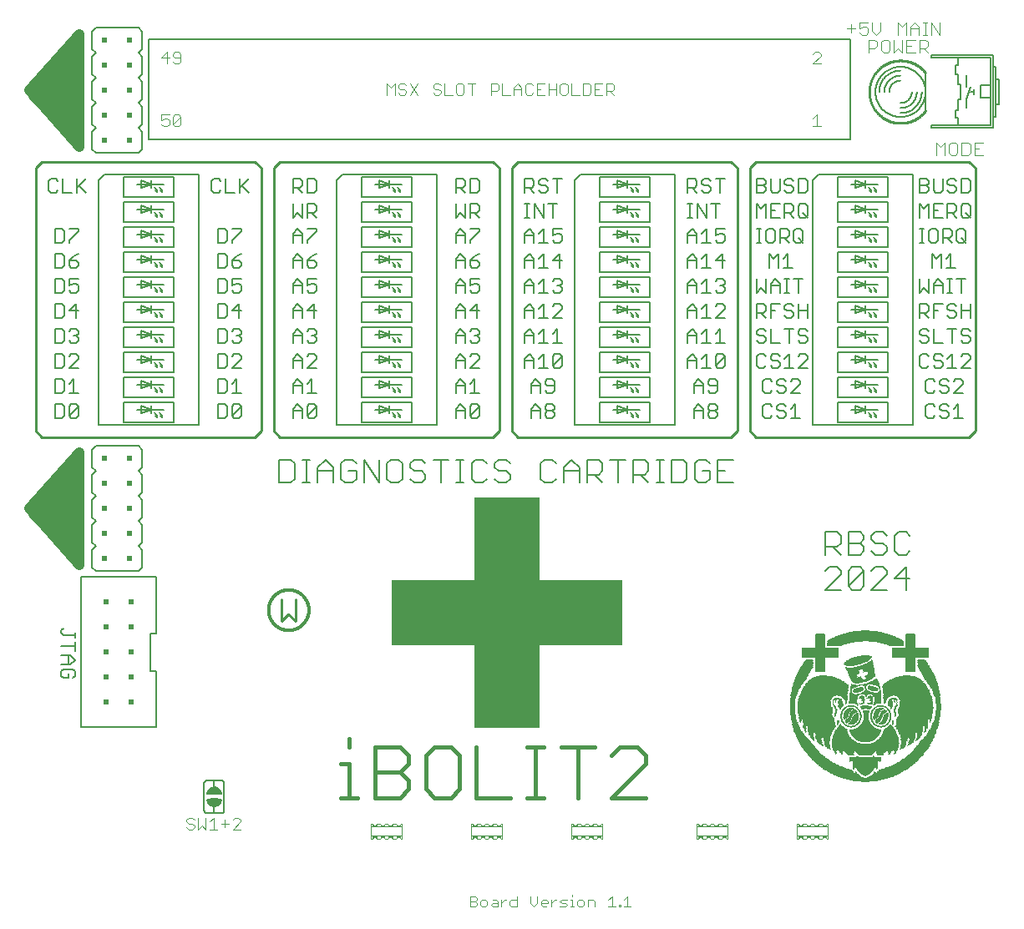
<source format=gto>
G75*
%MOIN*%
%OFA0B0*%
%FSLAX25Y25*%
%IPPOS*%
%LPD*%
%AMOC8*
5,1,8,0,0,1.08239X$1,22.5*
%
%ADD10C,0.00400*%
%ADD11C,0.01000*%
%ADD12C,0.00500*%
%ADD13C,0.01800*%
%ADD14C,0.00800*%
%ADD15C,0.04000*%
%ADD16R,0.03360X0.00120*%
%ADD17R,0.06240X0.00120*%
%ADD18R,0.08400X0.00120*%
%ADD19R,0.09840X0.00120*%
%ADD20R,0.11160X0.00120*%
%ADD21R,0.12480X0.00120*%
%ADD22R,0.13440X0.00120*%
%ADD23R,0.14400X0.00120*%
%ADD24R,0.15360X0.00120*%
%ADD25R,0.16320X0.00120*%
%ADD26R,0.08280X0.00120*%
%ADD27R,0.08520X0.00120*%
%ADD28R,0.08520X0.00120*%
%ADD29R,0.08640X0.00120*%
%ADD30R,0.08640X0.00120*%
%ADD31R,0.08760X0.00120*%
%ADD32R,0.08880X0.00120*%
%ADD33R,0.09000X0.00120*%
%ADD34R,0.09000X0.00120*%
%ADD35R,0.09120X0.00120*%
%ADD36R,0.09120X0.00120*%
%ADD37R,0.09240X0.00120*%
%ADD38R,0.00480X0.00120*%
%ADD39R,0.09240X0.00120*%
%ADD40R,0.09360X0.00120*%
%ADD41R,0.00960X0.00120*%
%ADD42R,0.09480X0.00120*%
%ADD43R,0.01440X0.00120*%
%ADD44R,0.09480X0.00120*%
%ADD45R,0.01920X0.00120*%
%ADD46R,0.09600X0.00120*%
%ADD47R,0.09720X0.00120*%
%ADD48R,0.02160X0.00120*%
%ADD49R,0.09720X0.00120*%
%ADD50R,0.02640X0.00120*%
%ADD51R,0.09960X0.00120*%
%ADD52R,0.03120X0.00120*%
%ADD53R,0.10080X0.00120*%
%ADD54R,0.10200X0.00120*%
%ADD55R,0.03840X0.00120*%
%ADD56R,0.10320X0.00120*%
%ADD57R,0.04080X0.00120*%
%ADD58R,0.10320X0.00120*%
%ADD59R,0.10440X0.00120*%
%ADD60R,0.04320X0.00120*%
%ADD61R,0.00480X0.00120*%
%ADD62R,0.04560X0.00120*%
%ADD63R,0.09600X0.00120*%
%ADD64R,0.00360X0.00120*%
%ADD65R,0.04800X0.00120*%
%ADD66R,0.09720X0.00120*%
%ADD67R,0.00120X0.00120*%
%ADD68R,0.05040X0.00120*%
%ADD69R,0.00120X0.00120*%
%ADD70R,0.09840X0.00120*%
%ADD71R,0.05280X0.00120*%
%ADD72R,0.09840X0.00120*%
%ADD73R,0.09960X0.00120*%
%ADD74R,0.05520X0.00120*%
%ADD75R,0.10080X0.00120*%
%ADD76R,0.05760X0.00120*%
%ADD77R,0.10200X0.00120*%
%ADD78R,0.06000X0.00120*%
%ADD79R,0.10320X0.00120*%
%ADD80R,0.06000X0.00120*%
%ADD81R,0.10320X0.00120*%
%ADD82R,0.06240X0.00120*%
%ADD83R,0.06480X0.00120*%
%ADD84R,0.10560X0.00120*%
%ADD85R,0.10560X0.00120*%
%ADD86R,0.06480X0.00120*%
%ADD87R,0.00120X0.00120*%
%ADD88R,0.06720X0.00120*%
%ADD89R,0.06720X0.00120*%
%ADD90R,0.09840X0.00120*%
%ADD91R,0.00240X0.00120*%
%ADD92R,0.06960X0.00120*%
%ADD93R,0.00240X0.00120*%
%ADD94R,0.09360X0.00120*%
%ADD95R,0.09120X0.00120*%
%ADD96R,0.07200X0.00120*%
%ADD97R,0.09120X0.00120*%
%ADD98R,0.00840X0.00120*%
%ADD99R,0.07680X0.00120*%
%ADD100R,0.08760X0.00120*%
%ADD101R,0.08520X0.00120*%
%ADD102R,0.08280X0.00120*%
%ADD103R,0.08040X0.00120*%
%ADD104R,0.07920X0.00120*%
%ADD105R,0.07920X0.00120*%
%ADD106R,0.07800X0.00120*%
%ADD107R,0.07560X0.00120*%
%ADD108R,0.07440X0.00120*%
%ADD109R,0.07440X0.00120*%
%ADD110R,0.07440X0.00120*%
%ADD111R,0.07320X0.00120*%
%ADD112R,0.07320X0.00120*%
%ADD113R,0.07200X0.00120*%
%ADD114R,0.07080X0.00120*%
%ADD115R,0.07080X0.00120*%
%ADD116R,0.06960X0.00120*%
%ADD117R,0.06840X0.00120*%
%ADD118R,0.06840X0.00120*%
%ADD119R,0.06720X0.00120*%
%ADD120R,0.00120X0.00120*%
%ADD121R,0.06720X0.00120*%
%ADD122R,0.06600X0.00120*%
%ADD123R,0.06600X0.00120*%
%ADD124R,0.12480X0.00120*%
%ADD125R,0.06360X0.00120*%
%ADD126R,0.06240X0.00120*%
%ADD127R,0.06240X0.00120*%
%ADD128R,0.06120X0.00120*%
%ADD129R,0.06120X0.00120*%
%ADD130R,0.06120X0.00120*%
%ADD131R,0.00960X0.00120*%
%ADD132R,0.00600X0.00120*%
%ADD133R,0.05880X0.00120*%
%ADD134R,0.05760X0.00120*%
%ADD135R,0.05880X0.00120*%
%ADD136R,0.02040X0.00120*%
%ADD137R,0.05040X0.00120*%
%ADD138R,0.02040X0.00120*%
%ADD139R,0.02520X0.00120*%
%ADD140R,0.05280X0.00120*%
%ADD141R,0.02520X0.00120*%
%ADD142R,0.05640X0.00120*%
%ADD143R,0.00600X0.00120*%
%ADD144R,0.05640X0.00120*%
%ADD145R,0.05640X0.00120*%
%ADD146R,0.02760X0.00120*%
%ADD147R,0.05640X0.00120*%
%ADD148R,0.00720X0.00120*%
%ADD149R,0.02880X0.00120*%
%ADD150R,0.00720X0.00120*%
%ADD151R,0.05520X0.00120*%
%ADD152R,0.03000X0.00120*%
%ADD153R,0.05520X0.00120*%
%ADD154R,0.00840X0.00120*%
%ADD155R,0.03000X0.00120*%
%ADD156R,0.00840X0.00120*%
%ADD157R,0.05520X0.00120*%
%ADD158R,0.03120X0.00120*%
%ADD159R,0.03120X0.00120*%
%ADD160R,0.00720X0.00120*%
%ADD161R,0.01080X0.00120*%
%ADD162R,0.03240X0.00120*%
%ADD163R,0.00720X0.00120*%
%ADD164R,0.05400X0.00120*%
%ADD165R,0.01080X0.00120*%
%ADD166R,0.00840X0.00120*%
%ADD167R,0.01200X0.00120*%
%ADD168R,0.03480X0.00120*%
%ADD169R,0.05400X0.00120*%
%ADD170R,0.01320X0.00120*%
%ADD171R,0.03720X0.00120*%
%ADD172R,0.07680X0.00120*%
%ADD173R,0.01320X0.00120*%
%ADD174R,0.01320X0.00120*%
%ADD175R,0.03960X0.00120*%
%ADD176R,0.01320X0.00120*%
%ADD177R,0.01440X0.00120*%
%ADD178R,0.16560X0.00120*%
%ADD179R,0.01440X0.00120*%
%ADD180R,0.01680X0.00120*%
%ADD181R,0.17040X0.00120*%
%ADD182R,0.21360X0.00120*%
%ADD183R,0.25440X0.00120*%
%ADD184R,0.05160X0.00120*%
%ADD185R,0.25680X0.00120*%
%ADD186R,0.25680X0.00120*%
%ADD187R,0.25920X0.00120*%
%ADD188R,0.05160X0.00120*%
%ADD189R,0.25920X0.00120*%
%ADD190R,0.26160X0.00120*%
%ADD191R,0.05040X0.00120*%
%ADD192R,0.26160X0.00120*%
%ADD193R,0.01440X0.00120*%
%ADD194R,0.01560X0.00120*%
%ADD195R,0.26400X0.00120*%
%ADD196R,0.01560X0.00120*%
%ADD197R,0.26400X0.00120*%
%ADD198R,0.04920X0.00120*%
%ADD199R,0.04920X0.00120*%
%ADD200R,0.01800X0.00120*%
%ADD201R,0.05040X0.00120*%
%ADD202R,0.00240X0.00120*%
%ADD203R,0.01800X0.00120*%
%ADD204R,0.26640X0.00120*%
%ADD205R,0.00240X0.00120*%
%ADD206R,0.01920X0.00120*%
%ADD207R,0.26640X0.00120*%
%ADD208R,0.01920X0.00120*%
%ADD209R,0.04920X0.00120*%
%ADD210R,0.04920X0.00120*%
%ADD211R,0.02040X0.00120*%
%ADD212R,0.12120X0.00120*%
%ADD213R,0.12120X0.00120*%
%ADD214R,0.11520X0.00120*%
%ADD215R,0.11400X0.00120*%
%ADD216R,0.02160X0.00120*%
%ADD217R,0.11040X0.00120*%
%ADD218R,0.10680X0.00120*%
%ADD219R,0.01680X0.00120*%
%ADD220R,0.02280X0.00120*%
%ADD221R,0.04800X0.00120*%
%ADD222R,0.02280X0.00120*%
%ADD223R,0.04680X0.00120*%
%ADD224R,0.02400X0.00120*%
%ADD225R,0.01920X0.00120*%
%ADD226R,0.04680X0.00120*%
%ADD227R,0.02400X0.00120*%
%ADD228R,0.08880X0.00120*%
%ADD229R,0.08640X0.00120*%
%ADD230R,0.04560X0.00120*%
%ADD231R,0.08520X0.00120*%
%ADD232R,0.02520X0.00120*%
%ADD233R,0.04440X0.00120*%
%ADD234R,0.02520X0.00120*%
%ADD235R,0.04440X0.00120*%
%ADD236R,0.04440X0.00120*%
%ADD237R,0.08160X0.00120*%
%ADD238R,0.02040X0.00120*%
%ADD239R,0.04320X0.00120*%
%ADD240R,0.04200X0.00120*%
%ADD241R,0.02640X0.00120*%
%ADD242R,0.07920X0.00120*%
%ADD243R,0.03960X0.00120*%
%ADD244R,0.02880X0.00120*%
%ADD245R,0.07320X0.00120*%
%ADD246R,0.01200X0.00120*%
%ADD247R,0.03840X0.00120*%
%ADD248R,0.03840X0.00120*%
%ADD249R,0.03840X0.00120*%
%ADD250R,0.03720X0.00120*%
%ADD251R,0.03720X0.00120*%
%ADD252R,0.03720X0.00120*%
%ADD253R,0.03600X0.00120*%
%ADD254R,0.03600X0.00120*%
%ADD255R,0.10800X0.00120*%
%ADD256R,0.03480X0.00120*%
%ADD257R,0.06120X0.00120*%
%ADD258R,0.11280X0.00120*%
%ADD259R,0.03360X0.00120*%
%ADD260R,0.11280X0.00120*%
%ADD261R,0.03240X0.00120*%
%ADD262R,0.03240X0.00120*%
%ADD263R,0.06360X0.00120*%
%ADD264R,0.11760X0.00120*%
%ADD265R,0.11760X0.00120*%
%ADD266R,0.12000X0.00120*%
%ADD267R,0.03120X0.00120*%
%ADD268R,0.12000X0.00120*%
%ADD269R,0.12240X0.00120*%
%ADD270R,0.12240X0.00120*%
%ADD271R,0.00360X0.00120*%
%ADD272R,0.12720X0.00120*%
%ADD273R,0.12720X0.00120*%
%ADD274R,0.04440X0.00120*%
%ADD275R,0.04080X0.00120*%
%ADD276R,0.09240X0.00120*%
%ADD277R,0.02760X0.00120*%
%ADD278R,0.10440X0.00120*%
%ADD279R,0.07440X0.00120*%
%ADD280R,0.02640X0.00120*%
%ADD281R,0.10680X0.00120*%
%ADD282R,0.10920X0.00120*%
%ADD283R,0.10920X0.00120*%
%ADD284R,0.10920X0.00120*%
%ADD285R,0.10920X0.00120*%
%ADD286R,0.11040X0.00120*%
%ADD287R,0.12960X0.00120*%
%ADD288R,0.12960X0.00120*%
%ADD289R,0.12840X0.00120*%
%ADD290R,0.12840X0.00120*%
%ADD291R,0.12840X0.00120*%
%ADD292R,0.12840X0.00120*%
%ADD293R,0.12600X0.00120*%
%ADD294R,0.12600X0.00120*%
%ADD295R,0.13800X0.00120*%
%ADD296R,0.13680X0.00120*%
%ADD297R,0.13680X0.00120*%
%ADD298R,0.13560X0.00120*%
%ADD299R,0.13560X0.00120*%
%ADD300R,0.13440X0.00120*%
%ADD301R,0.13800X0.00120*%
%ADD302R,0.13920X0.00120*%
%ADD303R,0.13920X0.00120*%
%ADD304R,0.13920X0.00120*%
%ADD305R,0.13920X0.00120*%
%ADD306R,0.14040X0.00120*%
%ADD307R,0.14040X0.00120*%
%ADD308R,0.13320X0.00120*%
%ADD309R,0.13320X0.00120*%
%ADD310R,0.13320X0.00120*%
%ADD311R,0.13320X0.00120*%
%ADD312R,0.13200X0.00120*%
%ADD313R,0.13200X0.00120*%
%ADD314R,0.13080X0.00120*%
%ADD315R,0.13080X0.00120*%
%ADD316R,0.02640X0.00120*%
%ADD317R,0.14040X0.00120*%
%ADD318R,0.14400X0.00120*%
%ADD319R,0.18960X0.00120*%
%ADD320R,0.18840X0.00120*%
%ADD321R,0.18840X0.00120*%
%ADD322R,0.18960X0.00120*%
%ADD323R,0.08160X0.00120*%
%ADD324R,0.18720X0.00120*%
%ADD325R,0.18720X0.00120*%
%ADD326R,0.18720X0.00120*%
%ADD327R,0.18720X0.00120*%
%ADD328R,0.18600X0.00120*%
%ADD329R,0.18480X0.00120*%
%ADD330R,0.18480X0.00120*%
%ADD331R,0.18360X0.00120*%
%ADD332R,0.18360X0.00120*%
%ADD333R,0.18240X0.00120*%
%ADD334R,0.18240X0.00120*%
%ADD335R,0.18120X0.00120*%
%ADD336R,0.18120X0.00120*%
%ADD337R,0.18120X0.00120*%
%ADD338R,0.18000X0.00120*%
%ADD339R,0.18000X0.00120*%
%ADD340R,0.17880X0.00120*%
%ADD341R,0.17760X0.00120*%
%ADD342R,0.17880X0.00120*%
%ADD343R,0.03240X0.00120*%
%ADD344R,0.17640X0.00120*%
%ADD345R,0.17640X0.00120*%
%ADD346R,0.17640X0.00120*%
%ADD347R,0.17640X0.00120*%
%ADD348R,0.17400X0.00120*%
%ADD349R,0.17280X0.00120*%
%ADD350R,0.17160X0.00120*%
%ADD351R,0.16920X0.00120*%
%ADD352R,0.16920X0.00120*%
%ADD353R,0.16680X0.00120*%
%ADD354R,0.16560X0.00120*%
%ADD355R,0.15960X0.00120*%
%ADD356R,0.15720X0.00120*%
%ADD357R,0.15720X0.00120*%
%ADD358R,0.15480X0.00120*%
%ADD359R,0.15120X0.00120*%
%ADD360R,0.15240X0.00120*%
%ADD361R,0.14880X0.00120*%
%ADD362R,0.14640X0.00120*%
%ADD363R,0.14160X0.00120*%
%ADD364R,0.04200X0.00120*%
%ADD365R,0.04320X0.00120*%
%ADD366R,0.12720X0.00120*%
%ADD367R,0.04320X0.00120*%
%ADD368R,0.12360X0.00120*%
%ADD369R,0.11880X0.00120*%
%ADD370R,0.11520X0.00120*%
%ADD371R,0.11520X0.00120*%
%ADD372R,0.11160X0.00120*%
%ADD373R,0.11040X0.00120*%
%ADD374R,0.11040X0.00120*%
%ADD375R,0.06840X0.00120*%
%ADD376R,0.07320X0.00120*%
%ADD377R,0.08040X0.00120*%
%ADD378R,0.08400X0.00120*%
%ADD379R,0.14880X0.00120*%
%ADD380R,0.10800X0.00120*%
%ADD381R,0.11520X0.00120*%
%ADD382R,0.30000X0.00120*%
%ADD383R,0.29520X0.00120*%
%ADD384R,0.29280X0.00120*%
%ADD385R,0.28800X0.00120*%
%ADD386R,0.28320X0.00120*%
%ADD387R,0.27840X0.00120*%
%ADD388R,0.27360X0.00120*%
%ADD389R,0.26880X0.00120*%
%ADD390R,0.25440X0.00120*%
%ADD391R,0.24960X0.00120*%
%ADD392R,0.24240X0.00120*%
%ADD393R,0.23760X0.00120*%
%ADD394R,0.23280X0.00120*%
%ADD395R,0.22560X0.00120*%
%ADD396R,0.22080X0.00120*%
%ADD397R,0.20880X0.00120*%
%ADD398R,0.20160X0.00120*%
%ADD399R,0.19440X0.00120*%
%ADD400R,0.17160X0.00120*%
%ADD401R,0.16320X0.00120*%
%ADD402R,0.14640X0.00120*%
%ADD403R,0.26000X0.92000*%
%ADD404R,0.92000X0.26000*%
%ADD405C,0.01181*%
%ADD406C,0.00600*%
%ADD407R,0.02400X0.02400*%
%ADD408R,0.02000X0.02000*%
%ADD409C,0.00394*%
%ADD410R,0.05709X0.02953*%
D10*
X0072558Y0074450D02*
X0071791Y0075217D01*
X0072558Y0074450D02*
X0074093Y0074450D01*
X0074860Y0075217D01*
X0074860Y0075985D01*
X0074093Y0076752D01*
X0072558Y0076752D01*
X0071791Y0077519D01*
X0071791Y0078287D01*
X0072558Y0079054D01*
X0074093Y0079054D01*
X0074860Y0078287D01*
X0076394Y0079054D02*
X0076394Y0074450D01*
X0077929Y0075985D01*
X0079464Y0074450D01*
X0079464Y0079054D01*
X0080998Y0077519D02*
X0082533Y0079054D01*
X0082533Y0074450D01*
X0080998Y0074450D02*
X0084068Y0074450D01*
X0085602Y0076752D02*
X0088672Y0076752D01*
X0090206Y0078287D02*
X0090974Y0079054D01*
X0092508Y0079054D01*
X0093276Y0078287D01*
X0093276Y0077519D01*
X0090206Y0074450D01*
X0093276Y0074450D01*
X0087137Y0075217D02*
X0087137Y0078287D01*
X0184934Y0047804D02*
X0184934Y0043700D01*
X0186986Y0043700D01*
X0187670Y0044384D01*
X0187670Y0045068D01*
X0186986Y0045752D01*
X0184934Y0045752D01*
X0184934Y0047804D02*
X0186986Y0047804D01*
X0187670Y0047120D01*
X0187670Y0046436D01*
X0186986Y0045752D01*
X0189078Y0045752D02*
X0189078Y0044384D01*
X0189762Y0043700D01*
X0191130Y0043700D01*
X0191814Y0044384D01*
X0191814Y0045752D01*
X0191130Y0046436D01*
X0189762Y0046436D01*
X0189078Y0045752D01*
X0193222Y0044384D02*
X0193905Y0043700D01*
X0195957Y0043700D01*
X0195957Y0045752D01*
X0195273Y0046436D01*
X0193905Y0046436D01*
X0193905Y0045068D02*
X0195957Y0045068D01*
X0197365Y0045068D02*
X0198733Y0046436D01*
X0199417Y0046436D01*
X0200818Y0045752D02*
X0201502Y0046436D01*
X0203554Y0046436D01*
X0203554Y0047804D02*
X0203554Y0043700D01*
X0201502Y0043700D01*
X0200818Y0044384D01*
X0200818Y0045752D01*
X0197365Y0046436D02*
X0197365Y0043700D01*
X0193905Y0045068D02*
X0193222Y0044384D01*
X0209105Y0045068D02*
X0210473Y0043700D01*
X0211841Y0045068D01*
X0211841Y0047804D01*
X0213249Y0045752D02*
X0213933Y0046436D01*
X0215300Y0046436D01*
X0215984Y0045752D01*
X0215984Y0045068D01*
X0213249Y0045068D01*
X0213249Y0044384D02*
X0213249Y0045752D01*
X0213249Y0044384D02*
X0213933Y0043700D01*
X0215300Y0043700D01*
X0217392Y0043700D02*
X0217392Y0046436D01*
X0217392Y0045068D02*
X0218760Y0046436D01*
X0219444Y0046436D01*
X0220845Y0045752D02*
X0221529Y0046436D01*
X0223581Y0046436D01*
X0224989Y0046436D02*
X0225673Y0046436D01*
X0225673Y0043700D01*
X0224989Y0043700D02*
X0226357Y0043700D01*
X0227751Y0044384D02*
X0228435Y0043700D01*
X0229803Y0043700D01*
X0230487Y0044384D01*
X0230487Y0045752D01*
X0229803Y0046436D01*
X0228435Y0046436D01*
X0227751Y0045752D01*
X0227751Y0044384D01*
X0225673Y0047804D02*
X0225673Y0048487D01*
X0222897Y0045068D02*
X0221529Y0045068D01*
X0220845Y0045752D01*
X0220845Y0043700D02*
X0222897Y0043700D01*
X0223581Y0044384D01*
X0222897Y0045068D01*
X0231895Y0043700D02*
X0231895Y0046436D01*
X0233946Y0046436D01*
X0234630Y0045752D01*
X0234630Y0043700D01*
X0240182Y0043700D02*
X0242917Y0043700D01*
X0241549Y0043700D02*
X0241549Y0047804D01*
X0240182Y0046436D01*
X0244325Y0044384D02*
X0244325Y0043700D01*
X0245009Y0043700D01*
X0245009Y0044384D01*
X0244325Y0044384D01*
X0246397Y0043700D02*
X0249133Y0043700D01*
X0247765Y0043700D02*
X0247765Y0047804D01*
X0246397Y0046436D01*
X0209105Y0047804D02*
X0209105Y0045068D01*
X0371005Y0343688D02*
X0371005Y0348804D01*
X0372711Y0347099D01*
X0374416Y0348804D01*
X0374416Y0343688D01*
X0376081Y0344541D02*
X0376933Y0343688D01*
X0378639Y0343688D01*
X0379491Y0344541D01*
X0379491Y0347952D01*
X0378639Y0348804D01*
X0376933Y0348804D01*
X0376081Y0347952D01*
X0376081Y0344541D01*
X0381156Y0343688D02*
X0381156Y0348804D01*
X0383714Y0348804D01*
X0384567Y0347952D01*
X0384567Y0344541D01*
X0383714Y0343688D01*
X0381156Y0343688D01*
X0386231Y0343688D02*
X0389642Y0343688D01*
X0387936Y0346246D02*
X0386231Y0346246D01*
X0386231Y0348804D02*
X0386231Y0343688D01*
X0386231Y0348804D02*
X0389642Y0348804D01*
X0367642Y0384688D02*
X0365936Y0386394D01*
X0366789Y0386394D02*
X0364231Y0386394D01*
X0364231Y0384688D02*
X0364231Y0389804D01*
X0366789Y0389804D01*
X0367642Y0388952D01*
X0367642Y0387246D01*
X0366789Y0386394D01*
X0362567Y0384688D02*
X0359156Y0384688D01*
X0359156Y0389804D01*
X0362567Y0389804D01*
X0364062Y0391700D02*
X0364062Y0395111D01*
X0362356Y0396816D01*
X0360651Y0395111D01*
X0360651Y0391700D01*
X0358986Y0391700D02*
X0358986Y0396816D01*
X0357281Y0395111D01*
X0355576Y0396816D01*
X0355576Y0391700D01*
X0354081Y0389804D02*
X0354081Y0384688D01*
X0355786Y0386394D01*
X0357491Y0384688D01*
X0357491Y0389804D01*
X0359156Y0387246D02*
X0360861Y0387246D01*
X0365726Y0391700D02*
X0367431Y0391700D01*
X0366579Y0391700D02*
X0366579Y0396816D01*
X0367431Y0396816D02*
X0365726Y0396816D01*
X0364062Y0394258D02*
X0360651Y0394258D01*
X0369109Y0391700D02*
X0369109Y0396816D01*
X0372520Y0391700D01*
X0372520Y0396816D01*
X0352416Y0388952D02*
X0351564Y0389804D01*
X0349858Y0389804D01*
X0349005Y0388952D01*
X0349005Y0385541D01*
X0349858Y0384688D01*
X0351564Y0384688D01*
X0352416Y0385541D01*
X0352416Y0388952D01*
X0347341Y0388952D02*
X0346488Y0389804D01*
X0343930Y0389804D01*
X0343930Y0384688D01*
X0343930Y0386394D02*
X0346488Y0386394D01*
X0347341Y0387246D01*
X0347341Y0388952D01*
X0347131Y0391700D02*
X0345425Y0393405D01*
X0345425Y0396816D01*
X0343761Y0396816D02*
X0340350Y0396816D01*
X0340350Y0394258D01*
X0342055Y0395111D01*
X0342908Y0395111D01*
X0343761Y0394258D01*
X0343761Y0392553D01*
X0342908Y0391700D01*
X0341203Y0391700D01*
X0340350Y0392553D01*
X0338686Y0394258D02*
X0335275Y0394258D01*
X0336980Y0395963D02*
X0336980Y0392553D01*
X0347131Y0391700D02*
X0348836Y0393405D01*
X0348836Y0396816D01*
X0324860Y0384068D02*
X0324093Y0384835D01*
X0322558Y0384835D01*
X0321791Y0384068D01*
X0324860Y0384068D02*
X0324860Y0383301D01*
X0321791Y0380231D01*
X0324860Y0380231D01*
X0323325Y0359835D02*
X0321791Y0358301D01*
X0323325Y0359835D02*
X0323325Y0355231D01*
X0321791Y0355231D02*
X0324860Y0355231D01*
X0242334Y0367731D02*
X0240800Y0369266D01*
X0241567Y0369266D02*
X0239265Y0369266D01*
X0239265Y0367731D02*
X0239265Y0372335D01*
X0241567Y0372335D01*
X0242334Y0371568D01*
X0242334Y0370033D01*
X0241567Y0369266D01*
X0237730Y0367731D02*
X0234661Y0367731D01*
X0234661Y0372335D01*
X0237730Y0372335D01*
X0236196Y0370033D02*
X0234661Y0370033D01*
X0233127Y0368499D02*
X0233127Y0371568D01*
X0232359Y0372335D01*
X0230057Y0372335D01*
X0230057Y0367731D01*
X0232359Y0367731D01*
X0233127Y0368499D01*
X0228523Y0367731D02*
X0225453Y0367731D01*
X0225453Y0372335D01*
X0223919Y0371568D02*
X0223151Y0372335D01*
X0221617Y0372335D01*
X0220849Y0371568D01*
X0220849Y0368499D01*
X0221617Y0367731D01*
X0223151Y0367731D01*
X0223919Y0368499D01*
X0223919Y0371568D01*
X0219315Y0372335D02*
X0219315Y0367731D01*
X0219315Y0370033D02*
X0216245Y0370033D01*
X0216245Y0367731D02*
X0216245Y0372335D01*
X0214711Y0372335D02*
X0211642Y0372335D01*
X0211642Y0367731D01*
X0214711Y0367731D01*
X0213176Y0370033D02*
X0211642Y0370033D01*
X0210107Y0368499D02*
X0209340Y0367731D01*
X0207805Y0367731D01*
X0207038Y0368499D01*
X0207038Y0371568D01*
X0207805Y0372335D01*
X0209340Y0372335D01*
X0210107Y0371568D01*
X0205503Y0370801D02*
X0205503Y0367731D01*
X0205503Y0370033D02*
X0202434Y0370033D01*
X0202434Y0370801D02*
X0203968Y0372335D01*
X0205503Y0370801D01*
X0202434Y0370801D02*
X0202434Y0367731D01*
X0200899Y0367731D02*
X0197830Y0367731D01*
X0197830Y0372335D01*
X0196295Y0371568D02*
X0196295Y0370033D01*
X0195528Y0369266D01*
X0193226Y0369266D01*
X0193226Y0367731D02*
X0193226Y0372335D01*
X0195528Y0372335D01*
X0196295Y0371568D01*
X0187087Y0372335D02*
X0184018Y0372335D01*
X0185553Y0372335D02*
X0185553Y0367731D01*
X0182483Y0368499D02*
X0182483Y0371568D01*
X0181716Y0372335D01*
X0180181Y0372335D01*
X0179414Y0371568D01*
X0179414Y0368499D01*
X0180181Y0367731D01*
X0181716Y0367731D01*
X0182483Y0368499D01*
X0177879Y0367731D02*
X0174810Y0367731D01*
X0174810Y0372335D01*
X0173276Y0371568D02*
X0172508Y0372335D01*
X0170974Y0372335D01*
X0170206Y0371568D01*
X0170206Y0370801D01*
X0170974Y0370033D01*
X0172508Y0370033D01*
X0173276Y0369266D01*
X0173276Y0368499D01*
X0172508Y0367731D01*
X0170974Y0367731D01*
X0170206Y0368499D01*
X0164068Y0367731D02*
X0160998Y0372335D01*
X0159464Y0371568D02*
X0158696Y0372335D01*
X0157162Y0372335D01*
X0156394Y0371568D01*
X0156394Y0370801D01*
X0157162Y0370033D01*
X0158696Y0370033D01*
X0159464Y0369266D01*
X0159464Y0368499D01*
X0158696Y0367731D01*
X0157162Y0367731D01*
X0156394Y0368499D01*
X0154860Y0367731D02*
X0154860Y0372335D01*
X0153325Y0370801D01*
X0151791Y0372335D01*
X0151791Y0367731D01*
X0160998Y0367731D02*
X0164068Y0372335D01*
X0069464Y0380999D02*
X0069464Y0384068D01*
X0068696Y0384835D01*
X0067162Y0384835D01*
X0066394Y0384068D01*
X0066394Y0383301D01*
X0067162Y0382533D01*
X0069464Y0382533D01*
X0069464Y0380999D02*
X0068696Y0380231D01*
X0067162Y0380231D01*
X0066394Y0380999D01*
X0064860Y0382533D02*
X0061791Y0382533D01*
X0064093Y0384835D01*
X0064093Y0380231D01*
X0064860Y0359835D02*
X0061791Y0359835D01*
X0061791Y0357533D01*
X0063325Y0358301D01*
X0064093Y0358301D01*
X0064860Y0357533D01*
X0064860Y0355999D01*
X0064093Y0355231D01*
X0062558Y0355231D01*
X0061791Y0355999D01*
X0066394Y0355999D02*
X0066394Y0359068D01*
X0067162Y0359835D01*
X0068696Y0359835D01*
X0069464Y0359068D01*
X0066394Y0355999D01*
X0067162Y0355231D01*
X0068696Y0355231D01*
X0069464Y0355999D01*
X0069464Y0359068D01*
D11*
X0099091Y0341000D02*
X0101591Y0338500D01*
X0101591Y0233500D01*
X0099091Y0231000D01*
X0014091Y0231000D01*
X0011591Y0233500D01*
X0011591Y0338500D01*
X0014091Y0341000D01*
X0099091Y0341000D01*
X0106591Y0338500D02*
X0109091Y0341000D01*
X0194091Y0341000D01*
X0196591Y0338500D01*
X0196591Y0233500D01*
X0194091Y0231000D01*
X0109091Y0231000D01*
X0106591Y0233500D01*
X0106591Y0338500D01*
X0029091Y0347000D02*
X0029091Y0389500D01*
X0009091Y0369500D01*
X0009091Y0367000D01*
X0029091Y0347000D01*
X0029091Y0347489D02*
X0028601Y0347489D01*
X0029091Y0348488D02*
X0027603Y0348488D01*
X0026604Y0349486D02*
X0029091Y0349486D01*
X0029091Y0350485D02*
X0025606Y0350485D01*
X0024607Y0351483D02*
X0029091Y0351483D01*
X0029091Y0352482D02*
X0023609Y0352482D01*
X0022610Y0353480D02*
X0029091Y0353480D01*
X0029091Y0354479D02*
X0021612Y0354479D01*
X0020613Y0355477D02*
X0029091Y0355477D01*
X0029091Y0356476D02*
X0019615Y0356476D01*
X0018616Y0357474D02*
X0029091Y0357474D01*
X0029091Y0358473D02*
X0017618Y0358473D01*
X0016619Y0359472D02*
X0029091Y0359472D01*
X0029091Y0360470D02*
X0015621Y0360470D01*
X0014622Y0361469D02*
X0029091Y0361469D01*
X0029091Y0362467D02*
X0013623Y0362467D01*
X0012625Y0363466D02*
X0029091Y0363466D01*
X0029091Y0364464D02*
X0011626Y0364464D01*
X0010628Y0365463D02*
X0029091Y0365463D01*
X0029091Y0366461D02*
X0009629Y0366461D01*
X0009091Y0367460D02*
X0029091Y0367460D01*
X0029091Y0368458D02*
X0009091Y0368458D01*
X0009091Y0369457D02*
X0029091Y0369457D01*
X0029091Y0370455D02*
X0010046Y0370455D01*
X0011044Y0371454D02*
X0029091Y0371454D01*
X0029091Y0372452D02*
X0012043Y0372452D01*
X0013041Y0373451D02*
X0029091Y0373451D01*
X0029091Y0374449D02*
X0014040Y0374449D01*
X0015038Y0375448D02*
X0029091Y0375448D01*
X0029091Y0376446D02*
X0016037Y0376446D01*
X0017035Y0377445D02*
X0029091Y0377445D01*
X0029091Y0378443D02*
X0018034Y0378443D01*
X0019032Y0379442D02*
X0029091Y0379442D01*
X0029091Y0380440D02*
X0020031Y0380440D01*
X0021029Y0381439D02*
X0029091Y0381439D01*
X0029091Y0382437D02*
X0022028Y0382437D01*
X0023026Y0383436D02*
X0029091Y0383436D01*
X0029091Y0384434D02*
X0024025Y0384434D01*
X0025023Y0385433D02*
X0029091Y0385433D01*
X0029091Y0386431D02*
X0026022Y0386431D01*
X0027020Y0387430D02*
X0029091Y0387430D01*
X0029091Y0388428D02*
X0028019Y0388428D01*
X0029017Y0389427D02*
X0029091Y0389427D01*
X0029091Y0222500D02*
X0029091Y0180000D01*
X0009091Y0200000D01*
X0009091Y0202500D01*
X0029091Y0222500D01*
X0029091Y0221677D02*
X0028268Y0221677D01*
X0029091Y0220678D02*
X0027269Y0220678D01*
X0026270Y0219680D02*
X0029091Y0219680D01*
X0029091Y0218681D02*
X0025272Y0218681D01*
X0024273Y0217683D02*
X0029091Y0217683D01*
X0029091Y0216684D02*
X0023275Y0216684D01*
X0022276Y0215686D02*
X0029091Y0215686D01*
X0029091Y0214687D02*
X0021278Y0214687D01*
X0020279Y0213689D02*
X0029091Y0213689D01*
X0029091Y0212690D02*
X0019281Y0212690D01*
X0018282Y0211692D02*
X0029091Y0211692D01*
X0029091Y0210693D02*
X0017284Y0210693D01*
X0016285Y0209695D02*
X0029091Y0209695D01*
X0029091Y0208696D02*
X0015287Y0208696D01*
X0014288Y0207698D02*
X0029091Y0207698D01*
X0029091Y0206699D02*
X0013290Y0206699D01*
X0012291Y0205701D02*
X0029091Y0205701D01*
X0029091Y0204702D02*
X0011293Y0204702D01*
X0010294Y0203704D02*
X0029091Y0203704D01*
X0029091Y0202705D02*
X0009296Y0202705D01*
X0009091Y0201707D02*
X0029091Y0201707D01*
X0029091Y0200708D02*
X0009091Y0200708D01*
X0009381Y0199710D02*
X0029091Y0199710D01*
X0029091Y0198711D02*
X0010379Y0198711D01*
X0011378Y0197713D02*
X0029091Y0197713D01*
X0029091Y0196714D02*
X0012376Y0196714D01*
X0013375Y0195716D02*
X0029091Y0195716D01*
X0029091Y0194717D02*
X0014373Y0194717D01*
X0015372Y0193719D02*
X0029091Y0193719D01*
X0029091Y0192720D02*
X0016370Y0192720D01*
X0017369Y0191722D02*
X0029091Y0191722D01*
X0029091Y0190723D02*
X0018367Y0190723D01*
X0019366Y0189725D02*
X0029091Y0189725D01*
X0029091Y0188726D02*
X0020364Y0188726D01*
X0021363Y0187728D02*
X0029091Y0187728D01*
X0029091Y0186729D02*
X0022361Y0186729D01*
X0023360Y0185731D02*
X0029091Y0185731D01*
X0029091Y0184732D02*
X0024359Y0184732D01*
X0025357Y0183734D02*
X0029091Y0183734D01*
X0029091Y0182735D02*
X0026356Y0182735D01*
X0027354Y0181737D02*
X0029091Y0181737D01*
X0029091Y0180738D02*
X0028353Y0180738D01*
X0109547Y0166350D02*
X0109547Y0157500D01*
X0112497Y0160450D01*
X0115447Y0157500D01*
X0115447Y0166350D01*
X0201591Y0233500D02*
X0204091Y0231000D01*
X0289091Y0231000D01*
X0291591Y0233500D01*
X0291591Y0338500D01*
X0289091Y0341000D01*
X0204091Y0341000D01*
X0201591Y0338500D01*
X0201591Y0233500D01*
X0296591Y0233500D02*
X0299091Y0231000D01*
X0384091Y0231000D01*
X0386591Y0233500D01*
X0386591Y0338500D01*
X0384091Y0341000D01*
X0299091Y0341000D01*
X0296591Y0338500D01*
X0296591Y0233500D01*
X0366732Y0361500D02*
X0366545Y0361257D01*
X0366353Y0361019D01*
X0366154Y0360786D01*
X0365950Y0360558D01*
X0365741Y0360335D01*
X0365526Y0360117D01*
X0365306Y0359904D01*
X0365081Y0359697D01*
X0364850Y0359495D01*
X0364615Y0359299D01*
X0364375Y0359109D01*
X0364131Y0358925D01*
X0363882Y0358747D01*
X0363628Y0358575D01*
X0363371Y0358409D01*
X0363110Y0358249D01*
X0362845Y0358096D01*
X0362576Y0357950D01*
X0362303Y0357810D01*
X0362028Y0357677D01*
X0361749Y0357551D01*
X0361467Y0357431D01*
X0361182Y0357319D01*
X0360895Y0357214D01*
X0360605Y0357115D01*
X0360313Y0357024D01*
X0360018Y0356940D01*
X0359722Y0356863D01*
X0359424Y0356793D01*
X0359124Y0356731D01*
X0358823Y0356676D01*
X0358521Y0356629D01*
X0358217Y0356589D01*
X0357913Y0356556D01*
X0357608Y0356531D01*
X0357302Y0356513D01*
X0356996Y0356503D01*
X0356690Y0356500D01*
X0356384Y0356505D01*
X0356078Y0356517D01*
X0355772Y0356537D01*
X0355468Y0356564D01*
X0355163Y0356599D01*
X0354860Y0356641D01*
X0354558Y0356690D01*
X0354257Y0356747D01*
X0353958Y0356812D01*
X0353660Y0356883D01*
X0353365Y0356962D01*
X0353071Y0357048D01*
X0352779Y0357141D01*
X0352490Y0357242D01*
X0352203Y0357349D01*
X0351919Y0357464D01*
X0351638Y0357585D01*
X0351360Y0357713D01*
X0351085Y0357848D01*
X0350814Y0357990D01*
X0350546Y0358138D01*
X0350282Y0358293D01*
X0350022Y0358454D01*
X0349766Y0358621D01*
X0349513Y0358795D01*
X0349266Y0358975D01*
X0349022Y0359161D01*
X0348784Y0359352D01*
X0348550Y0359550D01*
X0348321Y0359753D01*
X0348097Y0359962D01*
X0347878Y0360176D01*
X0347665Y0360396D01*
X0347457Y0360620D01*
X0347254Y0360850D01*
X0347058Y0361084D01*
X0346867Y0361324D01*
X0346682Y0361567D01*
X0346503Y0361816D01*
X0346330Y0362068D01*
X0346163Y0362325D01*
X0346003Y0362586D01*
X0345849Y0362851D01*
X0345702Y0363119D01*
X0345561Y0363391D01*
X0345427Y0363666D01*
X0345300Y0363945D01*
X0345179Y0364226D01*
X0345066Y0364511D01*
X0344960Y0364798D01*
X0344860Y0365087D01*
X0344768Y0365379D01*
X0344683Y0365673D01*
X0344605Y0365969D01*
X0344534Y0366267D01*
X0344471Y0366567D01*
X0344415Y0366868D01*
X0344367Y0367170D01*
X0344326Y0367473D01*
X0344292Y0367777D01*
X0344266Y0368082D01*
X0344247Y0368388D01*
X0344236Y0368694D01*
X0344232Y0369000D01*
X0344236Y0369306D01*
X0344247Y0369612D01*
X0344266Y0369918D01*
X0344292Y0370223D01*
X0344326Y0370527D01*
X0344367Y0370830D01*
X0344415Y0371132D01*
X0344471Y0371433D01*
X0344534Y0371733D01*
X0344605Y0372031D01*
X0344683Y0372327D01*
X0344768Y0372621D01*
X0344860Y0372913D01*
X0344960Y0373202D01*
X0345066Y0373489D01*
X0345179Y0373774D01*
X0345300Y0374055D01*
X0345427Y0374334D01*
X0345561Y0374609D01*
X0345702Y0374881D01*
X0345849Y0375149D01*
X0346003Y0375414D01*
X0346163Y0375675D01*
X0346330Y0375932D01*
X0346503Y0376184D01*
X0346682Y0376433D01*
X0346867Y0376676D01*
X0347058Y0376916D01*
X0347254Y0377150D01*
X0347457Y0377380D01*
X0347665Y0377604D01*
X0347878Y0377824D01*
X0348097Y0378038D01*
X0348321Y0378247D01*
X0348550Y0378450D01*
X0348784Y0378648D01*
X0349022Y0378839D01*
X0349266Y0379025D01*
X0349513Y0379205D01*
X0349766Y0379379D01*
X0350022Y0379546D01*
X0350282Y0379707D01*
X0350546Y0379862D01*
X0350814Y0380010D01*
X0351085Y0380152D01*
X0351360Y0380287D01*
X0351638Y0380415D01*
X0351919Y0380536D01*
X0352203Y0380651D01*
X0352490Y0380758D01*
X0352779Y0380859D01*
X0353071Y0380952D01*
X0353365Y0381038D01*
X0353660Y0381117D01*
X0353958Y0381188D01*
X0354257Y0381253D01*
X0354558Y0381310D01*
X0354860Y0381359D01*
X0355163Y0381401D01*
X0355468Y0381436D01*
X0355772Y0381463D01*
X0356078Y0381483D01*
X0356384Y0381495D01*
X0356690Y0381500D01*
X0356996Y0381497D01*
X0357302Y0381487D01*
X0357608Y0381469D01*
X0357913Y0381444D01*
X0358217Y0381411D01*
X0358521Y0381371D01*
X0358823Y0381324D01*
X0359124Y0381269D01*
X0359424Y0381207D01*
X0359722Y0381137D01*
X0360018Y0381060D01*
X0360313Y0380976D01*
X0360605Y0380885D01*
X0360895Y0380786D01*
X0361182Y0380681D01*
X0361467Y0380569D01*
X0361749Y0380449D01*
X0362028Y0380323D01*
X0362303Y0380190D01*
X0362576Y0380050D01*
X0362845Y0379904D01*
X0363110Y0379751D01*
X0363371Y0379591D01*
X0363628Y0379425D01*
X0363882Y0379253D01*
X0364131Y0379075D01*
X0364375Y0378891D01*
X0364615Y0378701D01*
X0364850Y0378505D01*
X0365081Y0378303D01*
X0365306Y0378096D01*
X0365526Y0377883D01*
X0365741Y0377665D01*
X0365950Y0377442D01*
X0366154Y0377214D01*
X0366353Y0376981D01*
X0366545Y0376743D01*
X0366732Y0376500D01*
D12*
X0336591Y0390031D02*
X0336591Y0350031D01*
X0056591Y0350031D01*
X0056591Y0390031D01*
X0336591Y0390031D01*
X0318667Y0334255D02*
X0315915Y0334255D01*
X0315915Y0328750D01*
X0318667Y0328750D01*
X0319584Y0329667D01*
X0319584Y0333337D01*
X0318667Y0334255D01*
X0314060Y0333337D02*
X0313142Y0334255D01*
X0311307Y0334255D01*
X0310390Y0333337D01*
X0310390Y0332420D01*
X0311307Y0331502D01*
X0313142Y0331502D01*
X0314060Y0330585D01*
X0314060Y0329667D01*
X0313142Y0328750D01*
X0311307Y0328750D01*
X0310390Y0329667D01*
X0308535Y0329667D02*
X0307618Y0328750D01*
X0305783Y0328750D01*
X0304865Y0329667D01*
X0304865Y0334255D01*
X0303010Y0333337D02*
X0303010Y0332420D01*
X0302093Y0331502D01*
X0299341Y0331502D01*
X0302093Y0331502D02*
X0303010Y0330585D01*
X0303010Y0329667D01*
X0302093Y0328750D01*
X0299341Y0328750D01*
X0299341Y0334255D01*
X0302093Y0334255D01*
X0303010Y0333337D01*
X0308535Y0334255D02*
X0308535Y0329667D01*
X0308535Y0324255D02*
X0304865Y0324255D01*
X0304865Y0318750D01*
X0308535Y0318750D01*
X0310390Y0318750D02*
X0310390Y0324255D01*
X0313142Y0324255D01*
X0314060Y0323337D01*
X0314060Y0321502D01*
X0313142Y0320585D01*
X0310390Y0320585D01*
X0312225Y0320585D02*
X0314060Y0318750D01*
X0315915Y0319667D02*
X0316832Y0318750D01*
X0318667Y0318750D01*
X0319584Y0319667D01*
X0319584Y0323337D01*
X0318667Y0324255D01*
X0316832Y0324255D01*
X0315915Y0323337D01*
X0315915Y0319667D01*
X0317750Y0320585D02*
X0319584Y0318750D01*
X0316825Y0314255D02*
X0317743Y0313337D01*
X0317743Y0309667D01*
X0316825Y0308750D01*
X0314991Y0308750D01*
X0314073Y0309667D01*
X0314073Y0313337D01*
X0314991Y0314255D01*
X0316825Y0314255D01*
X0315908Y0310585D02*
X0317743Y0308750D01*
X0312218Y0308750D02*
X0310383Y0310585D01*
X0311301Y0310585D02*
X0308548Y0310585D01*
X0308548Y0308750D02*
X0308548Y0314255D01*
X0311301Y0314255D01*
X0312218Y0313337D01*
X0312218Y0311502D01*
X0311301Y0310585D01*
X0306693Y0309667D02*
X0306693Y0313337D01*
X0305776Y0314255D01*
X0303941Y0314255D01*
X0303024Y0313337D01*
X0303024Y0309667D01*
X0303941Y0308750D01*
X0305776Y0308750D01*
X0306693Y0309667D01*
X0308010Y0304255D02*
X0308010Y0298750D01*
X0309865Y0298750D02*
X0313535Y0298750D01*
X0311700Y0298750D02*
X0311700Y0304255D01*
X0309865Y0302420D01*
X0308010Y0304255D02*
X0306175Y0302420D01*
X0304341Y0304255D01*
X0304341Y0298750D01*
X0303010Y0294255D02*
X0303010Y0288750D01*
X0301175Y0290585D01*
X0299341Y0288750D01*
X0299341Y0294255D01*
X0304865Y0292420D02*
X0306700Y0294255D01*
X0308535Y0292420D01*
X0308535Y0288750D01*
X0310390Y0288750D02*
X0312225Y0288750D01*
X0311307Y0288750D02*
X0311307Y0294255D01*
X0310390Y0294255D02*
X0312225Y0294255D01*
X0314073Y0294255D02*
X0317743Y0294255D01*
X0315908Y0294255D02*
X0315908Y0288750D01*
X0315915Y0284255D02*
X0315915Y0278750D01*
X0314060Y0279667D02*
X0313142Y0278750D01*
X0311307Y0278750D01*
X0310390Y0279667D01*
X0311307Y0281502D02*
X0313142Y0281502D01*
X0314060Y0280585D01*
X0314060Y0279667D01*
X0315915Y0281502D02*
X0319584Y0281502D01*
X0319584Y0278750D02*
X0319584Y0284255D01*
X0314060Y0283337D02*
X0313142Y0284255D01*
X0311307Y0284255D01*
X0310390Y0283337D01*
X0310390Y0282420D01*
X0311307Y0281502D01*
X0308535Y0284255D02*
X0304865Y0284255D01*
X0304865Y0278750D01*
X0303010Y0278750D02*
X0301175Y0280585D01*
X0302093Y0280585D02*
X0299341Y0280585D01*
X0299341Y0278750D02*
X0299341Y0284255D01*
X0302093Y0284255D01*
X0303010Y0283337D01*
X0303010Y0281502D01*
X0302093Y0280585D01*
X0304865Y0281502D02*
X0306700Y0281502D01*
X0304865Y0288750D02*
X0304865Y0292420D01*
X0304865Y0291502D02*
X0308535Y0291502D01*
X0310390Y0274255D02*
X0314060Y0274255D01*
X0312225Y0274255D02*
X0312225Y0268750D01*
X0308535Y0268750D02*
X0304865Y0268750D01*
X0304865Y0274255D01*
X0303010Y0273337D02*
X0302093Y0274255D01*
X0300258Y0274255D01*
X0299341Y0273337D01*
X0299341Y0272420D01*
X0300258Y0271502D01*
X0302093Y0271502D01*
X0303010Y0270585D01*
X0303010Y0269667D01*
X0302093Y0268750D01*
X0300258Y0268750D01*
X0299341Y0269667D01*
X0300258Y0264255D02*
X0299341Y0263337D01*
X0299341Y0259667D01*
X0300258Y0258750D01*
X0302093Y0258750D01*
X0303010Y0259667D01*
X0304865Y0259667D02*
X0305783Y0258750D01*
X0307618Y0258750D01*
X0308535Y0259667D01*
X0308535Y0260585D01*
X0307618Y0261502D01*
X0305783Y0261502D01*
X0304865Y0262420D01*
X0304865Y0263337D01*
X0305783Y0264255D01*
X0307618Y0264255D01*
X0308535Y0263337D01*
X0310390Y0262420D02*
X0312225Y0264255D01*
X0312225Y0258750D01*
X0310390Y0258750D02*
X0314060Y0258750D01*
X0315915Y0258750D02*
X0319584Y0262420D01*
X0319584Y0263337D01*
X0318667Y0264255D01*
X0316832Y0264255D01*
X0315915Y0263337D01*
X0315915Y0258750D02*
X0319584Y0258750D01*
X0315642Y0254255D02*
X0313807Y0254255D01*
X0312890Y0253337D01*
X0311035Y0253337D02*
X0310118Y0254255D01*
X0308283Y0254255D01*
X0307365Y0253337D01*
X0307365Y0252420D01*
X0308283Y0251502D01*
X0310118Y0251502D01*
X0311035Y0250585D01*
X0311035Y0249667D01*
X0310118Y0248750D01*
X0308283Y0248750D01*
X0307365Y0249667D01*
X0305510Y0249667D02*
X0304593Y0248750D01*
X0302758Y0248750D01*
X0301841Y0249667D01*
X0301841Y0253337D01*
X0302758Y0254255D01*
X0304593Y0254255D01*
X0305510Y0253337D01*
X0312890Y0248750D02*
X0316560Y0252420D01*
X0316560Y0253337D01*
X0315642Y0254255D01*
X0316560Y0248750D02*
X0312890Y0248750D01*
X0314725Y0244255D02*
X0312890Y0242420D01*
X0311035Y0243337D02*
X0310118Y0244255D01*
X0308283Y0244255D01*
X0307365Y0243337D01*
X0307365Y0242420D01*
X0308283Y0241502D01*
X0310118Y0241502D01*
X0311035Y0240585D01*
X0311035Y0239667D01*
X0310118Y0238750D01*
X0308283Y0238750D01*
X0307365Y0239667D01*
X0305510Y0239667D02*
X0304593Y0238750D01*
X0302758Y0238750D01*
X0301841Y0239667D01*
X0301841Y0243337D01*
X0302758Y0244255D01*
X0304593Y0244255D01*
X0305510Y0243337D01*
X0312890Y0238750D02*
X0316560Y0238750D01*
X0314725Y0238750D02*
X0314725Y0244255D01*
X0303010Y0263337D02*
X0302093Y0264255D01*
X0300258Y0264255D01*
X0286560Y0263337D02*
X0286560Y0259667D01*
X0285642Y0258750D01*
X0283807Y0258750D01*
X0282890Y0259667D01*
X0286560Y0263337D01*
X0285642Y0264255D01*
X0283807Y0264255D01*
X0282890Y0263337D01*
X0282890Y0259667D01*
X0281035Y0258750D02*
X0277365Y0258750D01*
X0279200Y0258750D02*
X0279200Y0264255D01*
X0277365Y0262420D01*
X0275510Y0262420D02*
X0275510Y0258750D01*
X0275510Y0261502D02*
X0271841Y0261502D01*
X0271841Y0262420D02*
X0273675Y0264255D01*
X0275510Y0262420D01*
X0271841Y0262420D02*
X0271841Y0258750D01*
X0276175Y0254255D02*
X0278010Y0252420D01*
X0278010Y0248750D01*
X0279865Y0249667D02*
X0280783Y0248750D01*
X0282618Y0248750D01*
X0283535Y0249667D01*
X0283535Y0253337D01*
X0282618Y0254255D01*
X0280783Y0254255D01*
X0279865Y0253337D01*
X0279865Y0252420D01*
X0280783Y0251502D01*
X0283535Y0251502D01*
X0278010Y0251502D02*
X0274341Y0251502D01*
X0274341Y0252420D02*
X0276175Y0254255D01*
X0274341Y0252420D02*
X0274341Y0248750D01*
X0276175Y0244255D02*
X0278010Y0242420D01*
X0278010Y0238750D01*
X0279865Y0239667D02*
X0279865Y0240585D01*
X0280783Y0241502D01*
X0282618Y0241502D01*
X0283535Y0240585D01*
X0283535Y0239667D01*
X0282618Y0238750D01*
X0280783Y0238750D01*
X0279865Y0239667D01*
X0280783Y0241502D02*
X0279865Y0242420D01*
X0279865Y0243337D01*
X0280783Y0244255D01*
X0282618Y0244255D01*
X0283535Y0243337D01*
X0283535Y0242420D01*
X0282618Y0241502D01*
X0278010Y0241502D02*
X0274341Y0241502D01*
X0274341Y0242420D02*
X0276175Y0244255D01*
X0274341Y0242420D02*
X0274341Y0238750D01*
X0275510Y0268750D02*
X0275510Y0272420D01*
X0273675Y0274255D01*
X0271841Y0272420D01*
X0271841Y0268750D01*
X0271841Y0271502D02*
X0275510Y0271502D01*
X0277365Y0272420D02*
X0279200Y0274255D01*
X0279200Y0268750D01*
X0277365Y0268750D02*
X0281035Y0268750D01*
X0282890Y0268750D02*
X0286560Y0268750D01*
X0284725Y0268750D02*
X0284725Y0274255D01*
X0282890Y0272420D01*
X0282890Y0278750D02*
X0286560Y0282420D01*
X0286560Y0283337D01*
X0285642Y0284255D01*
X0283807Y0284255D01*
X0282890Y0283337D01*
X0279200Y0284255D02*
X0279200Y0278750D01*
X0277365Y0278750D02*
X0281035Y0278750D01*
X0282890Y0278750D02*
X0286560Y0278750D01*
X0279200Y0284255D02*
X0277365Y0282420D01*
X0275510Y0282420D02*
X0275510Y0278750D01*
X0275510Y0281502D02*
X0271841Y0281502D01*
X0271841Y0282420D02*
X0273675Y0284255D01*
X0275510Y0282420D01*
X0271841Y0282420D02*
X0271841Y0278750D01*
X0271841Y0288750D02*
X0271841Y0292420D01*
X0273675Y0294255D01*
X0275510Y0292420D01*
X0275510Y0288750D01*
X0277365Y0288750D02*
X0281035Y0288750D01*
X0279200Y0288750D02*
X0279200Y0294255D01*
X0277365Y0292420D01*
X0275510Y0291502D02*
X0271841Y0291502D01*
X0271841Y0298750D02*
X0271841Y0302420D01*
X0273675Y0304255D01*
X0275510Y0302420D01*
X0275510Y0298750D01*
X0277365Y0298750D02*
X0281035Y0298750D01*
X0279200Y0298750D02*
X0279200Y0304255D01*
X0277365Y0302420D01*
X0275510Y0301502D02*
X0271841Y0301502D01*
X0271841Y0308750D02*
X0271841Y0312420D01*
X0273675Y0314255D01*
X0275510Y0312420D01*
X0275510Y0308750D01*
X0277365Y0308750D02*
X0281035Y0308750D01*
X0279200Y0308750D02*
X0279200Y0314255D01*
X0277365Y0312420D01*
X0275510Y0311502D02*
X0271841Y0311502D01*
X0271841Y0318750D02*
X0273675Y0318750D01*
X0272758Y0318750D02*
X0272758Y0324255D01*
X0271841Y0324255D02*
X0273675Y0324255D01*
X0275524Y0324255D02*
X0275524Y0318750D01*
X0279193Y0318750D02*
X0275524Y0324255D01*
X0279193Y0324255D02*
X0279193Y0318750D01*
X0282883Y0318750D02*
X0282883Y0324255D01*
X0281048Y0324255D02*
X0284718Y0324255D01*
X0284725Y0328750D02*
X0284725Y0334255D01*
X0282890Y0334255D02*
X0286560Y0334255D01*
X0281035Y0333337D02*
X0280118Y0334255D01*
X0278283Y0334255D01*
X0277365Y0333337D01*
X0277365Y0332420D01*
X0278283Y0331502D01*
X0280118Y0331502D01*
X0281035Y0330585D01*
X0281035Y0329667D01*
X0280118Y0328750D01*
X0278283Y0328750D01*
X0277365Y0329667D01*
X0275510Y0328750D02*
X0273675Y0330585D01*
X0274593Y0330585D02*
X0271841Y0330585D01*
X0271841Y0328750D02*
X0271841Y0334255D01*
X0274593Y0334255D01*
X0275510Y0333337D01*
X0275510Y0331502D01*
X0274593Y0330585D01*
X0282890Y0314255D02*
X0282890Y0311502D01*
X0284725Y0312420D01*
X0285642Y0312420D01*
X0286560Y0311502D01*
X0286560Y0309667D01*
X0285642Y0308750D01*
X0283807Y0308750D01*
X0282890Y0309667D01*
X0282890Y0314255D02*
X0286560Y0314255D01*
X0285642Y0304255D02*
X0282890Y0301502D01*
X0286560Y0301502D01*
X0285642Y0298750D02*
X0285642Y0304255D01*
X0285642Y0294255D02*
X0286560Y0293337D01*
X0286560Y0292420D01*
X0285642Y0291502D01*
X0286560Y0290585D01*
X0286560Y0289667D01*
X0285642Y0288750D01*
X0283807Y0288750D01*
X0282890Y0289667D01*
X0284725Y0291502D02*
X0285642Y0291502D01*
X0285642Y0294255D02*
X0283807Y0294255D01*
X0282890Y0293337D01*
X0299341Y0308750D02*
X0301175Y0308750D01*
X0300258Y0308750D02*
X0300258Y0314255D01*
X0299341Y0314255D02*
X0301175Y0314255D01*
X0299341Y0318750D02*
X0299341Y0324255D01*
X0301175Y0322420D01*
X0303010Y0324255D01*
X0303010Y0318750D01*
X0304865Y0321502D02*
X0306700Y0321502D01*
X0316832Y0274255D02*
X0315915Y0273337D01*
X0315915Y0272420D01*
X0316832Y0271502D01*
X0318667Y0271502D01*
X0319584Y0270585D01*
X0319584Y0269667D01*
X0318667Y0268750D01*
X0316832Y0268750D01*
X0315915Y0269667D01*
X0316832Y0274255D02*
X0318667Y0274255D01*
X0319584Y0273337D01*
X0364341Y0273337D02*
X0364341Y0272420D01*
X0365258Y0271502D01*
X0367093Y0271502D01*
X0368010Y0270585D01*
X0368010Y0269667D01*
X0367093Y0268750D01*
X0365258Y0268750D01*
X0364341Y0269667D01*
X0364341Y0273337D02*
X0365258Y0274255D01*
X0367093Y0274255D01*
X0368010Y0273337D01*
X0369865Y0274255D02*
X0369865Y0268750D01*
X0373535Y0268750D01*
X0377225Y0268750D02*
X0377225Y0274255D01*
X0375390Y0274255D02*
X0379060Y0274255D01*
X0380915Y0273337D02*
X0380915Y0272420D01*
X0381832Y0271502D01*
X0383667Y0271502D01*
X0384584Y0270585D01*
X0384584Y0269667D01*
X0383667Y0268750D01*
X0381832Y0268750D01*
X0380915Y0269667D01*
X0380915Y0273337D02*
X0381832Y0274255D01*
X0383667Y0274255D01*
X0384584Y0273337D01*
X0384584Y0278750D02*
X0384584Y0284255D01*
X0384584Y0281502D02*
X0380915Y0281502D01*
X0379060Y0280585D02*
X0378142Y0281502D01*
X0376307Y0281502D01*
X0375390Y0282420D01*
X0375390Y0283337D01*
X0376307Y0284255D01*
X0378142Y0284255D01*
X0379060Y0283337D01*
X0380915Y0284255D02*
X0380915Y0278750D01*
X0379060Y0279667D02*
X0378142Y0278750D01*
X0376307Y0278750D01*
X0375390Y0279667D01*
X0379060Y0279667D02*
X0379060Y0280585D01*
X0373535Y0284255D02*
X0369865Y0284255D01*
X0369865Y0278750D01*
X0368010Y0278750D02*
X0366175Y0280585D01*
X0367093Y0280585D02*
X0364341Y0280585D01*
X0364341Y0278750D02*
X0364341Y0284255D01*
X0367093Y0284255D01*
X0368010Y0283337D01*
X0368010Y0281502D01*
X0367093Y0280585D01*
X0369865Y0281502D02*
X0371700Y0281502D01*
X0369865Y0288750D02*
X0369865Y0292420D01*
X0371700Y0294255D01*
X0373535Y0292420D01*
X0373535Y0288750D01*
X0375390Y0288750D02*
X0377225Y0288750D01*
X0376307Y0288750D02*
X0376307Y0294255D01*
X0375390Y0294255D02*
X0377225Y0294255D01*
X0379073Y0294255D02*
X0382743Y0294255D01*
X0380908Y0294255D02*
X0380908Y0288750D01*
X0373535Y0291502D02*
X0369865Y0291502D01*
X0368010Y0288750D02*
X0368010Y0294255D01*
X0364341Y0294255D02*
X0364341Y0288750D01*
X0366175Y0290585D01*
X0368010Y0288750D01*
X0369341Y0298750D02*
X0369341Y0304255D01*
X0371175Y0302420D01*
X0373010Y0304255D01*
X0373010Y0298750D01*
X0374865Y0298750D02*
X0378535Y0298750D01*
X0376700Y0298750D02*
X0376700Y0304255D01*
X0374865Y0302420D01*
X0373548Y0308750D02*
X0373548Y0314255D01*
X0376301Y0314255D01*
X0377218Y0313337D01*
X0377218Y0311502D01*
X0376301Y0310585D01*
X0373548Y0310585D01*
X0375383Y0310585D02*
X0377218Y0308750D01*
X0379073Y0309667D02*
X0379991Y0308750D01*
X0381825Y0308750D01*
X0382743Y0309667D01*
X0382743Y0313337D01*
X0381825Y0314255D01*
X0379991Y0314255D01*
X0379073Y0313337D01*
X0379073Y0309667D01*
X0380908Y0310585D02*
X0382743Y0308750D01*
X0381832Y0318750D02*
X0380915Y0319667D01*
X0380915Y0323337D01*
X0381832Y0324255D01*
X0383667Y0324255D01*
X0384584Y0323337D01*
X0384584Y0319667D01*
X0383667Y0318750D01*
X0381832Y0318750D01*
X0382750Y0320585D02*
X0384584Y0318750D01*
X0379060Y0318750D02*
X0377225Y0320585D01*
X0378142Y0320585D02*
X0375390Y0320585D01*
X0375390Y0318750D02*
X0375390Y0324255D01*
X0378142Y0324255D01*
X0379060Y0323337D01*
X0379060Y0321502D01*
X0378142Y0320585D01*
X0373535Y0318750D02*
X0369865Y0318750D01*
X0369865Y0324255D01*
X0373535Y0324255D01*
X0371700Y0321502D02*
X0369865Y0321502D01*
X0368010Y0318750D02*
X0368010Y0324255D01*
X0366175Y0322420D01*
X0364341Y0324255D01*
X0364341Y0318750D01*
X0364341Y0314255D02*
X0366175Y0314255D01*
X0365258Y0314255D02*
X0365258Y0308750D01*
X0364341Y0308750D02*
X0366175Y0308750D01*
X0368024Y0309667D02*
X0368941Y0308750D01*
X0370776Y0308750D01*
X0371693Y0309667D01*
X0371693Y0313337D01*
X0370776Y0314255D01*
X0368941Y0314255D01*
X0368024Y0313337D01*
X0368024Y0309667D01*
X0367093Y0328750D02*
X0364341Y0328750D01*
X0364341Y0334255D01*
X0367093Y0334255D01*
X0368010Y0333337D01*
X0368010Y0332420D01*
X0367093Y0331502D01*
X0364341Y0331502D01*
X0367093Y0331502D02*
X0368010Y0330585D01*
X0368010Y0329667D01*
X0367093Y0328750D01*
X0369865Y0329667D02*
X0370783Y0328750D01*
X0372618Y0328750D01*
X0373535Y0329667D01*
X0373535Y0334255D01*
X0375390Y0333337D02*
X0375390Y0332420D01*
X0376307Y0331502D01*
X0378142Y0331502D01*
X0379060Y0330585D01*
X0379060Y0329667D01*
X0378142Y0328750D01*
X0376307Y0328750D01*
X0375390Y0329667D01*
X0375390Y0333337D02*
X0376307Y0334255D01*
X0378142Y0334255D01*
X0379060Y0333337D01*
X0380915Y0334255D02*
X0383667Y0334255D01*
X0384584Y0333337D01*
X0384584Y0329667D01*
X0383667Y0328750D01*
X0380915Y0328750D01*
X0380915Y0334255D01*
X0369865Y0334255D02*
X0369865Y0329667D01*
X0370783Y0264255D02*
X0369865Y0263337D01*
X0369865Y0262420D01*
X0370783Y0261502D01*
X0372618Y0261502D01*
X0373535Y0260585D01*
X0373535Y0259667D01*
X0372618Y0258750D01*
X0370783Y0258750D01*
X0369865Y0259667D01*
X0368010Y0259667D02*
X0367093Y0258750D01*
X0365258Y0258750D01*
X0364341Y0259667D01*
X0364341Y0263337D01*
X0365258Y0264255D01*
X0367093Y0264255D01*
X0368010Y0263337D01*
X0370783Y0264255D02*
X0372618Y0264255D01*
X0373535Y0263337D01*
X0375390Y0262420D02*
X0377225Y0264255D01*
X0377225Y0258750D01*
X0375390Y0258750D02*
X0379060Y0258750D01*
X0380915Y0258750D02*
X0384584Y0262420D01*
X0384584Y0263337D01*
X0383667Y0264255D01*
X0381832Y0264255D01*
X0380915Y0263337D01*
X0380915Y0258750D02*
X0384584Y0258750D01*
X0380642Y0254255D02*
X0378807Y0254255D01*
X0377890Y0253337D01*
X0376035Y0253337D02*
X0375118Y0254255D01*
X0373283Y0254255D01*
X0372365Y0253337D01*
X0372365Y0252420D01*
X0373283Y0251502D01*
X0375118Y0251502D01*
X0376035Y0250585D01*
X0376035Y0249667D01*
X0375118Y0248750D01*
X0373283Y0248750D01*
X0372365Y0249667D01*
X0370510Y0249667D02*
X0369593Y0248750D01*
X0367758Y0248750D01*
X0366841Y0249667D01*
X0366841Y0253337D01*
X0367758Y0254255D01*
X0369593Y0254255D01*
X0370510Y0253337D01*
X0377890Y0248750D02*
X0381560Y0252420D01*
X0381560Y0253337D01*
X0380642Y0254255D01*
X0381560Y0248750D02*
X0377890Y0248750D01*
X0379725Y0244255D02*
X0379725Y0238750D01*
X0377890Y0238750D02*
X0381560Y0238750D01*
X0377890Y0242420D02*
X0379725Y0244255D01*
X0376035Y0243337D02*
X0375118Y0244255D01*
X0373283Y0244255D01*
X0372365Y0243337D01*
X0372365Y0242420D01*
X0373283Y0241502D01*
X0375118Y0241502D01*
X0376035Y0240585D01*
X0376035Y0239667D01*
X0375118Y0238750D01*
X0373283Y0238750D01*
X0372365Y0239667D01*
X0370510Y0239667D02*
X0369593Y0238750D01*
X0367758Y0238750D01*
X0366841Y0239667D01*
X0366841Y0243337D01*
X0367758Y0244255D01*
X0369593Y0244255D01*
X0370510Y0243337D01*
X0221560Y0259667D02*
X0220642Y0258750D01*
X0218807Y0258750D01*
X0217890Y0259667D01*
X0221560Y0263337D01*
X0221560Y0259667D01*
X0217890Y0259667D02*
X0217890Y0263337D01*
X0218807Y0264255D01*
X0220642Y0264255D01*
X0221560Y0263337D01*
X0221560Y0268750D02*
X0217890Y0268750D01*
X0219725Y0268750D02*
X0219725Y0274255D01*
X0217890Y0272420D01*
X0216035Y0268750D02*
X0212365Y0268750D01*
X0214200Y0268750D02*
X0214200Y0274255D01*
X0212365Y0272420D01*
X0210510Y0272420D02*
X0210510Y0268750D01*
X0210510Y0271502D02*
X0206841Y0271502D01*
X0206841Y0272420D02*
X0208675Y0274255D01*
X0210510Y0272420D01*
X0206841Y0272420D02*
X0206841Y0268750D01*
X0208675Y0264255D02*
X0210510Y0262420D01*
X0210510Y0258750D01*
X0212365Y0258750D02*
X0216035Y0258750D01*
X0214200Y0258750D02*
X0214200Y0264255D01*
X0212365Y0262420D01*
X0210510Y0261502D02*
X0206841Y0261502D01*
X0206841Y0262420D02*
X0208675Y0264255D01*
X0206841Y0262420D02*
X0206841Y0258750D01*
X0211175Y0254255D02*
X0213010Y0252420D01*
X0213010Y0248750D01*
X0214865Y0249667D02*
X0215783Y0248750D01*
X0217618Y0248750D01*
X0218535Y0249667D01*
X0218535Y0253337D01*
X0217618Y0254255D01*
X0215783Y0254255D01*
X0214865Y0253337D01*
X0214865Y0252420D01*
X0215783Y0251502D01*
X0218535Y0251502D01*
X0213010Y0251502D02*
X0209341Y0251502D01*
X0209341Y0252420D02*
X0211175Y0254255D01*
X0209341Y0252420D02*
X0209341Y0248750D01*
X0211175Y0244255D02*
X0209341Y0242420D01*
X0209341Y0238750D01*
X0209341Y0241502D02*
X0213010Y0241502D01*
X0213010Y0242420D02*
X0213010Y0238750D01*
X0214865Y0239667D02*
X0214865Y0240585D01*
X0215783Y0241502D01*
X0217618Y0241502D01*
X0218535Y0240585D01*
X0218535Y0239667D01*
X0217618Y0238750D01*
X0215783Y0238750D01*
X0214865Y0239667D01*
X0215783Y0241502D02*
X0214865Y0242420D01*
X0214865Y0243337D01*
X0215783Y0244255D01*
X0217618Y0244255D01*
X0218535Y0243337D01*
X0218535Y0242420D01*
X0217618Y0241502D01*
X0213010Y0242420D02*
X0211175Y0244255D01*
X0188535Y0243337D02*
X0188535Y0239667D01*
X0187618Y0238750D01*
X0185783Y0238750D01*
X0184865Y0239667D01*
X0188535Y0243337D01*
X0187618Y0244255D01*
X0185783Y0244255D01*
X0184865Y0243337D01*
X0184865Y0239667D01*
X0183010Y0238750D02*
X0183010Y0242420D01*
X0181175Y0244255D01*
X0179341Y0242420D01*
X0179341Y0238750D01*
X0179341Y0241502D02*
X0183010Y0241502D01*
X0183010Y0248750D02*
X0183010Y0252420D01*
X0181175Y0254255D01*
X0179341Y0252420D01*
X0179341Y0248750D01*
X0179341Y0251502D02*
X0183010Y0251502D01*
X0184865Y0252420D02*
X0186700Y0254255D01*
X0186700Y0248750D01*
X0184865Y0248750D02*
X0188535Y0248750D01*
X0188535Y0258750D02*
X0184865Y0258750D01*
X0188535Y0262420D01*
X0188535Y0263337D01*
X0187618Y0264255D01*
X0185783Y0264255D01*
X0184865Y0263337D01*
X0183010Y0262420D02*
X0183010Y0258750D01*
X0183010Y0261502D02*
X0179341Y0261502D01*
X0179341Y0262420D02*
X0181175Y0264255D01*
X0183010Y0262420D01*
X0179341Y0262420D02*
X0179341Y0258750D01*
X0179341Y0268750D02*
X0179341Y0272420D01*
X0181175Y0274255D01*
X0183010Y0272420D01*
X0183010Y0268750D01*
X0184865Y0269667D02*
X0185783Y0268750D01*
X0187618Y0268750D01*
X0188535Y0269667D01*
X0188535Y0270585D01*
X0187618Y0271502D01*
X0186700Y0271502D01*
X0187618Y0271502D02*
X0188535Y0272420D01*
X0188535Y0273337D01*
X0187618Y0274255D01*
X0185783Y0274255D01*
X0184865Y0273337D01*
X0183010Y0271502D02*
X0179341Y0271502D01*
X0179341Y0278750D02*
X0179341Y0282420D01*
X0181175Y0284255D01*
X0183010Y0282420D01*
X0183010Y0278750D01*
X0183010Y0281502D02*
X0179341Y0281502D01*
X0184865Y0281502D02*
X0188535Y0281502D01*
X0187618Y0278750D02*
X0187618Y0284255D01*
X0184865Y0281502D01*
X0185783Y0288750D02*
X0184865Y0289667D01*
X0185783Y0288750D02*
X0187618Y0288750D01*
X0188535Y0289667D01*
X0188535Y0291502D01*
X0187618Y0292420D01*
X0186700Y0292420D01*
X0184865Y0291502D01*
X0184865Y0294255D01*
X0188535Y0294255D01*
X0187618Y0298750D02*
X0185783Y0298750D01*
X0184865Y0299667D01*
X0184865Y0301502D01*
X0187618Y0301502D01*
X0188535Y0300585D01*
X0188535Y0299667D01*
X0187618Y0298750D01*
X0184865Y0301502D02*
X0186700Y0303337D01*
X0188535Y0304255D01*
X0184865Y0308750D02*
X0184865Y0309667D01*
X0188535Y0313337D01*
X0188535Y0314255D01*
X0184865Y0314255D01*
X0183010Y0312420D02*
X0183010Y0308750D01*
X0183010Y0311502D02*
X0179341Y0311502D01*
X0179341Y0312420D02*
X0181175Y0314255D01*
X0183010Y0312420D01*
X0179341Y0312420D02*
X0179341Y0308750D01*
X0181175Y0304255D02*
X0183010Y0302420D01*
X0183010Y0298750D01*
X0183010Y0301502D02*
X0179341Y0301502D01*
X0179341Y0302420D02*
X0181175Y0304255D01*
X0179341Y0302420D02*
X0179341Y0298750D01*
X0181175Y0294255D02*
X0183010Y0292420D01*
X0183010Y0288750D01*
X0183010Y0291502D02*
X0179341Y0291502D01*
X0179341Y0292420D02*
X0181175Y0294255D01*
X0179341Y0292420D02*
X0179341Y0288750D01*
X0206841Y0288750D02*
X0206841Y0292420D01*
X0208675Y0294255D01*
X0210510Y0292420D01*
X0210510Y0288750D01*
X0212365Y0288750D02*
X0216035Y0288750D01*
X0214200Y0288750D02*
X0214200Y0294255D01*
X0212365Y0292420D01*
X0210510Y0291502D02*
X0206841Y0291502D01*
X0206841Y0298750D02*
X0206841Y0302420D01*
X0208675Y0304255D01*
X0210510Y0302420D01*
X0210510Y0298750D01*
X0212365Y0298750D02*
X0216035Y0298750D01*
X0214200Y0298750D02*
X0214200Y0304255D01*
X0212365Y0302420D01*
X0210510Y0301502D02*
X0206841Y0301502D01*
X0206841Y0308750D02*
X0206841Y0312420D01*
X0208675Y0314255D01*
X0210510Y0312420D01*
X0210510Y0308750D01*
X0212365Y0308750D02*
X0216035Y0308750D01*
X0214200Y0308750D02*
X0214200Y0314255D01*
X0212365Y0312420D01*
X0210510Y0311502D02*
X0206841Y0311502D01*
X0206841Y0318750D02*
X0208675Y0318750D01*
X0207758Y0318750D02*
X0207758Y0324255D01*
X0206841Y0324255D02*
X0208675Y0324255D01*
X0210524Y0324255D02*
X0214193Y0318750D01*
X0214193Y0324255D01*
X0216048Y0324255D02*
X0219718Y0324255D01*
X0217883Y0324255D02*
X0217883Y0318750D01*
X0217890Y0314255D02*
X0217890Y0311502D01*
X0219725Y0312420D01*
X0220642Y0312420D01*
X0221560Y0311502D01*
X0221560Y0309667D01*
X0220642Y0308750D01*
X0218807Y0308750D01*
X0217890Y0309667D01*
X0217890Y0314255D02*
X0221560Y0314255D01*
X0220642Y0304255D02*
X0217890Y0301502D01*
X0221560Y0301502D01*
X0220642Y0298750D02*
X0220642Y0304255D01*
X0220642Y0294255D02*
X0221560Y0293337D01*
X0221560Y0292420D01*
X0220642Y0291502D01*
X0221560Y0290585D01*
X0221560Y0289667D01*
X0220642Y0288750D01*
X0218807Y0288750D01*
X0217890Y0289667D01*
X0219725Y0291502D02*
X0220642Y0291502D01*
X0220642Y0294255D02*
X0218807Y0294255D01*
X0217890Y0293337D01*
X0218807Y0284255D02*
X0217890Y0283337D01*
X0218807Y0284255D02*
X0220642Y0284255D01*
X0221560Y0283337D01*
X0221560Y0282420D01*
X0217890Y0278750D01*
X0221560Y0278750D01*
X0216035Y0278750D02*
X0212365Y0278750D01*
X0214200Y0278750D02*
X0214200Y0284255D01*
X0212365Y0282420D01*
X0210510Y0282420D02*
X0210510Y0278750D01*
X0210510Y0281502D02*
X0206841Y0281502D01*
X0206841Y0282420D02*
X0208675Y0284255D01*
X0210510Y0282420D01*
X0206841Y0282420D02*
X0206841Y0278750D01*
X0210524Y0318750D02*
X0210524Y0324255D01*
X0210510Y0328750D02*
X0208675Y0330585D01*
X0209593Y0330585D02*
X0206841Y0330585D01*
X0206841Y0328750D02*
X0206841Y0334255D01*
X0209593Y0334255D01*
X0210510Y0333337D01*
X0210510Y0331502D01*
X0209593Y0330585D01*
X0212365Y0329667D02*
X0213283Y0328750D01*
X0215118Y0328750D01*
X0216035Y0329667D01*
X0216035Y0330585D01*
X0215118Y0331502D01*
X0213283Y0331502D01*
X0212365Y0332420D01*
X0212365Y0333337D01*
X0213283Y0334255D01*
X0215118Y0334255D01*
X0216035Y0333337D01*
X0217890Y0334255D02*
X0221560Y0334255D01*
X0219725Y0334255D02*
X0219725Y0328750D01*
X0188535Y0329667D02*
X0187618Y0328750D01*
X0184865Y0328750D01*
X0184865Y0334255D01*
X0187618Y0334255D01*
X0188535Y0333337D01*
X0188535Y0329667D01*
X0183010Y0328750D02*
X0181175Y0330585D01*
X0182093Y0330585D02*
X0179341Y0330585D01*
X0179341Y0328750D02*
X0179341Y0334255D01*
X0182093Y0334255D01*
X0183010Y0333337D01*
X0183010Y0331502D01*
X0182093Y0330585D01*
X0183010Y0324255D02*
X0183010Y0318750D01*
X0181175Y0320585D01*
X0179341Y0318750D01*
X0179341Y0324255D01*
X0184865Y0324255D02*
X0184865Y0318750D01*
X0184865Y0320585D02*
X0187618Y0320585D01*
X0188535Y0321502D01*
X0188535Y0323337D01*
X0187618Y0324255D01*
X0184865Y0324255D01*
X0186700Y0320585D02*
X0188535Y0318750D01*
X0123535Y0318750D02*
X0121700Y0320585D01*
X0122618Y0320585D02*
X0119865Y0320585D01*
X0119865Y0318750D02*
X0119865Y0324255D01*
X0122618Y0324255D01*
X0123535Y0323337D01*
X0123535Y0321502D01*
X0122618Y0320585D01*
X0118010Y0318750D02*
X0118010Y0324255D01*
X0114341Y0324255D02*
X0114341Y0318750D01*
X0116175Y0320585D01*
X0118010Y0318750D01*
X0116175Y0314255D02*
X0118010Y0312420D01*
X0118010Y0308750D01*
X0119865Y0308750D02*
X0119865Y0309667D01*
X0123535Y0313337D01*
X0123535Y0314255D01*
X0119865Y0314255D01*
X0118010Y0311502D02*
X0114341Y0311502D01*
X0114341Y0312420D02*
X0116175Y0314255D01*
X0114341Y0312420D02*
X0114341Y0308750D01*
X0116175Y0304255D02*
X0114341Y0302420D01*
X0114341Y0298750D01*
X0114341Y0301502D02*
X0118010Y0301502D01*
X0118010Y0302420D02*
X0118010Y0298750D01*
X0119865Y0299667D02*
X0119865Y0301502D01*
X0122618Y0301502D01*
X0123535Y0300585D01*
X0123535Y0299667D01*
X0122618Y0298750D01*
X0120783Y0298750D01*
X0119865Y0299667D01*
X0119865Y0301502D02*
X0121700Y0303337D01*
X0123535Y0304255D01*
X0118010Y0302420D02*
X0116175Y0304255D01*
X0116175Y0294255D02*
X0118010Y0292420D01*
X0118010Y0288750D01*
X0119865Y0289667D02*
X0120783Y0288750D01*
X0122618Y0288750D01*
X0123535Y0289667D01*
X0123535Y0291502D01*
X0122618Y0292420D01*
X0121700Y0292420D01*
X0119865Y0291502D01*
X0119865Y0294255D01*
X0123535Y0294255D01*
X0118010Y0291502D02*
X0114341Y0291502D01*
X0114341Y0292420D02*
X0116175Y0294255D01*
X0114341Y0292420D02*
X0114341Y0288750D01*
X0116175Y0284255D02*
X0114341Y0282420D01*
X0114341Y0278750D01*
X0114341Y0281502D02*
X0118010Y0281502D01*
X0118010Y0282420D02*
X0118010Y0278750D01*
X0119865Y0281502D02*
X0123535Y0281502D01*
X0122618Y0278750D02*
X0122618Y0284255D01*
X0119865Y0281502D01*
X0118010Y0282420D02*
X0116175Y0284255D01*
X0116175Y0274255D02*
X0118010Y0272420D01*
X0118010Y0268750D01*
X0119865Y0269667D02*
X0120783Y0268750D01*
X0122618Y0268750D01*
X0123535Y0269667D01*
X0123535Y0270585D01*
X0122618Y0271502D01*
X0121700Y0271502D01*
X0122618Y0271502D02*
X0123535Y0272420D01*
X0123535Y0273337D01*
X0122618Y0274255D01*
X0120783Y0274255D01*
X0119865Y0273337D01*
X0118010Y0271502D02*
X0114341Y0271502D01*
X0114341Y0272420D02*
X0116175Y0274255D01*
X0114341Y0272420D02*
X0114341Y0268750D01*
X0116175Y0264255D02*
X0114341Y0262420D01*
X0114341Y0258750D01*
X0114341Y0261502D02*
X0118010Y0261502D01*
X0118010Y0262420D02*
X0118010Y0258750D01*
X0119865Y0258750D02*
X0123535Y0262420D01*
X0123535Y0263337D01*
X0122618Y0264255D01*
X0120783Y0264255D01*
X0119865Y0263337D01*
X0118010Y0262420D02*
X0116175Y0264255D01*
X0119865Y0258750D02*
X0123535Y0258750D01*
X0121700Y0254255D02*
X0121700Y0248750D01*
X0119865Y0248750D02*
X0123535Y0248750D01*
X0122618Y0244255D02*
X0123535Y0243337D01*
X0119865Y0239667D01*
X0120783Y0238750D01*
X0122618Y0238750D01*
X0123535Y0239667D01*
X0123535Y0243337D01*
X0122618Y0244255D02*
X0120783Y0244255D01*
X0119865Y0243337D01*
X0119865Y0239667D01*
X0118010Y0238750D02*
X0118010Y0242420D01*
X0116175Y0244255D01*
X0114341Y0242420D01*
X0114341Y0238750D01*
X0114341Y0241502D02*
X0118010Y0241502D01*
X0118010Y0248750D02*
X0118010Y0252420D01*
X0116175Y0254255D01*
X0114341Y0252420D01*
X0114341Y0248750D01*
X0114341Y0251502D02*
X0118010Y0251502D01*
X0119865Y0252420D02*
X0121700Y0254255D01*
X0093535Y0258750D02*
X0089865Y0258750D01*
X0093535Y0262420D01*
X0093535Y0263337D01*
X0092618Y0264255D01*
X0090783Y0264255D01*
X0089865Y0263337D01*
X0088010Y0263337D02*
X0087093Y0264255D01*
X0084341Y0264255D01*
X0084341Y0258750D01*
X0087093Y0258750D01*
X0088010Y0259667D01*
X0088010Y0263337D01*
X0087093Y0268750D02*
X0088010Y0269667D01*
X0088010Y0273337D01*
X0087093Y0274255D01*
X0084341Y0274255D01*
X0084341Y0268750D01*
X0087093Y0268750D01*
X0089865Y0269667D02*
X0090783Y0268750D01*
X0092618Y0268750D01*
X0093535Y0269667D01*
X0093535Y0270585D01*
X0092618Y0271502D01*
X0091700Y0271502D01*
X0092618Y0271502D02*
X0093535Y0272420D01*
X0093535Y0273337D01*
X0092618Y0274255D01*
X0090783Y0274255D01*
X0089865Y0273337D01*
X0092618Y0278750D02*
X0092618Y0284255D01*
X0089865Y0281502D01*
X0093535Y0281502D01*
X0088010Y0279667D02*
X0088010Y0283337D01*
X0087093Y0284255D01*
X0084341Y0284255D01*
X0084341Y0278750D01*
X0087093Y0278750D01*
X0088010Y0279667D01*
X0087093Y0288750D02*
X0088010Y0289667D01*
X0088010Y0293337D01*
X0087093Y0294255D01*
X0084341Y0294255D01*
X0084341Y0288750D01*
X0087093Y0288750D01*
X0089865Y0289667D02*
X0090783Y0288750D01*
X0092618Y0288750D01*
X0093535Y0289667D01*
X0093535Y0291502D01*
X0092618Y0292420D01*
X0091700Y0292420D01*
X0089865Y0291502D01*
X0089865Y0294255D01*
X0093535Y0294255D01*
X0092618Y0298750D02*
X0090783Y0298750D01*
X0089865Y0299667D01*
X0089865Y0301502D01*
X0092618Y0301502D01*
X0093535Y0300585D01*
X0093535Y0299667D01*
X0092618Y0298750D01*
X0089865Y0301502D02*
X0091700Y0303337D01*
X0093535Y0304255D01*
X0088010Y0303337D02*
X0088010Y0299667D01*
X0087093Y0298750D01*
X0084341Y0298750D01*
X0084341Y0304255D01*
X0087093Y0304255D01*
X0088010Y0303337D01*
X0087093Y0308750D02*
X0088010Y0309667D01*
X0088010Y0313337D01*
X0087093Y0314255D01*
X0084341Y0314255D01*
X0084341Y0308750D01*
X0087093Y0308750D01*
X0089865Y0308750D02*
X0089865Y0309667D01*
X0093535Y0313337D01*
X0093535Y0314255D01*
X0089865Y0314255D01*
X0091035Y0328750D02*
X0087365Y0328750D01*
X0087365Y0334255D01*
X0085510Y0333337D02*
X0084593Y0334255D01*
X0082758Y0334255D01*
X0081841Y0333337D01*
X0081841Y0329667D01*
X0082758Y0328750D01*
X0084593Y0328750D01*
X0085510Y0329667D01*
X0092890Y0328750D02*
X0092890Y0334255D01*
X0093807Y0331502D02*
X0096560Y0328750D01*
X0092890Y0330585D02*
X0096560Y0334255D01*
X0114341Y0334255D02*
X0114341Y0328750D01*
X0114341Y0330585D02*
X0117093Y0330585D01*
X0118010Y0331502D01*
X0118010Y0333337D01*
X0117093Y0334255D01*
X0114341Y0334255D01*
X0116175Y0330585D02*
X0118010Y0328750D01*
X0119865Y0328750D02*
X0122618Y0328750D01*
X0123535Y0329667D01*
X0123535Y0333337D01*
X0122618Y0334255D01*
X0119865Y0334255D01*
X0119865Y0328750D01*
X0091700Y0254255D02*
X0091700Y0248750D01*
X0089865Y0248750D02*
X0093535Y0248750D01*
X0092618Y0244255D02*
X0090783Y0244255D01*
X0089865Y0243337D01*
X0089865Y0239667D01*
X0093535Y0243337D01*
X0093535Y0239667D01*
X0092618Y0238750D01*
X0090783Y0238750D01*
X0089865Y0239667D01*
X0088010Y0239667D02*
X0088010Y0243337D01*
X0087093Y0244255D01*
X0084341Y0244255D01*
X0084341Y0238750D01*
X0087093Y0238750D01*
X0088010Y0239667D01*
X0092618Y0244255D02*
X0093535Y0243337D01*
X0088010Y0249667D02*
X0088010Y0253337D01*
X0087093Y0254255D01*
X0084341Y0254255D01*
X0084341Y0248750D01*
X0087093Y0248750D01*
X0088010Y0249667D01*
X0089865Y0252420D02*
X0091700Y0254255D01*
X0028535Y0258750D02*
X0024865Y0258750D01*
X0028535Y0262420D01*
X0028535Y0263337D01*
X0027618Y0264255D01*
X0025783Y0264255D01*
X0024865Y0263337D01*
X0023010Y0263337D02*
X0023010Y0259667D01*
X0022093Y0258750D01*
X0019341Y0258750D01*
X0019341Y0264255D01*
X0022093Y0264255D01*
X0023010Y0263337D01*
X0022093Y0268750D02*
X0019341Y0268750D01*
X0019341Y0274255D01*
X0022093Y0274255D01*
X0023010Y0273337D01*
X0023010Y0269667D01*
X0022093Y0268750D01*
X0024865Y0269667D02*
X0025783Y0268750D01*
X0027618Y0268750D01*
X0028535Y0269667D01*
X0028535Y0270585D01*
X0027618Y0271502D01*
X0026700Y0271502D01*
X0027618Y0271502D02*
X0028535Y0272420D01*
X0028535Y0273337D01*
X0027618Y0274255D01*
X0025783Y0274255D01*
X0024865Y0273337D01*
X0027618Y0278750D02*
X0027618Y0284255D01*
X0024865Y0281502D01*
X0028535Y0281502D01*
X0027618Y0288750D02*
X0025783Y0288750D01*
X0024865Y0289667D01*
X0024865Y0291502D02*
X0026700Y0292420D01*
X0027618Y0292420D01*
X0028535Y0291502D01*
X0028535Y0289667D01*
X0027618Y0288750D01*
X0024865Y0291502D02*
X0024865Y0294255D01*
X0028535Y0294255D01*
X0027618Y0298750D02*
X0028535Y0299667D01*
X0028535Y0300585D01*
X0027618Y0301502D01*
X0024865Y0301502D01*
X0024865Y0299667D01*
X0025783Y0298750D01*
X0027618Y0298750D01*
X0024865Y0301502D02*
X0026700Y0303337D01*
X0028535Y0304255D01*
X0024865Y0308750D02*
X0024865Y0309667D01*
X0028535Y0313337D01*
X0028535Y0314255D01*
X0024865Y0314255D01*
X0023010Y0313337D02*
X0023010Y0309667D01*
X0022093Y0308750D01*
X0019341Y0308750D01*
X0019341Y0314255D01*
X0022093Y0314255D01*
X0023010Y0313337D01*
X0022093Y0304255D02*
X0019341Y0304255D01*
X0019341Y0298750D01*
X0022093Y0298750D01*
X0023010Y0299667D01*
X0023010Y0303337D01*
X0022093Y0304255D01*
X0022093Y0294255D02*
X0019341Y0294255D01*
X0019341Y0288750D01*
X0022093Y0288750D01*
X0023010Y0289667D01*
X0023010Y0293337D01*
X0022093Y0294255D01*
X0022093Y0284255D02*
X0019341Y0284255D01*
X0019341Y0278750D01*
X0022093Y0278750D01*
X0023010Y0279667D01*
X0023010Y0283337D01*
X0022093Y0284255D01*
X0022093Y0254255D02*
X0019341Y0254255D01*
X0019341Y0248750D01*
X0022093Y0248750D01*
X0023010Y0249667D01*
X0023010Y0253337D01*
X0022093Y0254255D01*
X0024865Y0252420D02*
X0026700Y0254255D01*
X0026700Y0248750D01*
X0024865Y0248750D02*
X0028535Y0248750D01*
X0027618Y0244255D02*
X0028535Y0243337D01*
X0024865Y0239667D01*
X0025783Y0238750D01*
X0027618Y0238750D01*
X0028535Y0239667D01*
X0028535Y0243337D01*
X0027618Y0244255D02*
X0025783Y0244255D01*
X0024865Y0243337D01*
X0024865Y0239667D01*
X0023010Y0239667D02*
X0023010Y0243337D01*
X0022093Y0244255D01*
X0019341Y0244255D01*
X0019341Y0238750D01*
X0022093Y0238750D01*
X0023010Y0239667D01*
X0029819Y0175256D02*
X0059819Y0175256D01*
X0059819Y0152756D01*
X0057319Y0152756D01*
X0057319Y0137756D01*
X0059819Y0137756D01*
X0059819Y0115256D01*
X0029819Y0115256D01*
X0029819Y0175256D01*
X0022742Y0154750D02*
X0021841Y0153848D01*
X0021841Y0152947D01*
X0022742Y0152045D01*
X0027251Y0152045D01*
X0027251Y0152947D02*
X0027251Y0151143D01*
X0027251Y0149312D02*
X0027251Y0145706D01*
X0027251Y0147509D02*
X0021841Y0147509D01*
X0021841Y0143875D02*
X0025447Y0143875D01*
X0027251Y0142071D01*
X0025447Y0140268D01*
X0021841Y0140268D01*
X0022742Y0138437D02*
X0021841Y0137535D01*
X0021841Y0135732D01*
X0022742Y0134830D01*
X0024546Y0134830D01*
X0024546Y0136634D01*
X0026349Y0138437D02*
X0022742Y0138437D01*
X0024546Y0140268D02*
X0024546Y0143875D01*
X0026349Y0138437D02*
X0027251Y0137535D01*
X0027251Y0135732D01*
X0026349Y0134830D01*
X0085579Y0088749D02*
X0082841Y0088501D01*
X0082841Y0088501D01*
X0080103Y0088749D01*
X0080102Y0088750D01*
X0080114Y0088853D01*
X0080129Y0088957D01*
X0080148Y0089059D01*
X0080172Y0089161D01*
X0080199Y0089262D01*
X0080229Y0089361D01*
X0080264Y0089460D01*
X0080302Y0089557D01*
X0080344Y0089652D01*
X0080390Y0089746D01*
X0080439Y0089838D01*
X0080491Y0089929D01*
X0080547Y0090017D01*
X0080606Y0090103D01*
X0080669Y0090186D01*
X0080734Y0090267D01*
X0080803Y0090346D01*
X0080874Y0090422D01*
X0080949Y0090495D01*
X0081026Y0090566D01*
X0081105Y0090633D01*
X0081188Y0090697D01*
X0081272Y0090759D01*
X0081359Y0090816D01*
X0081448Y0090871D01*
X0081539Y0090922D01*
X0081632Y0090970D01*
X0081726Y0091014D01*
X0081822Y0091054D01*
X0081920Y0091091D01*
X0082019Y0091124D01*
X0082119Y0091154D01*
X0082220Y0091179D01*
X0082322Y0091201D01*
X0082425Y0091218D01*
X0082529Y0091232D01*
X0082632Y0091242D01*
X0082737Y0091248D01*
X0082841Y0091250D01*
X0082945Y0091248D01*
X0083050Y0091242D01*
X0083153Y0091232D01*
X0083257Y0091218D01*
X0083360Y0091201D01*
X0083462Y0091179D01*
X0083563Y0091154D01*
X0083663Y0091124D01*
X0083762Y0091091D01*
X0083860Y0091054D01*
X0083956Y0091014D01*
X0084050Y0090970D01*
X0084143Y0090922D01*
X0084234Y0090871D01*
X0084323Y0090816D01*
X0084410Y0090759D01*
X0084494Y0090697D01*
X0084577Y0090633D01*
X0084656Y0090566D01*
X0084733Y0090495D01*
X0084808Y0090422D01*
X0084879Y0090346D01*
X0084948Y0090267D01*
X0085013Y0090186D01*
X0085076Y0090103D01*
X0085135Y0090017D01*
X0085191Y0089929D01*
X0085243Y0089838D01*
X0085292Y0089746D01*
X0085338Y0089652D01*
X0085380Y0089557D01*
X0085418Y0089460D01*
X0085453Y0089361D01*
X0085483Y0089262D01*
X0085510Y0089161D01*
X0085534Y0089059D01*
X0085553Y0088957D01*
X0085568Y0088853D01*
X0085580Y0088750D01*
X0085103Y0088749D01*
X0085091Y0088844D01*
X0085075Y0088937D01*
X0085054Y0089030D01*
X0085030Y0089122D01*
X0085002Y0089213D01*
X0084971Y0089302D01*
X0084936Y0089391D01*
X0084897Y0089477D01*
X0084854Y0089562D01*
X0084808Y0089645D01*
X0084758Y0089726D01*
X0084706Y0089805D01*
X0084649Y0089882D01*
X0084590Y0089956D01*
X0084528Y0090028D01*
X0084463Y0090097D01*
X0084395Y0090163D01*
X0084324Y0090227D01*
X0084251Y0090287D01*
X0084175Y0090344D01*
X0084097Y0090398D01*
X0084016Y0090449D01*
X0083934Y0090496D01*
X0083850Y0090540D01*
X0083764Y0090581D01*
X0083676Y0090617D01*
X0083587Y0090650D01*
X0083497Y0090680D01*
X0083405Y0090705D01*
X0083313Y0090727D01*
X0083219Y0090744D01*
X0083125Y0090758D01*
X0083031Y0090768D01*
X0082936Y0090774D01*
X0082841Y0090776D01*
X0082746Y0090774D01*
X0082651Y0090768D01*
X0082557Y0090758D01*
X0082463Y0090744D01*
X0082369Y0090727D01*
X0082277Y0090705D01*
X0082185Y0090680D01*
X0082095Y0090650D01*
X0082006Y0090617D01*
X0081918Y0090581D01*
X0081832Y0090540D01*
X0081748Y0090496D01*
X0081666Y0090449D01*
X0081585Y0090398D01*
X0081507Y0090344D01*
X0081431Y0090287D01*
X0081358Y0090227D01*
X0081287Y0090163D01*
X0081219Y0090097D01*
X0081154Y0090028D01*
X0081092Y0089956D01*
X0081033Y0089882D01*
X0080976Y0089805D01*
X0080924Y0089726D01*
X0080874Y0089645D01*
X0080828Y0089562D01*
X0080785Y0089477D01*
X0080746Y0089391D01*
X0080711Y0089302D01*
X0080680Y0089213D01*
X0080652Y0089122D01*
X0080628Y0089030D01*
X0080607Y0088937D01*
X0080591Y0088844D01*
X0080579Y0088749D01*
X0081056Y0088749D01*
X0081070Y0088831D01*
X0081087Y0088913D01*
X0081108Y0088993D01*
X0081132Y0089073D01*
X0081161Y0089151D01*
X0081193Y0089228D01*
X0081228Y0089303D01*
X0081267Y0089377D01*
X0081309Y0089449D01*
X0081354Y0089519D01*
X0081403Y0089586D01*
X0081455Y0089651D01*
X0081509Y0089714D01*
X0081567Y0089774D01*
X0081627Y0089832D01*
X0081690Y0089886D01*
X0081755Y0089938D01*
X0081823Y0089987D01*
X0081892Y0090032D01*
X0081964Y0090074D01*
X0082038Y0090113D01*
X0082113Y0090148D01*
X0082190Y0090180D01*
X0082268Y0090209D01*
X0082348Y0090233D01*
X0082428Y0090254D01*
X0082510Y0090271D01*
X0082592Y0090285D01*
X0082675Y0090294D01*
X0082758Y0090300D01*
X0082841Y0090302D01*
X0082924Y0090300D01*
X0083007Y0090294D01*
X0083090Y0090285D01*
X0083172Y0090271D01*
X0083254Y0090254D01*
X0083334Y0090233D01*
X0083414Y0090209D01*
X0083492Y0090180D01*
X0083569Y0090148D01*
X0083644Y0090113D01*
X0083718Y0090074D01*
X0083790Y0090032D01*
X0083859Y0089987D01*
X0083927Y0089938D01*
X0083992Y0089886D01*
X0084055Y0089832D01*
X0084115Y0089774D01*
X0084173Y0089714D01*
X0084227Y0089651D01*
X0084279Y0089586D01*
X0084328Y0089519D01*
X0084373Y0089449D01*
X0084415Y0089377D01*
X0084454Y0089303D01*
X0084489Y0089228D01*
X0084521Y0089151D01*
X0084550Y0089073D01*
X0084574Y0088993D01*
X0084595Y0088913D01*
X0084612Y0088831D01*
X0084626Y0088749D01*
X0084146Y0088749D01*
X0084130Y0088819D01*
X0084111Y0088888D01*
X0084088Y0088956D01*
X0084062Y0089023D01*
X0084031Y0089089D01*
X0083998Y0089152D01*
X0083961Y0089214D01*
X0083920Y0089274D01*
X0083877Y0089331D01*
X0083830Y0089386D01*
X0083781Y0089438D01*
X0083729Y0089488D01*
X0083674Y0089535D01*
X0083616Y0089578D01*
X0083557Y0089619D01*
X0083495Y0089656D01*
X0083432Y0089689D01*
X0083366Y0089720D01*
X0083299Y0089746D01*
X0083231Y0089769D01*
X0083162Y0089789D01*
X0083091Y0089804D01*
X0083020Y0089816D01*
X0082949Y0089824D01*
X0082877Y0089828D01*
X0082805Y0089828D01*
X0082733Y0089824D01*
X0082662Y0089816D01*
X0082591Y0089804D01*
X0082520Y0089789D01*
X0082451Y0089769D01*
X0082383Y0089746D01*
X0082316Y0089720D01*
X0082250Y0089689D01*
X0082187Y0089656D01*
X0082125Y0089619D01*
X0082066Y0089578D01*
X0082008Y0089535D01*
X0081953Y0089488D01*
X0081901Y0089438D01*
X0081852Y0089386D01*
X0081805Y0089331D01*
X0081762Y0089274D01*
X0081721Y0089214D01*
X0081684Y0089152D01*
X0081651Y0089089D01*
X0081620Y0089023D01*
X0081594Y0088956D01*
X0081571Y0088888D01*
X0081552Y0088819D01*
X0081536Y0088749D01*
X0082023Y0088746D01*
X0082042Y0088801D01*
X0082064Y0088854D01*
X0082089Y0088905D01*
X0082118Y0088955D01*
X0082150Y0089002D01*
X0082186Y0089048D01*
X0082224Y0089091D01*
X0082265Y0089131D01*
X0082309Y0089168D01*
X0082355Y0089202D01*
X0082403Y0089233D01*
X0082454Y0089261D01*
X0082506Y0089285D01*
X0082559Y0089306D01*
X0082614Y0089323D01*
X0082670Y0089337D01*
X0082726Y0089346D01*
X0082784Y0089352D01*
X0082841Y0089354D01*
X0082898Y0089352D01*
X0082956Y0089346D01*
X0083012Y0089337D01*
X0083068Y0089323D01*
X0083123Y0089306D01*
X0083176Y0089285D01*
X0083228Y0089261D01*
X0083279Y0089233D01*
X0083327Y0089202D01*
X0083373Y0089168D01*
X0083417Y0089131D01*
X0083458Y0089091D01*
X0083496Y0089048D01*
X0083532Y0089002D01*
X0083564Y0088955D01*
X0083593Y0088905D01*
X0083618Y0088854D01*
X0083640Y0088801D01*
X0083659Y0088746D01*
X0083142Y0088732D01*
X0083118Y0088760D01*
X0083092Y0088786D01*
X0083063Y0088808D01*
X0083033Y0088828D01*
X0083000Y0088845D01*
X0082966Y0088859D01*
X0082931Y0088869D01*
X0082896Y0088876D01*
X0082859Y0088880D01*
X0082823Y0088880D01*
X0082786Y0088876D01*
X0082751Y0088869D01*
X0082716Y0088859D01*
X0082682Y0088845D01*
X0082649Y0088828D01*
X0082619Y0088808D01*
X0082590Y0088786D01*
X0082564Y0088760D01*
X0082540Y0088732D01*
X0080103Y0086251D02*
X0082841Y0086499D01*
X0082841Y0086499D01*
X0085579Y0086251D01*
X0085580Y0086250D01*
X0085568Y0086147D01*
X0085553Y0086043D01*
X0085534Y0085941D01*
X0085510Y0085839D01*
X0085483Y0085738D01*
X0085453Y0085639D01*
X0085418Y0085540D01*
X0085380Y0085443D01*
X0085338Y0085348D01*
X0085292Y0085254D01*
X0085243Y0085162D01*
X0085191Y0085071D01*
X0085135Y0084983D01*
X0085076Y0084897D01*
X0085013Y0084814D01*
X0084948Y0084733D01*
X0084879Y0084654D01*
X0084808Y0084578D01*
X0084733Y0084505D01*
X0084656Y0084434D01*
X0084577Y0084367D01*
X0084494Y0084303D01*
X0084410Y0084241D01*
X0084323Y0084184D01*
X0084234Y0084129D01*
X0084143Y0084078D01*
X0084050Y0084030D01*
X0083956Y0083986D01*
X0083860Y0083946D01*
X0083762Y0083909D01*
X0083663Y0083876D01*
X0083563Y0083846D01*
X0083462Y0083821D01*
X0083360Y0083799D01*
X0083257Y0083782D01*
X0083153Y0083768D01*
X0083050Y0083758D01*
X0082945Y0083752D01*
X0082841Y0083750D01*
X0082737Y0083752D01*
X0082632Y0083758D01*
X0082529Y0083768D01*
X0082425Y0083782D01*
X0082322Y0083799D01*
X0082220Y0083821D01*
X0082119Y0083846D01*
X0082019Y0083876D01*
X0081920Y0083909D01*
X0081822Y0083946D01*
X0081726Y0083986D01*
X0081632Y0084030D01*
X0081539Y0084078D01*
X0081448Y0084129D01*
X0081359Y0084184D01*
X0081272Y0084241D01*
X0081188Y0084303D01*
X0081105Y0084367D01*
X0081026Y0084434D01*
X0080949Y0084505D01*
X0080874Y0084578D01*
X0080803Y0084654D01*
X0080734Y0084733D01*
X0080669Y0084814D01*
X0080606Y0084897D01*
X0080547Y0084983D01*
X0080491Y0085071D01*
X0080439Y0085162D01*
X0080390Y0085254D01*
X0080344Y0085348D01*
X0080302Y0085443D01*
X0080264Y0085540D01*
X0080229Y0085639D01*
X0080199Y0085738D01*
X0080172Y0085839D01*
X0080148Y0085941D01*
X0080129Y0086043D01*
X0080114Y0086147D01*
X0080102Y0086250D01*
X0080579Y0086251D01*
X0080591Y0086156D01*
X0080607Y0086063D01*
X0080628Y0085970D01*
X0080652Y0085878D01*
X0080680Y0085787D01*
X0080711Y0085698D01*
X0080746Y0085609D01*
X0080785Y0085523D01*
X0080828Y0085438D01*
X0080874Y0085355D01*
X0080924Y0085274D01*
X0080976Y0085195D01*
X0081033Y0085118D01*
X0081092Y0085044D01*
X0081154Y0084972D01*
X0081219Y0084903D01*
X0081287Y0084837D01*
X0081358Y0084773D01*
X0081431Y0084713D01*
X0081507Y0084656D01*
X0081585Y0084602D01*
X0081666Y0084551D01*
X0081748Y0084504D01*
X0081832Y0084460D01*
X0081918Y0084419D01*
X0082006Y0084383D01*
X0082095Y0084350D01*
X0082185Y0084320D01*
X0082277Y0084295D01*
X0082369Y0084273D01*
X0082463Y0084256D01*
X0082557Y0084242D01*
X0082651Y0084232D01*
X0082746Y0084226D01*
X0082841Y0084224D01*
X0082936Y0084226D01*
X0083031Y0084232D01*
X0083125Y0084242D01*
X0083219Y0084256D01*
X0083313Y0084273D01*
X0083405Y0084295D01*
X0083497Y0084320D01*
X0083587Y0084350D01*
X0083676Y0084383D01*
X0083764Y0084419D01*
X0083850Y0084460D01*
X0083934Y0084504D01*
X0084016Y0084551D01*
X0084097Y0084602D01*
X0084175Y0084656D01*
X0084251Y0084713D01*
X0084324Y0084773D01*
X0084395Y0084837D01*
X0084463Y0084903D01*
X0084528Y0084972D01*
X0084590Y0085044D01*
X0084649Y0085118D01*
X0084706Y0085195D01*
X0084758Y0085274D01*
X0084808Y0085355D01*
X0084854Y0085438D01*
X0084897Y0085523D01*
X0084936Y0085609D01*
X0084971Y0085698D01*
X0085002Y0085787D01*
X0085030Y0085878D01*
X0085054Y0085970D01*
X0085075Y0086063D01*
X0085091Y0086156D01*
X0085103Y0086251D01*
X0084626Y0086251D01*
X0084612Y0086169D01*
X0084595Y0086087D01*
X0084574Y0086007D01*
X0084550Y0085927D01*
X0084521Y0085849D01*
X0084489Y0085772D01*
X0084454Y0085697D01*
X0084415Y0085623D01*
X0084373Y0085551D01*
X0084328Y0085481D01*
X0084279Y0085414D01*
X0084227Y0085349D01*
X0084173Y0085286D01*
X0084115Y0085226D01*
X0084055Y0085168D01*
X0083992Y0085114D01*
X0083927Y0085062D01*
X0083859Y0085013D01*
X0083790Y0084968D01*
X0083718Y0084926D01*
X0083644Y0084887D01*
X0083569Y0084852D01*
X0083492Y0084820D01*
X0083414Y0084791D01*
X0083334Y0084767D01*
X0083254Y0084746D01*
X0083172Y0084729D01*
X0083090Y0084715D01*
X0083007Y0084706D01*
X0082924Y0084700D01*
X0082841Y0084698D01*
X0082758Y0084700D01*
X0082675Y0084706D01*
X0082592Y0084715D01*
X0082510Y0084729D01*
X0082428Y0084746D01*
X0082348Y0084767D01*
X0082268Y0084791D01*
X0082190Y0084820D01*
X0082113Y0084852D01*
X0082038Y0084887D01*
X0081964Y0084926D01*
X0081892Y0084968D01*
X0081823Y0085013D01*
X0081755Y0085062D01*
X0081690Y0085114D01*
X0081627Y0085168D01*
X0081567Y0085226D01*
X0081509Y0085286D01*
X0081455Y0085349D01*
X0081403Y0085414D01*
X0081354Y0085481D01*
X0081309Y0085551D01*
X0081267Y0085623D01*
X0081228Y0085697D01*
X0081193Y0085772D01*
X0081161Y0085849D01*
X0081132Y0085927D01*
X0081108Y0086007D01*
X0081087Y0086087D01*
X0081070Y0086169D01*
X0081056Y0086251D01*
X0081536Y0086251D01*
X0081552Y0086181D01*
X0081571Y0086112D01*
X0081594Y0086044D01*
X0081620Y0085977D01*
X0081651Y0085911D01*
X0081684Y0085848D01*
X0081721Y0085786D01*
X0081762Y0085726D01*
X0081805Y0085669D01*
X0081852Y0085614D01*
X0081901Y0085562D01*
X0081953Y0085512D01*
X0082008Y0085465D01*
X0082066Y0085422D01*
X0082125Y0085381D01*
X0082187Y0085344D01*
X0082250Y0085311D01*
X0082316Y0085280D01*
X0082383Y0085254D01*
X0082451Y0085231D01*
X0082520Y0085211D01*
X0082591Y0085196D01*
X0082662Y0085184D01*
X0082733Y0085176D01*
X0082805Y0085172D01*
X0082877Y0085172D01*
X0082949Y0085176D01*
X0083020Y0085184D01*
X0083091Y0085196D01*
X0083162Y0085211D01*
X0083231Y0085231D01*
X0083299Y0085254D01*
X0083366Y0085280D01*
X0083432Y0085311D01*
X0083495Y0085344D01*
X0083557Y0085381D01*
X0083616Y0085422D01*
X0083674Y0085465D01*
X0083729Y0085512D01*
X0083781Y0085562D01*
X0083830Y0085614D01*
X0083877Y0085669D01*
X0083920Y0085726D01*
X0083961Y0085786D01*
X0083998Y0085848D01*
X0084031Y0085911D01*
X0084062Y0085977D01*
X0084088Y0086044D01*
X0084111Y0086112D01*
X0084130Y0086181D01*
X0084146Y0086251D01*
X0083659Y0086254D01*
X0083640Y0086199D01*
X0083618Y0086146D01*
X0083593Y0086095D01*
X0083564Y0086045D01*
X0083532Y0085998D01*
X0083496Y0085952D01*
X0083458Y0085909D01*
X0083417Y0085869D01*
X0083373Y0085832D01*
X0083327Y0085798D01*
X0083279Y0085767D01*
X0083228Y0085739D01*
X0083176Y0085715D01*
X0083123Y0085694D01*
X0083068Y0085677D01*
X0083012Y0085663D01*
X0082956Y0085654D01*
X0082898Y0085648D01*
X0082841Y0085646D01*
X0082784Y0085648D01*
X0082726Y0085654D01*
X0082670Y0085663D01*
X0082614Y0085677D01*
X0082559Y0085694D01*
X0082506Y0085715D01*
X0082454Y0085739D01*
X0082403Y0085767D01*
X0082355Y0085798D01*
X0082309Y0085832D01*
X0082265Y0085869D01*
X0082224Y0085909D01*
X0082186Y0085952D01*
X0082150Y0085998D01*
X0082118Y0086045D01*
X0082089Y0086095D01*
X0082064Y0086146D01*
X0082042Y0086199D01*
X0082023Y0086254D01*
X0082540Y0086268D01*
X0082564Y0086240D01*
X0082590Y0086214D01*
X0082619Y0086192D01*
X0082649Y0086172D01*
X0082682Y0086155D01*
X0082716Y0086141D01*
X0082751Y0086131D01*
X0082786Y0086124D01*
X0082823Y0086120D01*
X0082859Y0086120D01*
X0082896Y0086124D01*
X0082931Y0086131D01*
X0082966Y0086141D01*
X0083000Y0086155D01*
X0083033Y0086172D01*
X0083063Y0086192D01*
X0083092Y0086214D01*
X0083118Y0086240D01*
X0083142Y0086268D01*
X0031560Y0328750D02*
X0028807Y0331502D01*
X0027890Y0330585D02*
X0031560Y0334255D01*
X0027890Y0334255D02*
X0027890Y0328750D01*
X0026035Y0328750D02*
X0022365Y0328750D01*
X0022365Y0334255D01*
X0020510Y0333337D02*
X0019593Y0334255D01*
X0017758Y0334255D01*
X0016841Y0333337D01*
X0016841Y0329667D01*
X0017758Y0328750D01*
X0019593Y0328750D01*
X0020510Y0329667D01*
D13*
X0136814Y0110737D02*
X0136814Y0107367D01*
X0136814Y0100628D02*
X0133444Y0100628D01*
X0136814Y0100628D02*
X0136814Y0087150D01*
X0140183Y0087150D02*
X0133444Y0087150D01*
X0146949Y0087150D02*
X0157058Y0087150D01*
X0160427Y0090520D01*
X0160427Y0093889D01*
X0157058Y0097259D01*
X0146949Y0097259D01*
X0146949Y0107367D02*
X0157058Y0107367D01*
X0160427Y0103998D01*
X0160427Y0100628D01*
X0157058Y0097259D01*
X0167206Y0103998D02*
X0167206Y0090520D01*
X0170576Y0087150D01*
X0177315Y0087150D01*
X0180685Y0090520D01*
X0180685Y0103998D01*
X0177315Y0107367D01*
X0170576Y0107367D01*
X0167206Y0103998D01*
X0187464Y0107367D02*
X0187464Y0087150D01*
X0200942Y0087150D01*
X0207721Y0087150D02*
X0214460Y0087150D01*
X0211091Y0087150D02*
X0211091Y0107367D01*
X0214460Y0107367D02*
X0207721Y0107367D01*
X0221226Y0107367D02*
X0234704Y0107367D01*
X0241483Y0103998D02*
X0244853Y0107367D01*
X0251592Y0107367D01*
X0254961Y0103998D01*
X0254961Y0100628D01*
X0241483Y0087150D01*
X0254961Y0087150D01*
X0227965Y0087150D02*
X0227965Y0107367D01*
X0146949Y0107367D02*
X0146949Y0087150D01*
D14*
X0148734Y0212900D02*
X0148734Y0222108D01*
X0151803Y0220573D02*
X0151803Y0214435D01*
X0153338Y0212900D01*
X0156407Y0212900D01*
X0157942Y0214435D01*
X0157942Y0220573D01*
X0156407Y0222108D01*
X0153338Y0222108D01*
X0151803Y0220573D01*
X0148734Y0212900D02*
X0142595Y0222108D01*
X0142595Y0212900D01*
X0139526Y0214435D02*
X0139526Y0217504D01*
X0136457Y0217504D01*
X0139526Y0220573D02*
X0137991Y0222108D01*
X0134922Y0222108D01*
X0133387Y0220573D01*
X0133387Y0214435D01*
X0134922Y0212900D01*
X0137991Y0212900D01*
X0139526Y0214435D01*
X0130318Y0212900D02*
X0130318Y0219039D01*
X0127249Y0222108D01*
X0124180Y0219039D01*
X0124180Y0212900D01*
X0121110Y0212900D02*
X0118041Y0212900D01*
X0119576Y0212900D02*
X0119576Y0222108D01*
X0121110Y0222108D02*
X0118041Y0222108D01*
X0114972Y0220573D02*
X0113437Y0222108D01*
X0108833Y0222108D01*
X0108833Y0212900D01*
X0113437Y0212900D01*
X0114972Y0214435D01*
X0114972Y0220573D01*
X0124180Y0217504D02*
X0130318Y0217504D01*
X0161011Y0219039D02*
X0162546Y0217504D01*
X0165615Y0217504D01*
X0167150Y0215969D01*
X0167150Y0214435D01*
X0165615Y0212900D01*
X0162546Y0212900D01*
X0161011Y0214435D01*
X0161011Y0219039D02*
X0161011Y0220573D01*
X0162546Y0222108D01*
X0165615Y0222108D01*
X0167150Y0220573D01*
X0170219Y0222108D02*
X0176357Y0222108D01*
X0173288Y0222108D02*
X0173288Y0212900D01*
X0179427Y0212900D02*
X0182496Y0212900D01*
X0180961Y0212900D02*
X0180961Y0222108D01*
X0179427Y0222108D02*
X0182496Y0222108D01*
X0185565Y0220573D02*
X0185565Y0214435D01*
X0187100Y0212900D01*
X0190169Y0212900D01*
X0191704Y0214435D01*
X0194773Y0214435D02*
X0196308Y0212900D01*
X0199377Y0212900D01*
X0200912Y0214435D01*
X0200912Y0215969D01*
X0199377Y0217504D01*
X0196308Y0217504D01*
X0194773Y0219039D01*
X0194773Y0220573D01*
X0196308Y0222108D01*
X0199377Y0222108D01*
X0200912Y0220573D01*
X0191704Y0220573D02*
X0190169Y0222108D01*
X0187100Y0222108D01*
X0185565Y0220573D01*
X0213189Y0220573D02*
X0213189Y0214435D01*
X0214724Y0212900D01*
X0217793Y0212900D01*
X0219327Y0214435D01*
X0222397Y0212900D02*
X0222397Y0219039D01*
X0225466Y0222108D01*
X0228535Y0219039D01*
X0228535Y0212900D01*
X0231605Y0212900D02*
X0231605Y0222108D01*
X0236209Y0222108D01*
X0237743Y0220573D01*
X0237743Y0217504D01*
X0236209Y0215969D01*
X0231605Y0215969D01*
X0234674Y0215969D02*
X0237743Y0212900D01*
X0243882Y0212900D02*
X0243882Y0222108D01*
X0246951Y0222108D02*
X0240812Y0222108D01*
X0250020Y0222108D02*
X0250020Y0212900D01*
X0250020Y0215969D02*
X0254624Y0215969D01*
X0256159Y0217504D01*
X0256159Y0220573D01*
X0254624Y0222108D01*
X0250020Y0222108D01*
X0253090Y0215969D02*
X0256159Y0212900D01*
X0259228Y0212900D02*
X0262298Y0212900D01*
X0260763Y0212900D02*
X0260763Y0222108D01*
X0259228Y0222108D02*
X0262298Y0222108D01*
X0265367Y0222108D02*
X0269971Y0222108D01*
X0271505Y0220573D01*
X0271505Y0214435D01*
X0269971Y0212900D01*
X0265367Y0212900D01*
X0265367Y0222108D01*
X0274575Y0220573D02*
X0274575Y0214435D01*
X0276109Y0212900D01*
X0279179Y0212900D01*
X0280713Y0214435D01*
X0280713Y0217504D01*
X0277644Y0217504D01*
X0280713Y0220573D02*
X0279179Y0222108D01*
X0276109Y0222108D01*
X0274575Y0220573D01*
X0283783Y0222108D02*
X0283783Y0212900D01*
X0289921Y0212900D01*
X0286852Y0217504D02*
X0283783Y0217504D01*
X0283783Y0222108D02*
X0289921Y0222108D01*
X0326741Y0193358D02*
X0326741Y0184150D01*
X0326741Y0187219D02*
X0331344Y0187219D01*
X0332879Y0188754D01*
X0332879Y0191823D01*
X0331344Y0193358D01*
X0326741Y0193358D01*
X0329810Y0187219D02*
X0332879Y0184150D01*
X0335948Y0184150D02*
X0340552Y0184150D01*
X0342087Y0185685D01*
X0342087Y0187219D01*
X0340552Y0188754D01*
X0335948Y0188754D01*
X0335948Y0193358D02*
X0340552Y0193358D01*
X0342087Y0191823D01*
X0342087Y0190289D01*
X0340552Y0188754D01*
X0345156Y0190289D02*
X0346691Y0188754D01*
X0349760Y0188754D01*
X0351295Y0187219D01*
X0351295Y0185685D01*
X0349760Y0184150D01*
X0346691Y0184150D01*
X0345156Y0185685D01*
X0345156Y0190289D02*
X0345156Y0191823D01*
X0346691Y0193358D01*
X0349760Y0193358D01*
X0351295Y0191823D01*
X0354364Y0191823D02*
X0354364Y0185685D01*
X0355899Y0184150D01*
X0358968Y0184150D01*
X0360503Y0185685D01*
X0360503Y0191823D02*
X0358968Y0193358D01*
X0355899Y0193358D01*
X0354364Y0191823D01*
X0349760Y0179358D02*
X0346691Y0179358D01*
X0345156Y0177823D01*
X0342087Y0177823D02*
X0335948Y0171685D01*
X0337483Y0170150D01*
X0340552Y0170150D01*
X0342087Y0171685D01*
X0342087Y0177823D01*
X0340552Y0179358D01*
X0337483Y0179358D01*
X0335948Y0177823D01*
X0335948Y0171685D01*
X0332879Y0170150D02*
X0326741Y0170150D01*
X0332879Y0176289D01*
X0332879Y0177823D01*
X0331344Y0179358D01*
X0328275Y0179358D01*
X0326741Y0177823D01*
X0335948Y0184150D02*
X0335948Y0193358D01*
X0349760Y0179358D02*
X0351295Y0177823D01*
X0351295Y0176289D01*
X0345156Y0170150D01*
X0351295Y0170150D01*
X0354364Y0174754D02*
X0360503Y0174754D01*
X0358968Y0170150D02*
X0358968Y0179358D01*
X0354364Y0174754D01*
X0228535Y0217504D02*
X0222397Y0217504D01*
X0219327Y0220573D02*
X0217793Y0222108D01*
X0214724Y0222108D01*
X0213189Y0220573D01*
X0366732Y0361500D02*
X0366732Y0376500D01*
D15*
X0029091Y0392000D02*
X0029091Y0347000D01*
X0009091Y0369500D01*
X0029091Y0392000D01*
X0029091Y0225000D02*
X0009091Y0202500D01*
X0029091Y0180000D01*
X0029091Y0225000D01*
D16*
X0315371Y0131600D03*
X0315371Y0131480D03*
X0320171Y0141440D03*
X0338171Y0127400D03*
X0337811Y0124880D03*
X0336971Y0123440D03*
X0336971Y0115400D03*
X0336491Y0105080D03*
X0342731Y0096440D03*
X0342731Y0093440D03*
X0348971Y0105080D03*
X0348851Y0123440D03*
X0347291Y0127880D03*
X0345371Y0130880D03*
X0346211Y0133040D03*
X0370091Y0131600D03*
X0370091Y0131480D03*
X0369011Y0112280D03*
X0316451Y0112280D03*
D17*
X0324251Y0102560D03*
X0324491Y0102320D03*
X0325931Y0112160D03*
X0333011Y0111920D03*
X0342731Y0093560D03*
X0361211Y0102560D03*
X0359531Y0112160D03*
X0352451Y0111920D03*
X0354851Y0147920D03*
X0330611Y0147920D03*
D18*
X0339251Y0141440D03*
X0339611Y0141680D03*
X0339851Y0141800D03*
X0333611Y0110000D03*
X0342731Y0093680D03*
X0347171Y0094640D03*
X0351851Y0110000D03*
D19*
X0351131Y0109040D03*
X0342731Y0111200D03*
X0334331Y0109040D03*
X0324731Y0113480D03*
X0324731Y0113600D03*
X0332891Y0097280D03*
X0334931Y0096200D03*
X0342731Y0093800D03*
X0350531Y0096200D03*
X0360731Y0113480D03*
X0360731Y0113600D03*
X0342731Y0153200D03*
D20*
X0360191Y0115520D03*
X0342791Y0093920D03*
X0325271Y0115520D03*
D21*
X0342731Y0113480D03*
X0342731Y0113240D03*
X0342731Y0102800D03*
X0342731Y0102680D03*
X0342731Y0102440D03*
X0342731Y0102200D03*
X0342731Y0102080D03*
X0342731Y0101840D03*
X0342731Y0094040D03*
D22*
X0342731Y0094160D03*
X0362651Y0119720D03*
X0363011Y0123320D03*
X0362411Y0127160D03*
X0323051Y0127160D03*
X0322451Y0123320D03*
X0322811Y0119720D03*
D23*
X0342731Y0094280D03*
D24*
X0342731Y0094400D03*
D25*
X0342731Y0094520D03*
X0358331Y0132320D03*
X0327131Y0132320D03*
D26*
X0340271Y0142040D03*
X0342671Y0110480D03*
X0356711Y0099440D03*
X0338351Y0094640D03*
X0328751Y0099440D03*
D27*
X0337991Y0094760D03*
D28*
X0347471Y0094760D03*
D29*
X0356051Y0099080D03*
X0342731Y0110600D03*
X0337691Y0094880D03*
X0329411Y0099080D03*
D30*
X0347771Y0094880D03*
D31*
X0348071Y0095000D03*
X0337391Y0095000D03*
X0351671Y0109640D03*
D32*
X0342731Y0110720D03*
X0348371Y0095120D03*
X0337091Y0095120D03*
D33*
X0336791Y0095240D03*
X0329951Y0098840D03*
X0348671Y0095240D03*
X0355511Y0098840D03*
D34*
X0348911Y0095360D03*
X0336551Y0095360D03*
X0333911Y0109520D03*
X0351551Y0109520D03*
X0353471Y0148760D03*
D35*
X0336251Y0095480D03*
D36*
X0349211Y0095480D03*
X0342731Y0110840D03*
X0333971Y0109400D03*
D37*
X0336071Y0095600D03*
D38*
X0338171Y0098600D03*
X0339491Y0103280D03*
X0345971Y0103280D03*
X0347291Y0098600D03*
X0342731Y0095600D03*
X0354491Y0104600D03*
X0359891Y0107840D03*
X0366611Y0113600D03*
X0368651Y0117800D03*
X0354731Y0119840D03*
X0353771Y0117440D03*
X0352571Y0118040D03*
X0352451Y0117680D03*
X0352331Y0117440D03*
X0352211Y0117200D03*
X0352091Y0117080D03*
X0351971Y0116840D03*
X0351731Y0116600D03*
X0352811Y0115880D03*
X0345851Y0116840D03*
X0345611Y0117200D03*
X0345491Y0117440D03*
X0345371Y0117680D03*
X0345131Y0118280D03*
X0345371Y0121280D03*
X0345731Y0121880D03*
X0345851Y0122000D03*
X0345971Y0122240D03*
X0346211Y0122480D03*
X0350531Y0125000D03*
X0351971Y0122000D03*
X0352091Y0121880D03*
X0352211Y0121640D03*
X0352331Y0121400D03*
X0355211Y0123680D03*
X0344531Y0127640D03*
X0342971Y0130040D03*
X0342731Y0131000D03*
X0341291Y0127640D03*
X0336971Y0129680D03*
X0336971Y0129800D03*
X0336971Y0130040D03*
X0337451Y0132080D03*
X0340811Y0135080D03*
X0334931Y0125000D03*
X0334091Y0122240D03*
X0333851Y0122000D03*
X0333851Y0121880D03*
X0333611Y0121640D03*
X0333491Y0121400D03*
X0333491Y0121280D03*
X0333371Y0121040D03*
X0333251Y0120800D03*
X0333251Y0120680D03*
X0333131Y0120200D03*
X0333131Y0118640D03*
X0333251Y0118040D03*
X0333371Y0117800D03*
X0333371Y0117680D03*
X0333491Y0117440D03*
X0333731Y0117080D03*
X0335411Y0116840D03*
X0339731Y0116480D03*
X0339851Y0116600D03*
X0339971Y0116840D03*
X0340211Y0117080D03*
X0339611Y0120680D03*
X0339851Y0122240D03*
X0339611Y0122480D03*
X0339491Y0122600D03*
X0332651Y0122480D03*
X0330251Y0123680D03*
X0330731Y0119840D03*
X0325571Y0107840D03*
X0330971Y0104600D03*
X0318851Y0113600D03*
X0316811Y0117800D03*
D39*
X0349391Y0095600D03*
X0351431Y0109400D03*
D40*
X0342731Y0110960D03*
X0349691Y0095720D03*
X0335771Y0095720D03*
D41*
X0342731Y0095720D03*
X0354731Y0105320D03*
X0347051Y0115760D03*
X0347411Y0116960D03*
X0345251Y0125120D03*
X0344531Y0127520D03*
X0341891Y0126320D03*
X0342011Y0125960D03*
X0342011Y0125120D03*
X0341291Y0127520D03*
X0337691Y0131960D03*
X0340691Y0134960D03*
X0342371Y0137360D03*
X0345131Y0141320D03*
X0346931Y0134120D03*
X0350531Y0125720D03*
X0338771Y0115760D03*
X0335411Y0116960D03*
X0335171Y0115760D03*
X0334571Y0118520D03*
X0334931Y0125720D03*
X0318611Y0114560D03*
X0330731Y0105320D03*
X0366851Y0114560D03*
D42*
X0360791Y0113000D03*
X0349871Y0095840D03*
X0335591Y0095840D03*
X0324671Y0113000D03*
D43*
X0324731Y0108680D03*
X0337211Y0103040D03*
X0342731Y0095840D03*
X0348251Y0103040D03*
X0357491Y0107000D03*
X0360731Y0108680D03*
X0352931Y0123440D03*
X0352691Y0125600D03*
X0350651Y0126440D03*
X0345011Y0125840D03*
X0344531Y0127280D03*
X0341651Y0126680D03*
X0341291Y0127280D03*
X0341051Y0130880D03*
X0344651Y0131480D03*
X0346811Y0133880D03*
X0334811Y0126440D03*
X0336251Y0118400D03*
X0335531Y0117200D03*
D44*
X0324671Y0113120D03*
X0333311Y0096920D03*
X0335351Y0095960D03*
X0352151Y0096920D03*
X0360791Y0113120D03*
D45*
X0351011Y0119720D03*
X0347531Y0117320D03*
X0346811Y0119120D03*
X0344531Y0124520D03*
X0344531Y0126920D03*
X0340811Y0130760D03*
X0334931Y0119720D03*
X0324371Y0109520D03*
X0321011Y0112520D03*
X0321011Y0112760D03*
X0313931Y0119360D03*
X0313811Y0119960D03*
X0313811Y0120320D03*
X0313571Y0122120D03*
X0313571Y0122360D03*
X0313571Y0122720D03*
X0313571Y0122960D03*
X0313571Y0123320D03*
X0313571Y0123560D03*
X0313571Y0123920D03*
X0313571Y0124160D03*
X0342731Y0095960D03*
X0371771Y0120920D03*
X0371771Y0121160D03*
X0371771Y0121520D03*
X0371771Y0125360D03*
D46*
X0360731Y0113360D03*
X0351251Y0109160D03*
X0350051Y0095960D03*
X0334211Y0109160D03*
X0324731Y0113360D03*
D47*
X0335111Y0096080D03*
X0354671Y0098480D03*
X0326471Y0134600D03*
D48*
X0332891Y0124400D03*
X0332891Y0124280D03*
X0332891Y0124040D03*
X0332891Y0123800D03*
X0332891Y0123680D03*
X0335771Y0121640D03*
X0336011Y0121880D03*
X0335051Y0120200D03*
X0335651Y0117800D03*
X0342971Y0118400D03*
X0342851Y0121640D03*
X0347171Y0120680D03*
X0347051Y0120200D03*
X0346931Y0119840D03*
X0346931Y0119600D03*
X0347771Y0117800D03*
X0347531Y0117440D03*
X0350171Y0117440D03*
X0350891Y0119240D03*
X0350891Y0119480D03*
X0350291Y0121400D03*
X0348851Y0123680D03*
X0352571Y0124040D03*
X0352571Y0124280D03*
X0352571Y0124400D03*
X0343931Y0134240D03*
X0364451Y0112880D03*
X0361331Y0110480D03*
X0361331Y0110240D03*
X0358091Y0108800D03*
X0358091Y0108680D03*
X0371171Y0117680D03*
X0371171Y0117800D03*
X0371291Y0118040D03*
X0371291Y0118280D03*
X0371411Y0118640D03*
X0371651Y0126080D03*
X0371651Y0126200D03*
X0371651Y0126440D03*
X0371531Y0126680D03*
X0371531Y0126800D03*
X0371531Y0127040D03*
X0342731Y0096080D03*
X0327371Y0108680D03*
X0327371Y0108800D03*
X0324131Y0110240D03*
X0324131Y0110480D03*
X0321011Y0112880D03*
X0314291Y0117680D03*
X0314291Y0117800D03*
X0314171Y0118040D03*
X0314171Y0118280D03*
X0314051Y0118640D03*
X0313811Y0126080D03*
X0313811Y0126200D03*
X0313811Y0126440D03*
X0313931Y0126680D03*
X0313931Y0126800D03*
X0313931Y0127040D03*
D49*
X0330791Y0098480D03*
X0350351Y0096080D03*
X0358991Y0134600D03*
D50*
X0353891Y0126440D03*
X0347651Y0126800D03*
X0343451Y0129200D03*
X0346451Y0133280D03*
X0345131Y0136400D03*
X0345131Y0136640D03*
X0345011Y0136880D03*
X0345011Y0137000D03*
X0344411Y0140480D03*
X0370931Y0129200D03*
X0371051Y0129080D03*
X0370451Y0115400D03*
X0370331Y0115040D03*
X0370211Y0114800D03*
X0358211Y0110600D03*
X0358211Y0110480D03*
X0348611Y0104240D03*
X0342731Y0096200D03*
X0336851Y0104240D03*
X0327251Y0110480D03*
X0327251Y0110600D03*
X0315251Y0114800D03*
X0315131Y0115040D03*
X0315011Y0115400D03*
X0314411Y0129080D03*
X0314531Y0129200D03*
D51*
X0324791Y0113720D03*
X0334751Y0096320D03*
X0350711Y0096320D03*
X0360671Y0113720D03*
D52*
X0342971Y0116960D03*
X0337811Y0125120D03*
X0337811Y0125360D03*
X0337931Y0126560D03*
X0339611Y0132920D03*
X0315011Y0130760D03*
X0315971Y0113120D03*
X0316211Y0112760D03*
X0342731Y0096320D03*
D53*
X0342731Y0099080D03*
X0342731Y0099200D03*
X0342731Y0101000D03*
X0342731Y0101240D03*
X0350891Y0096440D03*
X0354011Y0098240D03*
X0360611Y0113840D03*
X0358931Y0134480D03*
X0352931Y0149000D03*
X0332531Y0149000D03*
X0326531Y0134480D03*
X0324851Y0113840D03*
X0334571Y0096440D03*
D54*
X0334391Y0096560D03*
X0351071Y0096560D03*
D55*
X0342731Y0096560D03*
X0317291Y0110960D03*
X0316091Y0132920D03*
X0319931Y0140720D03*
X0344531Y0135320D03*
X0345731Y0130520D03*
X0343691Y0128960D03*
X0365531Y0140720D03*
D56*
X0342971Y0114200D03*
X0342731Y0111440D03*
X0334571Y0108800D03*
X0342731Y0101480D03*
X0342731Y0100880D03*
X0342731Y0100640D03*
X0342731Y0100400D03*
X0342731Y0100280D03*
X0342731Y0100040D03*
X0342731Y0099800D03*
X0342731Y0099680D03*
X0342731Y0099440D03*
X0334211Y0096680D03*
D57*
X0342731Y0096680D03*
X0342731Y0109400D03*
X0339731Y0133040D03*
X0344531Y0135680D03*
X0369131Y0133400D03*
X0367931Y0110600D03*
X0367811Y0110480D03*
X0317651Y0110480D03*
X0317531Y0110600D03*
X0316331Y0133400D03*
D58*
X0350891Y0108800D03*
X0351251Y0096680D03*
D59*
X0351431Y0096800D03*
X0353351Y0097880D03*
X0360431Y0114440D03*
X0334031Y0096800D03*
X0332111Y0097880D03*
X0331991Y0098000D03*
X0325031Y0114440D03*
D60*
X0342971Y0116000D03*
X0352211Y0114200D03*
X0352211Y0114080D03*
X0367571Y0110240D03*
X0342731Y0096800D03*
X0365771Y0139880D03*
X0365771Y0140000D03*
D61*
X0354491Y0125960D03*
X0353051Y0122720D03*
X0351851Y0122120D03*
X0352451Y0121160D03*
X0354731Y0119720D03*
X0353651Y0116720D03*
X0351851Y0116720D03*
X0345731Y0116960D03*
X0345491Y0117320D03*
X0345371Y0117560D03*
X0345251Y0117920D03*
X0345011Y0119960D03*
X0345131Y0120560D03*
X0345251Y0120920D03*
X0345491Y0121520D03*
X0345611Y0121760D03*
X0345851Y0122120D03*
X0346091Y0122360D03*
X0346331Y0124160D03*
X0348611Y0129560D03*
X0347051Y0134360D03*
X0342731Y0131120D03*
X0342971Y0130160D03*
X0336971Y0129920D03*
X0330971Y0125960D03*
X0333971Y0122120D03*
X0333731Y0121760D03*
X0333611Y0121520D03*
X0333131Y0120320D03*
X0333131Y0118760D03*
X0333131Y0118520D03*
X0333251Y0118160D03*
X0333491Y0117560D03*
X0333611Y0117320D03*
X0331811Y0116720D03*
X0330731Y0119720D03*
X0336971Y0122720D03*
X0339371Y0122720D03*
X0339731Y0122360D03*
X0339971Y0122120D03*
X0340211Y0121760D03*
X0340451Y0117560D03*
X0340331Y0117320D03*
X0340091Y0116960D03*
X0339971Y0116720D03*
X0339611Y0116360D03*
X0338171Y0098720D03*
X0338891Y0096920D03*
X0346571Y0096920D03*
X0347291Y0098720D03*
X0363371Y0110120D03*
X0366611Y0113720D03*
X0368651Y0117920D03*
X0322091Y0110120D03*
X0316811Y0117920D03*
D62*
X0318251Y0109760D03*
X0333131Y0113720D03*
X0342731Y0096920D03*
X0352331Y0113720D03*
X0367211Y0109760D03*
X0368171Y0135320D03*
X0368051Y0135560D03*
X0367571Y0136520D03*
X0365891Y0139520D03*
X0343931Y0137960D03*
X0343571Y0139760D03*
X0319571Y0139520D03*
X0317891Y0136520D03*
X0317411Y0135560D03*
X0317291Y0135320D03*
D63*
X0332291Y0148880D03*
X0353171Y0148880D03*
X0360731Y0113240D03*
X0342731Y0111080D03*
X0352331Y0097040D03*
X0333131Y0097040D03*
X0324731Y0113240D03*
D64*
X0318911Y0113480D03*
X0316871Y0117680D03*
X0328631Y0106400D03*
X0336671Y0101600D03*
X0338951Y0097040D03*
X0346511Y0097040D03*
X0348791Y0101600D03*
X0356831Y0106400D03*
X0348911Y0115040D03*
X0345671Y0117080D03*
X0345311Y0117800D03*
X0345191Y0118040D03*
X0345071Y0118400D03*
X0345071Y0118640D03*
X0345071Y0118880D03*
X0344951Y0119000D03*
X0344951Y0119240D03*
X0344951Y0119480D03*
X0344951Y0119600D03*
X0344951Y0119840D03*
X0345071Y0120080D03*
X0345071Y0120200D03*
X0345071Y0120440D03*
X0345191Y0120680D03*
X0345191Y0120800D03*
X0345311Y0121040D03*
X0345431Y0121400D03*
X0345551Y0121640D03*
X0346271Y0124040D03*
X0343751Y0126800D03*
X0342911Y0127400D03*
X0342911Y0130280D03*
X0342911Y0130400D03*
X0342791Y0130640D03*
X0342791Y0130880D03*
X0348431Y0130880D03*
X0348431Y0131000D03*
X0348551Y0129680D03*
X0350471Y0124880D03*
X0354431Y0125840D03*
X0355271Y0126080D03*
X0355391Y0124040D03*
X0355271Y0123800D03*
X0352391Y0121280D03*
X0352511Y0121040D03*
X0352631Y0120800D03*
X0352631Y0120680D03*
X0352631Y0120440D03*
X0352751Y0120200D03*
X0352751Y0120080D03*
X0352751Y0119840D03*
X0352751Y0119600D03*
X0352751Y0119480D03*
X0352751Y0119240D03*
X0352751Y0119000D03*
X0352751Y0118880D03*
X0352751Y0118640D03*
X0352631Y0118400D03*
X0352631Y0118280D03*
X0352511Y0117800D03*
X0353711Y0116600D03*
X0353711Y0116480D03*
X0354671Y0119600D03*
X0351551Y0120680D03*
X0340871Y0119840D03*
X0340871Y0119600D03*
X0340871Y0119480D03*
X0340871Y0119240D03*
X0340871Y0119000D03*
X0340871Y0118880D03*
X0340751Y0118400D03*
X0340751Y0118280D03*
X0340631Y0118040D03*
X0340511Y0117800D03*
X0340511Y0117680D03*
X0340391Y0117440D03*
X0340271Y0117200D03*
X0340751Y0120440D03*
X0340631Y0120800D03*
X0340511Y0121280D03*
X0340391Y0121400D03*
X0340271Y0121640D03*
X0340151Y0121880D03*
X0340031Y0122000D03*
X0339551Y0124040D03*
X0334991Y0124880D03*
X0331031Y0125840D03*
X0330191Y0126080D03*
X0330071Y0124040D03*
X0330191Y0123800D03*
X0330791Y0119600D03*
X0331871Y0117680D03*
X0331751Y0116600D03*
X0331751Y0116480D03*
X0333191Y0118280D03*
X0333191Y0118400D03*
X0333071Y0118880D03*
X0333071Y0119000D03*
X0333071Y0119240D03*
X0333071Y0119480D03*
X0333071Y0119600D03*
X0333071Y0119840D03*
X0333071Y0120080D03*
X0333191Y0120440D03*
X0345311Y0141680D03*
X0368591Y0117680D03*
X0366551Y0113480D03*
D65*
X0366971Y0109400D03*
X0366851Y0109280D03*
X0366731Y0109040D03*
X0366611Y0108800D03*
X0366491Y0108680D03*
X0366371Y0108440D03*
X0352331Y0113480D03*
X0352331Y0113600D03*
X0342731Y0103880D03*
X0342731Y0097040D03*
X0333131Y0113480D03*
X0333131Y0113600D03*
X0319091Y0108440D03*
X0318971Y0108680D03*
X0318851Y0108800D03*
X0318731Y0109040D03*
X0318611Y0109280D03*
X0318491Y0109400D03*
X0318491Y0137600D03*
X0318611Y0137840D03*
X0318851Y0138200D03*
X0319451Y0139280D03*
X0337691Y0137840D03*
X0337811Y0137600D03*
X0366011Y0139280D03*
X0366611Y0138200D03*
X0366851Y0137840D03*
X0366971Y0137600D03*
D66*
X0333071Y0097160D03*
D67*
X0338951Y0097160D03*
X0346151Y0103520D03*
X0348791Y0101360D03*
X0331751Y0116120D03*
X0330791Y0119360D03*
X0329951Y0124520D03*
X0329951Y0125360D03*
X0329951Y0125720D03*
X0340391Y0124520D03*
X0348551Y0130520D03*
X0354551Y0125360D03*
X0354551Y0125120D03*
X0355391Y0125960D03*
X0368591Y0117320D03*
X0322391Y0109760D03*
D68*
X0319811Y0107360D03*
X0320051Y0107120D03*
X0342731Y0097160D03*
X0365411Y0107120D03*
X0365651Y0107360D03*
X0365891Y0107720D03*
X0337811Y0137960D03*
X0319331Y0138920D03*
D69*
X0330071Y0125960D03*
X0330911Y0125360D03*
X0330911Y0125120D03*
X0342071Y0137120D03*
X0345431Y0141920D03*
X0355511Y0125720D03*
X0355511Y0125360D03*
X0355511Y0124760D03*
X0355511Y0124520D03*
X0354671Y0119360D03*
X0353711Y0116120D03*
X0363071Y0109760D03*
X0366431Y0113120D03*
X0347231Y0098360D03*
X0346511Y0097160D03*
X0338231Y0098360D03*
X0336671Y0101360D03*
X0319031Y0113120D03*
X0316871Y0117320D03*
D70*
X0331091Y0098360D03*
X0342731Y0098960D03*
X0352451Y0097160D03*
D71*
X0342731Y0097280D03*
X0342731Y0109640D03*
X0352451Y0112880D03*
X0352451Y0113000D03*
X0364331Y0105680D03*
X0364451Y0105800D03*
X0364811Y0106280D03*
X0333011Y0112880D03*
X0333011Y0113000D03*
X0321131Y0105680D03*
X0321011Y0105800D03*
X0320651Y0106280D03*
X0336971Y0140000D03*
D72*
X0352571Y0097280D03*
D73*
X0352751Y0097400D03*
X0332711Y0097400D03*
D74*
X0322211Y0104480D03*
X0333011Y0112640D03*
X0342731Y0097400D03*
X0363371Y0104600D03*
X0363611Y0104840D03*
X0337931Y0138080D03*
D75*
X0324851Y0113960D03*
X0334451Y0108920D03*
X0342731Y0111320D03*
X0351011Y0108920D03*
X0360611Y0113960D03*
X0352931Y0097520D03*
X0342731Y0101120D03*
X0342731Y0101360D03*
X0332531Y0097520D03*
D76*
X0322931Y0103760D03*
X0322571Y0104120D03*
X0325811Y0110960D03*
X0342731Y0097520D03*
X0359651Y0110960D03*
X0362891Y0104120D03*
X0362531Y0103760D03*
D77*
X0360551Y0114080D03*
X0360551Y0114200D03*
X0352991Y0097640D03*
X0332471Y0097640D03*
X0331511Y0098240D03*
X0324911Y0114080D03*
X0324911Y0114200D03*
D78*
X0325811Y0111440D03*
X0325811Y0111200D03*
X0323291Y0103400D03*
X0323411Y0103280D03*
X0323651Y0103040D03*
X0342731Y0097640D03*
X0359651Y0111200D03*
X0359651Y0111440D03*
X0362171Y0103400D03*
X0362051Y0103280D03*
X0361811Y0103040D03*
X0338171Y0138200D03*
X0330491Y0147800D03*
X0354971Y0147800D03*
D79*
X0360491Y0114320D03*
X0332291Y0097760D03*
D80*
X0323531Y0103160D03*
X0325811Y0111320D03*
X0325811Y0111560D03*
X0333011Y0112160D03*
X0342731Y0109760D03*
X0342971Y0115160D03*
X0352451Y0112160D03*
X0359651Y0111560D03*
X0359651Y0111320D03*
X0361931Y0103160D03*
X0342731Y0104360D03*
X0342731Y0097760D03*
X0340331Y0133520D03*
D81*
X0324971Y0114320D03*
X0342731Y0100760D03*
X0342731Y0100520D03*
X0342731Y0100160D03*
X0342731Y0099920D03*
X0342731Y0099560D03*
X0342731Y0099320D03*
X0353171Y0097760D03*
D82*
X0361091Y0102440D03*
X0359531Y0112040D03*
X0359531Y0112280D03*
X0342731Y0104480D03*
X0342731Y0097880D03*
X0325931Y0112040D03*
X0325931Y0112280D03*
X0337331Y0140240D03*
X0342851Y0139280D03*
X0342731Y0153440D03*
D83*
X0340451Y0133640D03*
X0326051Y0112640D03*
X0325091Y0101840D03*
X0342731Y0104600D03*
X0342731Y0098000D03*
X0360371Y0101840D03*
X0359411Y0112640D03*
D84*
X0360371Y0114680D03*
X0353411Y0098000D03*
X0342731Y0101600D03*
X0325091Y0114680D03*
X0325091Y0114800D03*
D85*
X0331811Y0098120D03*
X0342731Y0111560D03*
X0353651Y0098120D03*
X0358931Y0134360D03*
X0326531Y0134360D03*
D86*
X0324971Y0101960D03*
X0342731Y0098120D03*
X0360491Y0101960D03*
D87*
X0356711Y0106280D03*
X0354311Y0104480D03*
X0347231Y0098240D03*
X0338231Y0098240D03*
X0336671Y0101480D03*
X0325871Y0107600D03*
X0331871Y0117800D03*
X0334871Y0124400D03*
X0330911Y0125000D03*
X0330911Y0125240D03*
X0337271Y0132200D03*
X0342911Y0127280D03*
X0343511Y0126680D03*
X0339671Y0120800D03*
X0354671Y0119240D03*
X0355511Y0124640D03*
X0355511Y0125240D03*
X0355511Y0125480D03*
X0355511Y0125600D03*
X0366311Y0113000D03*
X0366311Y0112880D03*
X0316871Y0117080D03*
X0316871Y0117200D03*
D88*
X0333131Y0111440D03*
X0325571Y0101480D03*
X0342731Y0098240D03*
X0342731Y0104840D03*
X0342731Y0110000D03*
X0352331Y0111440D03*
X0359411Y0112880D03*
D89*
X0352331Y0111320D03*
X0342971Y0114920D03*
X0342731Y0104720D03*
X0342731Y0098360D03*
X0333131Y0111320D03*
X0340571Y0133760D03*
X0359771Y0101360D03*
D90*
X0354371Y0098360D03*
D91*
X0339371Y0103400D03*
X0338171Y0098480D03*
X0353771Y0116240D03*
X0355571Y0124880D03*
X0355571Y0125000D03*
X0343571Y0124640D03*
X0340571Y0121040D03*
X0330971Y0125480D03*
X0330971Y0125600D03*
X0318971Y0113240D03*
X0345371Y0141800D03*
D92*
X0333131Y0111200D03*
X0326411Y0100880D03*
X0326171Y0101000D03*
X0342731Y0098600D03*
X0342731Y0098480D03*
X0359291Y0101000D03*
D93*
X0363131Y0109880D03*
X0363251Y0110000D03*
X0366491Y0113240D03*
X0368651Y0117440D03*
X0354731Y0119480D03*
X0353651Y0117680D03*
X0352811Y0116000D03*
X0346211Y0118040D03*
X0353051Y0122600D03*
X0355451Y0124280D03*
X0355451Y0124400D03*
X0354491Y0125480D03*
X0354491Y0125600D03*
X0350531Y0124640D03*
X0348611Y0129800D03*
X0348611Y0130040D03*
X0348611Y0130280D03*
X0348491Y0130640D03*
X0347051Y0134480D03*
X0340331Y0126680D03*
X0334931Y0124640D03*
X0330011Y0124400D03*
X0330011Y0124280D03*
X0329891Y0124880D03*
X0329891Y0125000D03*
X0330731Y0119480D03*
X0331691Y0116240D03*
X0332891Y0116240D03*
X0340811Y0118640D03*
X0340811Y0120080D03*
X0340811Y0120200D03*
X0340691Y0120680D03*
X0322331Y0109880D03*
X0322211Y0110000D03*
X0316811Y0117440D03*
X0346091Y0103400D03*
X0347291Y0098480D03*
D94*
X0354971Y0098600D03*
X0351371Y0109280D03*
X0334091Y0109280D03*
X0330491Y0098600D03*
D95*
X0330251Y0098720D03*
X0359051Y0134720D03*
X0332051Y0148760D03*
D96*
X0333251Y0110960D03*
X0342731Y0110120D03*
X0352211Y0110960D03*
X0358571Y0100520D03*
X0342731Y0098720D03*
D97*
X0355211Y0098720D03*
X0326411Y0134720D03*
D98*
X0337031Y0128840D03*
X0334991Y0125600D03*
X0334991Y0125480D03*
X0335111Y0123080D03*
X0338591Y0123200D03*
X0341951Y0125000D03*
X0344951Y0124280D03*
X0345191Y0125000D03*
X0345311Y0125240D03*
X0345311Y0125480D03*
X0345311Y0125600D03*
X0346991Y0123080D03*
X0347231Y0123200D03*
X0348431Y0129080D03*
X0354551Y0122480D03*
X0354431Y0122240D03*
X0354311Y0121640D03*
X0366791Y0114200D03*
X0347231Y0098840D03*
X0338231Y0098840D03*
X0330791Y0105080D03*
X0330791Y0105200D03*
X0332831Y0115880D03*
X0331751Y0117440D03*
X0334511Y0118400D03*
X0334751Y0116000D03*
X0331151Y0121640D03*
X0331031Y0122240D03*
X0330911Y0122480D03*
D99*
X0333371Y0110480D03*
X0342731Y0110240D03*
X0352091Y0110480D03*
X0342731Y0098840D03*
X0338291Y0140840D03*
X0331331Y0148400D03*
X0354131Y0148400D03*
D100*
X0355751Y0098960D03*
X0329711Y0098960D03*
D101*
X0329231Y0099200D03*
X0333671Y0109880D03*
X0342911Y0114440D03*
X0344711Y0128480D03*
X0359111Y0134840D03*
X0353711Y0148640D03*
X0356231Y0099200D03*
D102*
X0356471Y0099320D03*
X0328991Y0099320D03*
X0339071Y0141320D03*
X0340031Y0141920D03*
D103*
X0351911Y0110120D03*
X0356951Y0099560D03*
X0328511Y0099560D03*
D104*
X0328331Y0099680D03*
X0342731Y0105440D03*
X0351971Y0110240D03*
X0357131Y0099680D03*
X0357371Y0099800D03*
X0340811Y0142400D03*
D105*
X0333491Y0110240D03*
X0328091Y0099800D03*
D106*
X0327911Y0099920D03*
X0333431Y0110360D03*
X0352031Y0110360D03*
X0357551Y0099920D03*
X0359111Y0134960D03*
X0340991Y0142520D03*
X0338471Y0140960D03*
X0326351Y0134960D03*
D107*
X0341231Y0142640D03*
X0333311Y0110600D03*
X0327671Y0100040D03*
X0352151Y0110600D03*
X0357791Y0100040D03*
D108*
X0352211Y0110720D03*
X0333251Y0110720D03*
X0327491Y0100160D03*
D109*
X0357971Y0100160D03*
D110*
X0358211Y0100280D03*
X0342731Y0105200D03*
X0327251Y0100280D03*
X0327131Y0100400D03*
X0342251Y0139040D03*
D111*
X0331151Y0148280D03*
X0352151Y0110840D03*
X0358391Y0100400D03*
D112*
X0326951Y0100520D03*
D113*
X0326771Y0100640D03*
X0342731Y0105080D03*
X0358691Y0100640D03*
X0359171Y0135080D03*
X0341651Y0142880D03*
X0337931Y0140600D03*
X0326291Y0135080D03*
D114*
X0326591Y0100760D03*
X0358871Y0100760D03*
D115*
X0359111Y0100880D03*
X0352271Y0111080D03*
X0342911Y0114800D03*
X0333191Y0111080D03*
D116*
X0326051Y0101120D03*
X0342731Y0104960D03*
X0359411Y0101120D03*
X0354491Y0148160D03*
X0330971Y0148160D03*
D117*
X0352271Y0111200D03*
X0325871Y0101240D03*
D118*
X0359591Y0101240D03*
X0337751Y0140480D03*
D119*
X0325691Y0101360D03*
D120*
X0328751Y0106280D03*
X0331151Y0104480D03*
X0319151Y0112880D03*
X0319151Y0113000D03*
X0330791Y0119240D03*
X0329951Y0124640D03*
X0329951Y0125480D03*
X0329951Y0125600D03*
X0339791Y0123800D03*
X0344591Y0122240D03*
X0352991Y0122480D03*
X0354551Y0125000D03*
X0354551Y0125240D03*
X0348551Y0130400D03*
X0340991Y0135200D03*
X0368591Y0117200D03*
X0368591Y0117080D03*
X0359591Y0107600D03*
X0348791Y0101480D03*
D121*
X0359891Y0101480D03*
X0326051Y0112880D03*
X0341891Y0143000D03*
D122*
X0330791Y0148040D03*
X0354671Y0148040D03*
X0360071Y0101600D03*
X0325391Y0101600D03*
D123*
X0325271Y0101720D03*
X0333071Y0111560D03*
X0325991Y0112760D03*
X0352391Y0111560D03*
X0359471Y0112760D03*
X0360191Y0101720D03*
X0337511Y0140360D03*
D124*
X0333731Y0149360D03*
X0342731Y0152960D03*
X0351731Y0149360D03*
X0361451Y0117920D03*
X0342731Y0113360D03*
X0342731Y0102920D03*
X0342731Y0102560D03*
X0342731Y0102320D03*
X0342731Y0101960D03*
X0342731Y0101720D03*
X0324011Y0117920D03*
D125*
X0325991Y0112400D03*
X0333071Y0111800D03*
X0333071Y0111680D03*
X0324671Y0102200D03*
X0324791Y0102080D03*
X0342791Y0109880D03*
X0342911Y0115040D03*
X0352391Y0111800D03*
X0352391Y0111680D03*
X0359471Y0112400D03*
X0360791Y0102200D03*
X0360671Y0102080D03*
X0359231Y0135200D03*
X0326231Y0135200D03*
D126*
X0360971Y0102320D03*
D127*
X0324371Y0102440D03*
D128*
X0324071Y0102680D03*
X0325871Y0111680D03*
X0325871Y0111800D03*
X0333071Y0112040D03*
X0361511Y0102800D03*
D129*
X0361391Y0102680D03*
X0359591Y0111680D03*
X0359591Y0111800D03*
X0352391Y0112040D03*
X0323951Y0102800D03*
D130*
X0323831Y0102920D03*
X0325871Y0111920D03*
X0361631Y0102920D03*
D131*
X0360251Y0108200D03*
X0357131Y0106640D03*
X0354731Y0105440D03*
X0352331Y0104840D03*
X0345971Y0103040D03*
X0339491Y0103040D03*
X0333131Y0104840D03*
X0330731Y0105440D03*
X0328331Y0106640D03*
X0325211Y0108200D03*
X0321731Y0110600D03*
X0318611Y0114440D03*
X0331931Y0117200D03*
X0334931Y0115880D03*
X0336971Y0115040D03*
X0338531Y0115640D03*
X0339371Y0120440D03*
X0339131Y0124400D03*
X0341891Y0124880D03*
X0342011Y0125240D03*
X0342011Y0125600D03*
X0342011Y0126080D03*
X0342011Y0126200D03*
X0345131Y0126440D03*
X0345251Y0126200D03*
X0345251Y0126080D03*
X0345131Y0124880D03*
X0346691Y0124400D03*
X0350531Y0123200D03*
X0350411Y0121880D03*
X0351371Y0120440D03*
X0352931Y0123080D03*
X0354251Y0122000D03*
X0354251Y0121880D03*
X0350531Y0125840D03*
X0348011Y0131480D03*
X0343091Y0129800D03*
X0342611Y0131480D03*
X0334931Y0125840D03*
X0335291Y0123200D03*
X0332651Y0122840D03*
X0331211Y0122000D03*
X0331211Y0121880D03*
X0346451Y0118400D03*
X0352811Y0115640D03*
X0363731Y0110600D03*
X0366851Y0114440D03*
D132*
X0363551Y0110360D03*
X0354551Y0104720D03*
X0352151Y0104360D03*
X0345911Y0103160D03*
X0339551Y0103160D03*
X0333311Y0104360D03*
X0330911Y0104720D03*
X0325511Y0107960D03*
X0321911Y0110360D03*
X0318791Y0113720D03*
X0330791Y0119960D03*
X0330911Y0120920D03*
X0330311Y0123560D03*
X0334151Y0122360D03*
X0334991Y0125120D03*
X0339431Y0124160D03*
X0341351Y0122360D03*
X0344471Y0122360D03*
X0346511Y0122720D03*
X0348911Y0122720D03*
X0351311Y0122720D03*
X0351671Y0122360D03*
X0351431Y0120560D03*
X0354551Y0120920D03*
X0354671Y0119960D03*
X0353831Y0117560D03*
X0353711Y0117320D03*
X0351551Y0116360D03*
X0346511Y0116120D03*
X0346271Y0116360D03*
X0345911Y0116720D03*
X0339311Y0116120D03*
X0334031Y0116720D03*
X0333791Y0116960D03*
X0336911Y0129320D03*
X0336911Y0129560D03*
X0337031Y0130160D03*
X0348551Y0129320D03*
X0350471Y0125120D03*
X0355151Y0123560D03*
X0345191Y0141560D03*
D133*
X0362351Y0103520D03*
X0323111Y0103520D03*
D134*
X0323051Y0103640D03*
X0322811Y0103880D03*
X0322691Y0104000D03*
X0325811Y0111080D03*
X0333011Y0112400D03*
X0342971Y0115280D03*
X0352451Y0112400D03*
X0359651Y0111080D03*
X0362771Y0104000D03*
X0362651Y0103880D03*
X0342731Y0104240D03*
X0340211Y0133400D03*
X0343091Y0139400D03*
X0342251Y0143240D03*
D135*
X0333071Y0112280D03*
X0352391Y0112280D03*
X0362471Y0103640D03*
D136*
X0361271Y0110000D03*
X0371471Y0118880D03*
X0371471Y0119000D03*
X0371471Y0119240D03*
X0346871Y0119480D03*
X0335471Y0121280D03*
X0337271Y0104000D03*
X0313871Y0119480D03*
X0313871Y0119600D03*
X0313871Y0119840D03*
D137*
X0319331Y0108080D03*
X0319691Y0107600D03*
X0319931Y0107240D03*
X0333011Y0113240D03*
X0342731Y0104000D03*
X0352451Y0113240D03*
X0365291Y0106880D03*
X0365531Y0107240D03*
D138*
X0361151Y0109640D03*
X0358031Y0108440D03*
X0352751Y0115040D03*
X0350951Y0119600D03*
X0349751Y0120800D03*
X0352631Y0124640D03*
X0352631Y0124880D03*
X0350951Y0127040D03*
X0346631Y0129680D03*
X0342911Y0128240D03*
X0337991Y0131240D03*
X0338111Y0131840D03*
X0334511Y0127040D03*
X0332831Y0124880D03*
X0332831Y0124640D03*
X0336911Y0123680D03*
X0335591Y0121400D03*
X0335351Y0121040D03*
X0335231Y0120800D03*
X0335231Y0120680D03*
X0335111Y0120440D03*
X0334991Y0120080D03*
X0334991Y0119840D03*
X0337751Y0120800D03*
X0338951Y0119600D03*
X0342911Y0119600D03*
X0342911Y0119480D03*
X0342911Y0119240D03*
X0342911Y0119000D03*
X0342911Y0118880D03*
X0342911Y0118640D03*
X0342911Y0119840D03*
X0342911Y0120080D03*
X0342911Y0120200D03*
X0342911Y0120440D03*
X0348191Y0104000D03*
X0327431Y0108440D03*
X0324311Y0109640D03*
X0324191Y0109880D03*
X0324191Y0110000D03*
X0314111Y0118400D03*
X0313991Y0118880D03*
X0313991Y0119000D03*
X0313991Y0119240D03*
X0313751Y0120440D03*
X0313631Y0124640D03*
X0313631Y0124880D03*
X0313631Y0125000D03*
X0313751Y0125480D03*
X0313751Y0125600D03*
X0313751Y0125840D03*
X0371711Y0125840D03*
X0371711Y0125600D03*
X0371711Y0125480D03*
X0371831Y0125000D03*
X0371831Y0124880D03*
X0371831Y0124640D03*
X0371711Y0120440D03*
X0371591Y0119840D03*
X0371591Y0119600D03*
X0371591Y0119480D03*
X0371351Y0118400D03*
D139*
X0370511Y0115520D03*
X0371231Y0128360D03*
X0371111Y0128720D03*
X0342911Y0121160D03*
X0342911Y0117560D03*
X0338471Y0117920D03*
X0327311Y0110120D03*
X0336911Y0104120D03*
X0314231Y0128360D03*
D140*
X0320771Y0106160D03*
X0320891Y0105920D03*
X0342731Y0104120D03*
X0364211Y0105560D03*
X0364571Y0105920D03*
X0364691Y0106160D03*
X0343211Y0139520D03*
D141*
X0342191Y0131960D03*
X0358151Y0110120D03*
X0348551Y0104120D03*
X0314951Y0115520D03*
X0314351Y0128720D03*
D142*
X0330311Y0147680D03*
X0355151Y0147680D03*
X0322391Y0104240D03*
D143*
X0322031Y0110240D03*
X0318791Y0113840D03*
X0316871Y0118040D03*
X0330911Y0120800D03*
X0331031Y0121280D03*
X0330431Y0123440D03*
X0334271Y0122480D03*
X0334391Y0122600D03*
X0334991Y0125240D03*
X0336911Y0129200D03*
X0336911Y0129440D03*
X0337031Y0130280D03*
X0342911Y0127640D03*
X0344471Y0131600D03*
X0348191Y0131240D03*
X0348551Y0129440D03*
X0350471Y0125240D03*
X0351431Y0122600D03*
X0351551Y0122480D03*
X0351791Y0122240D03*
X0352991Y0122840D03*
X0354431Y0121280D03*
X0354551Y0120800D03*
X0355031Y0123440D03*
X0350471Y0122000D03*
X0346631Y0122840D03*
X0346391Y0122600D03*
X0346511Y0124280D03*
X0346391Y0118280D03*
X0346031Y0116600D03*
X0346151Y0116480D03*
X0346391Y0116240D03*
X0347351Y0116840D03*
X0351431Y0116240D03*
X0351671Y0116480D03*
X0353711Y0117080D03*
X0353711Y0117200D03*
X0363431Y0110240D03*
X0366671Y0113840D03*
X0368591Y0118040D03*
X0354551Y0104840D03*
X0352031Y0104240D03*
X0339431Y0116240D03*
X0334151Y0116600D03*
X0333911Y0116840D03*
X0333671Y0117200D03*
X0334391Y0118280D03*
X0332831Y0116000D03*
X0339191Y0122840D03*
X0342191Y0137240D03*
X0330911Y0104840D03*
X0333431Y0104240D03*
D144*
X0363071Y0104240D03*
D145*
X0333071Y0112520D03*
X0322271Y0104360D03*
D146*
X0315431Y0114320D03*
X0315311Y0114560D03*
X0315191Y0114920D03*
X0314591Y0129560D03*
X0314711Y0129920D03*
X0332951Y0114920D03*
X0336911Y0123560D03*
X0334151Y0127520D03*
X0339311Y0129320D03*
X0340511Y0130520D03*
X0345071Y0136760D03*
X0344951Y0137120D03*
X0347591Y0127160D03*
X0347591Y0126920D03*
X0347711Y0126560D03*
X0347831Y0125360D03*
X0347831Y0125120D03*
X0351311Y0127520D03*
X0342911Y0121520D03*
X0342911Y0117320D03*
X0348671Y0104360D03*
X0336791Y0104360D03*
X0370031Y0114320D03*
X0370151Y0114560D03*
X0370871Y0129560D03*
X0370751Y0129920D03*
D147*
X0352391Y0112520D03*
X0363191Y0104360D03*
X0337151Y0140120D03*
D148*
X0337091Y0130400D03*
X0330851Y0126080D03*
X0330851Y0122600D03*
X0331091Y0121400D03*
X0330851Y0120680D03*
X0330851Y0120440D03*
X0330851Y0120200D03*
X0330851Y0120080D03*
X0332651Y0122600D03*
X0334691Y0122840D03*
X0338891Y0123080D03*
X0339251Y0124280D03*
X0334451Y0116240D03*
X0333251Y0104600D03*
X0333251Y0104480D03*
X0321851Y0110480D03*
X0346691Y0116000D03*
X0350891Y0115880D03*
X0353651Y0116840D03*
X0354491Y0121040D03*
X0354851Y0123080D03*
X0354851Y0123200D03*
X0348491Y0129200D03*
D149*
X0347531Y0127280D03*
X0346811Y0132200D03*
X0338411Y0131480D03*
X0338171Y0134840D03*
X0342971Y0117200D03*
X0336971Y0115280D03*
X0333011Y0114800D03*
X0336731Y0104480D03*
X0348731Y0104480D03*
X0352571Y0114680D03*
X0369851Y0114080D03*
X0369971Y0114200D03*
X0370691Y0130040D03*
X0370571Y0130280D03*
X0370571Y0130400D03*
X0314891Y0130400D03*
X0314891Y0130280D03*
X0314771Y0130040D03*
X0315491Y0114200D03*
X0315611Y0114080D03*
D150*
X0318731Y0114080D03*
X0325331Y0108080D03*
X0331811Y0116840D03*
X0334211Y0116480D03*
X0339011Y0115880D03*
X0339131Y0116000D03*
X0338531Y0122000D03*
X0336971Y0123800D03*
X0330731Y0122840D03*
X0330611Y0123080D03*
X0330611Y0123200D03*
X0330971Y0121040D03*
X0336971Y0129080D03*
X0341171Y0131000D03*
X0342731Y0131240D03*
X0346931Y0134240D03*
X0345131Y0141440D03*
X0354611Y0126080D03*
X0354731Y0122840D03*
X0354611Y0122600D03*
X0354371Y0121400D03*
X0354611Y0120680D03*
X0354611Y0120440D03*
X0354611Y0120200D03*
X0354611Y0120080D03*
X0351131Y0122840D03*
X0350771Y0123080D03*
X0351131Y0116000D03*
X0352211Y0104600D03*
X0352211Y0104480D03*
X0360131Y0108080D03*
X0363611Y0110480D03*
X0366731Y0114080D03*
D151*
X0363251Y0104480D03*
X0352451Y0112640D03*
X0322091Y0104600D03*
X0321851Y0104840D03*
D152*
X0327191Y0110840D03*
X0336671Y0104600D03*
X0348791Y0104600D03*
X0358271Y0110840D03*
X0369671Y0113480D03*
X0369671Y0113600D03*
X0369791Y0113840D03*
X0347831Y0124880D03*
X0347471Y0127400D03*
X0345071Y0136040D03*
X0338111Y0135080D03*
X0337991Y0135200D03*
X0337871Y0135680D03*
X0337751Y0135800D03*
X0337991Y0126800D03*
X0337871Y0126200D03*
X0337871Y0126080D03*
X0337871Y0125840D03*
X0337871Y0125600D03*
X0337871Y0125480D03*
X0342911Y0117080D03*
X0365111Y0141800D03*
X0320351Y0141800D03*
X0315671Y0113840D03*
X0315791Y0113600D03*
X0315791Y0113480D03*
D153*
X0321731Y0104960D03*
X0321971Y0104720D03*
X0333011Y0112760D03*
X0326171Y0135320D03*
X0363731Y0104960D03*
D154*
X0366791Y0114320D03*
X0354311Y0121760D03*
X0354311Y0122120D03*
X0354791Y0122960D03*
X0352991Y0122960D03*
X0350711Y0115760D03*
X0345311Y0125360D03*
X0345191Y0126320D03*
X0342911Y0127760D03*
X0340511Y0128360D03*
X0337031Y0128720D03*
X0332591Y0122720D03*
X0331151Y0122120D03*
X0331151Y0121760D03*
X0330791Y0122720D03*
X0333191Y0104720D03*
D155*
X0336671Y0104720D03*
X0348791Y0104720D03*
X0347831Y0124760D03*
X0347471Y0127520D03*
X0346391Y0133160D03*
X0338111Y0134960D03*
X0337991Y0135320D03*
X0337871Y0135560D03*
X0337751Y0135920D03*
X0337871Y0126320D03*
X0337871Y0125960D03*
X0337871Y0125720D03*
X0326111Y0135560D03*
X0314951Y0130520D03*
X0315911Y0113360D03*
X0359351Y0135560D03*
X0370391Y0130760D03*
X0370511Y0130520D03*
X0369551Y0113360D03*
D156*
X0354671Y0122720D03*
X0342071Y0125360D03*
X0342671Y0131360D03*
X0330671Y0122960D03*
X0331871Y0117320D03*
X0318671Y0114320D03*
X0352271Y0104720D03*
D157*
X0352451Y0112760D03*
X0363491Y0104720D03*
X0359291Y0135320D03*
D158*
X0365171Y0141680D03*
X0370211Y0131240D03*
X0370331Y0131000D03*
X0370331Y0130880D03*
X0369371Y0113000D03*
X0347411Y0127640D03*
X0343571Y0129080D03*
X0337931Y0126680D03*
X0337931Y0126440D03*
X0337811Y0125240D03*
X0337811Y0125000D03*
X0333971Y0127640D03*
X0337931Y0135440D03*
X0344171Y0140240D03*
X0315131Y0131000D03*
X0315131Y0130880D03*
X0315011Y0130640D03*
X0315971Y0113240D03*
X0336611Y0104840D03*
X0342731Y0109280D03*
D159*
X0348851Y0104840D03*
X0369491Y0113240D03*
X0370451Y0130640D03*
X0351491Y0127640D03*
X0345251Y0131000D03*
X0339491Y0129440D03*
X0338651Y0131600D03*
X0337691Y0136040D03*
X0338051Y0127040D03*
X0320291Y0141680D03*
X0315251Y0131240D03*
X0316091Y0113000D03*
D160*
X0328451Y0106520D03*
X0330851Y0104960D03*
X0331691Y0117560D03*
X0330851Y0120320D03*
X0330851Y0120560D03*
X0331091Y0121520D03*
X0330491Y0123320D03*
X0339491Y0120560D03*
X0342851Y0121760D03*
X0351251Y0116120D03*
X0353651Y0116960D03*
X0354491Y0121160D03*
X0354491Y0122360D03*
D161*
X0350231Y0123320D03*
X0350591Y0125960D03*
X0348311Y0128960D03*
X0345071Y0126560D03*
X0345071Y0124760D03*
X0346871Y0124520D03*
X0341831Y0124760D03*
X0338351Y0123320D03*
X0335591Y0123320D03*
X0334871Y0125960D03*
X0337391Y0130760D03*
X0336911Y0119720D03*
X0336791Y0119360D03*
X0336671Y0119120D03*
X0332831Y0115760D03*
X0328151Y0106760D03*
X0330671Y0105560D03*
X0333071Y0104960D03*
X0325031Y0108320D03*
X0321671Y0110720D03*
X0346511Y0118520D03*
X0348791Y0119360D03*
X0352751Y0115520D03*
X0357311Y0106760D03*
X0354791Y0105560D03*
X0352391Y0104960D03*
X0360431Y0108320D03*
X0363791Y0110720D03*
D162*
X0352511Y0114560D03*
X0348911Y0104960D03*
X0336551Y0104960D03*
X0347351Y0127760D03*
X0365231Y0141560D03*
X0370151Y0131360D03*
X0320231Y0141560D03*
X0315311Y0131360D03*
X0315191Y0131120D03*
D163*
X0318731Y0113960D03*
X0331811Y0116960D03*
X0334331Y0116360D03*
X0334571Y0116120D03*
X0330971Y0121160D03*
X0330971Y0122360D03*
X0334571Y0122720D03*
X0334931Y0122960D03*
X0334931Y0125360D03*
X0336971Y0128960D03*
X0337211Y0130520D03*
X0342971Y0129920D03*
X0348131Y0131360D03*
X0350531Y0125360D03*
X0351011Y0122960D03*
X0354371Y0121520D03*
X0354611Y0120560D03*
X0354611Y0120320D03*
X0354971Y0123320D03*
X0352811Y0115760D03*
X0346811Y0122960D03*
X0339011Y0122960D03*
X0354611Y0104960D03*
X0357011Y0106520D03*
X0360011Y0107960D03*
X0366731Y0113960D03*
D164*
X0364151Y0105440D03*
X0363911Y0105200D03*
X0363791Y0105080D03*
X0342911Y0115400D03*
X0321671Y0105080D03*
X0321551Y0105200D03*
X0321311Y0105440D03*
D165*
X0321551Y0110840D03*
X0318551Y0114680D03*
X0318551Y0114800D03*
X0333071Y0105080D03*
X0335351Y0115640D03*
X0336551Y0118880D03*
X0336671Y0119240D03*
X0336791Y0119480D03*
X0336911Y0119600D03*
X0338471Y0121880D03*
X0341711Y0124640D03*
X0341831Y0126440D03*
X0342911Y0127880D03*
X0343151Y0129680D03*
X0340151Y0128240D03*
X0337031Y0128600D03*
X0334871Y0126080D03*
X0347831Y0131600D03*
X0346871Y0134000D03*
X0348911Y0123800D03*
X0349031Y0119840D03*
X0348911Y0119600D03*
X0348911Y0119480D03*
X0348791Y0119240D03*
X0348671Y0119000D03*
X0347351Y0115640D03*
X0350471Y0115640D03*
X0352991Y0123200D03*
X0363911Y0110840D03*
X0366911Y0114680D03*
X0366911Y0114800D03*
X0352391Y0105080D03*
D166*
X0354671Y0105080D03*
X0354671Y0105200D03*
X0346871Y0115880D03*
X0340871Y0124280D03*
X0342071Y0125480D03*
X0337271Y0130640D03*
X0331871Y0117080D03*
X0318671Y0114200D03*
X0350471Y0125480D03*
X0350471Y0125600D03*
D167*
X0350531Y0126080D03*
X0352691Y0125840D03*
X0352811Y0126080D03*
X0352931Y0126200D03*
X0354731Y0126200D03*
X0348611Y0118880D03*
X0348491Y0118640D03*
X0344891Y0124640D03*
X0345011Y0126680D03*
X0344531Y0127400D03*
X0341891Y0125840D03*
X0341291Y0127400D03*
X0337091Y0128480D03*
X0332651Y0126080D03*
X0332531Y0126200D03*
X0332771Y0125840D03*
X0330731Y0126200D03*
X0337091Y0120080D03*
X0336971Y0119840D03*
X0336611Y0119000D03*
X0341651Y0122480D03*
X0333011Y0105200D03*
X0330731Y0105680D03*
X0324971Y0108440D03*
X0318491Y0115040D03*
X0318491Y0115280D03*
X0345011Y0141200D03*
X0366971Y0115280D03*
X0366971Y0115040D03*
X0360491Y0108440D03*
X0354731Y0105680D03*
X0352451Y0105200D03*
D168*
X0349031Y0105200D03*
X0336431Y0105200D03*
X0342911Y0116600D03*
X0338231Y0127640D03*
X0340271Y0130280D03*
X0344471Y0135080D03*
X0337751Y0136280D03*
X0342791Y0143600D03*
X0347231Y0128000D03*
X0365351Y0141200D03*
X0369791Y0132080D03*
X0369911Y0131840D03*
X0368831Y0112040D03*
X0368711Y0111800D03*
X0320111Y0141200D03*
X0315551Y0131840D03*
X0316631Y0112040D03*
X0316751Y0111800D03*
D169*
X0321191Y0105560D03*
X0321431Y0105320D03*
X0364031Y0105320D03*
D170*
X0350351Y0121760D03*
X0350591Y0126320D03*
X0352751Y0125960D03*
X0346751Y0129560D03*
X0341591Y0124520D03*
X0332951Y0105320D03*
D171*
X0336431Y0105320D03*
X0342911Y0116360D03*
X0349031Y0105320D03*
X0333671Y0127760D03*
X0324671Y0137720D03*
X0324671Y0137960D03*
X0324671Y0138320D03*
X0324671Y0138560D03*
X0324671Y0138920D03*
X0324671Y0139160D03*
X0324671Y0139520D03*
X0324671Y0139760D03*
X0324671Y0140120D03*
X0324671Y0140360D03*
X0324671Y0140720D03*
X0324671Y0140960D03*
X0324671Y0141320D03*
X0324671Y0141560D03*
X0324671Y0141920D03*
X0324671Y0142160D03*
X0324671Y0142520D03*
X0324671Y0142760D03*
X0324671Y0146720D03*
X0324671Y0146960D03*
X0324671Y0147320D03*
X0324671Y0147560D03*
X0324671Y0147920D03*
X0324671Y0148160D03*
X0324671Y0148520D03*
X0324671Y0148760D03*
X0324671Y0149120D03*
X0324671Y0149360D03*
X0324671Y0149720D03*
X0324671Y0149960D03*
X0324671Y0150320D03*
X0324671Y0150560D03*
X0324671Y0150920D03*
X0324671Y0151160D03*
X0324671Y0151520D03*
X0324671Y0151760D03*
X0324671Y0152120D03*
X0315911Y0132560D03*
X0317111Y0111320D03*
D172*
X0342731Y0105320D03*
X0345011Y0128720D03*
D173*
X0334871Y0126320D03*
X0332711Y0125960D03*
X0336431Y0118520D03*
X0339311Y0120320D03*
X0348431Y0118520D03*
X0347711Y0115520D03*
X0350111Y0115520D03*
X0352511Y0105320D03*
D174*
X0354791Y0105800D03*
X0352751Y0115400D03*
X0351191Y0120200D03*
X0349151Y0120080D03*
X0350591Y0126200D03*
X0348191Y0128840D03*
X0342551Y0131600D03*
X0342551Y0137480D03*
X0344951Y0141080D03*
X0331391Y0126800D03*
X0337151Y0120200D03*
X0332951Y0105440D03*
D175*
X0336431Y0105440D03*
X0342911Y0116240D03*
X0342911Y0122600D03*
X0346031Y0132800D03*
X0344591Y0135440D03*
X0365591Y0140480D03*
X0369191Y0133280D03*
X0369311Y0133040D03*
X0368231Y0111080D03*
X0368111Y0110840D03*
X0349031Y0105440D03*
X0317351Y0110840D03*
X0317231Y0111080D03*
X0316151Y0133040D03*
X0316271Y0133280D03*
X0319871Y0140480D03*
D176*
X0337511Y0130880D03*
X0340511Y0134840D03*
X0342911Y0128000D03*
X0344111Y0122480D03*
X0346631Y0118640D03*
X0347471Y0117080D03*
X0348911Y0116240D03*
X0349271Y0120200D03*
X0354071Y0126800D03*
X0367031Y0115400D03*
X0364031Y0111200D03*
X0364031Y0111080D03*
X0357431Y0106880D03*
X0352511Y0105440D03*
X0337031Y0116240D03*
X0335471Y0117080D03*
X0334631Y0118640D03*
X0336431Y0118640D03*
X0332831Y0115640D03*
X0332711Y0123080D03*
X0334871Y0126200D03*
X0318431Y0115400D03*
X0321431Y0111200D03*
X0321431Y0111080D03*
X0328031Y0106880D03*
X0330671Y0105800D03*
D177*
X0332891Y0105560D03*
X0324851Y0108560D03*
X0318491Y0115520D03*
X0334691Y0118760D03*
X0337211Y0120320D03*
X0338411Y0121760D03*
X0337211Y0128360D03*
X0343211Y0129560D03*
X0347651Y0131720D03*
X0352691Y0125720D03*
X0349331Y0120320D03*
X0346691Y0118760D03*
X0360611Y0108560D03*
X0364091Y0111320D03*
D178*
X0342731Y0105560D03*
D179*
X0352571Y0105560D03*
X0338171Y0115520D03*
X0335771Y0115520D03*
X0332771Y0125720D03*
X0341771Y0125720D03*
X0321371Y0111320D03*
X0366971Y0115520D03*
D180*
X0364331Y0112040D03*
X0357731Y0107480D03*
X0352571Y0105680D03*
X0346691Y0118880D03*
X0350291Y0121640D03*
X0350771Y0126680D03*
X0350771Y0126800D03*
X0344531Y0127040D03*
X0344651Y0124400D03*
X0342851Y0123680D03*
X0341291Y0127040D03*
X0338651Y0124640D03*
X0336971Y0122600D03*
X0339131Y0120080D03*
X0334811Y0119000D03*
X0332891Y0115400D03*
X0327731Y0107480D03*
X0332891Y0105680D03*
X0321131Y0112040D03*
X0334691Y0126680D03*
X0334691Y0126800D03*
X0337331Y0128240D03*
X0342971Y0132200D03*
D181*
X0342731Y0105680D03*
D182*
X0342731Y0105800D03*
X0342731Y0151640D03*
D183*
X0342731Y0105920D03*
D184*
X0364631Y0106040D03*
X0364871Y0106400D03*
X0365111Y0106640D03*
X0365351Y0107000D03*
X0345551Y0132440D03*
X0340031Y0133280D03*
X0320111Y0107000D03*
X0320351Y0106640D03*
X0320591Y0106400D03*
X0320831Y0106040D03*
D185*
X0342731Y0106040D03*
X0342731Y0106280D03*
D186*
X0342731Y0106160D03*
D187*
X0342731Y0106400D03*
X0342731Y0106640D03*
X0342731Y0150680D03*
D188*
X0342431Y0143360D03*
X0342911Y0115520D03*
X0352391Y0113120D03*
X0364991Y0106520D03*
X0365231Y0106760D03*
X0333071Y0113120D03*
X0320471Y0106520D03*
X0320231Y0106760D03*
D189*
X0342731Y0106520D03*
D190*
X0342731Y0106760D03*
D191*
X0320171Y0106880D03*
X0365771Y0107600D03*
D192*
X0342731Y0107000D03*
X0342731Y0106880D03*
D193*
X0348371Y0118400D03*
X0344771Y0126800D03*
X0332771Y0125600D03*
X0327971Y0107000D03*
D194*
X0327911Y0107120D03*
X0327791Y0107360D03*
X0321311Y0111560D03*
X0332831Y0115520D03*
X0334751Y0126560D03*
X0342911Y0128120D03*
X0344951Y0125720D03*
X0342431Y0131720D03*
X0343391Y0132320D03*
X0350711Y0126560D03*
X0349511Y0120560D03*
X0357671Y0107360D03*
X0357551Y0107120D03*
X0364151Y0111560D03*
X0344831Y0140960D03*
D195*
X0342731Y0150560D03*
X0342731Y0107360D03*
X0342731Y0107120D03*
D196*
X0352751Y0115280D03*
X0351071Y0120080D03*
X0349391Y0120440D03*
X0348191Y0118280D03*
X0347471Y0117200D03*
X0347111Y0124640D03*
X0352631Y0125480D03*
X0341111Y0124400D03*
X0339191Y0120200D03*
X0337391Y0120440D03*
X0336191Y0118280D03*
X0334751Y0118880D03*
X0332711Y0123200D03*
X0332831Y0125480D03*
X0337631Y0131000D03*
X0321191Y0111800D03*
X0321191Y0111680D03*
X0321311Y0111440D03*
X0324671Y0108800D03*
X0327791Y0107240D03*
X0357671Y0107240D03*
X0360791Y0108800D03*
X0364151Y0111440D03*
X0364271Y0111680D03*
X0364271Y0111800D03*
D197*
X0342731Y0107600D03*
X0342731Y0107480D03*
X0342731Y0107240D03*
D198*
X0319751Y0107480D03*
X0318791Y0138080D03*
X0319151Y0138680D03*
X0319391Y0139040D03*
X0343391Y0139640D03*
X0366191Y0138800D03*
X0366191Y0108200D03*
X0365951Y0107840D03*
D199*
X0366071Y0108080D03*
X0365711Y0107480D03*
X0342911Y0115640D03*
X0342911Y0123200D03*
X0319511Y0107840D03*
X0319271Y0108200D03*
X0319031Y0138440D03*
X0319271Y0138800D03*
X0366071Y0139040D03*
X0366311Y0138680D03*
X0366431Y0138440D03*
X0366671Y0138080D03*
D200*
X0371831Y0121640D03*
X0364391Y0112280D03*
X0361031Y0109400D03*
X0361031Y0109280D03*
X0360911Y0109040D03*
X0357791Y0107600D03*
X0346751Y0119000D03*
X0349631Y0120680D03*
X0348911Y0122600D03*
X0352751Y0123680D03*
X0352631Y0125000D03*
X0352631Y0125240D03*
X0347471Y0131840D03*
X0343271Y0129440D03*
X0338351Y0121640D03*
X0337631Y0120680D03*
X0334871Y0119240D03*
X0335951Y0118040D03*
X0332831Y0125000D03*
X0332831Y0125240D03*
X0321071Y0112280D03*
X0324431Y0109280D03*
X0324551Y0109040D03*
X0327671Y0107600D03*
X0313631Y0121640D03*
X0344711Y0140840D03*
D201*
X0319571Y0107720D03*
D202*
X0325691Y0107720D03*
X0335411Y0116720D03*
X0334331Y0118160D03*
X0332651Y0122360D03*
X0330131Y0123920D03*
X0330011Y0124160D03*
X0329891Y0124760D03*
X0329891Y0125120D03*
X0334931Y0124520D03*
X0339731Y0123920D03*
X0340691Y0124160D03*
X0345131Y0124160D03*
X0346091Y0123920D03*
X0350531Y0124520D03*
X0350531Y0122120D03*
X0355331Y0123920D03*
X0355451Y0124160D03*
X0354491Y0125720D03*
X0348611Y0129920D03*
X0348611Y0130160D03*
X0348491Y0130760D03*
X0342851Y0130520D03*
X0340811Y0118760D03*
D203*
X0339071Y0119960D03*
X0334871Y0119360D03*
X0332831Y0125120D03*
X0334631Y0126920D03*
X0337871Y0131120D03*
X0344831Y0131360D03*
X0350831Y0126920D03*
X0352631Y0125120D03*
X0352751Y0115160D03*
X0357911Y0107960D03*
X0357791Y0107720D03*
X0364391Y0112160D03*
X0371831Y0121760D03*
X0342671Y0109160D03*
X0327671Y0107720D03*
X0327551Y0107960D03*
X0321071Y0112160D03*
X0313631Y0121760D03*
D204*
X0342731Y0107960D03*
X0342731Y0107720D03*
D205*
X0359771Y0107720D03*
X0355571Y0125120D03*
X0330971Y0125720D03*
D206*
X0332771Y0123440D03*
X0334931Y0119600D03*
X0334931Y0119480D03*
X0335531Y0117440D03*
X0339011Y0119840D03*
X0346811Y0119240D03*
X0348011Y0118040D03*
X0351011Y0119840D03*
X0354011Y0126680D03*
X0342611Y0132080D03*
X0339011Y0129080D03*
X0321011Y0112640D03*
X0321011Y0112400D03*
X0324371Y0109400D03*
X0327611Y0107840D03*
X0313811Y0120080D03*
X0313811Y0120200D03*
X0313571Y0121880D03*
X0313571Y0122000D03*
X0313571Y0122240D03*
X0313571Y0122480D03*
X0313571Y0122600D03*
X0313571Y0122840D03*
X0313571Y0123080D03*
X0313571Y0123200D03*
X0313571Y0123440D03*
X0313571Y0123680D03*
X0313571Y0123800D03*
X0313571Y0124040D03*
X0313571Y0124280D03*
X0313571Y0124400D03*
X0357971Y0108200D03*
X0357971Y0108080D03*
X0361211Y0109880D03*
X0371771Y0120680D03*
X0371771Y0120800D03*
X0371771Y0121040D03*
X0371771Y0121280D03*
X0371771Y0121400D03*
X0371771Y0125240D03*
D207*
X0342731Y0108200D03*
X0342731Y0108080D03*
X0342731Y0107840D03*
D208*
X0332891Y0115280D03*
X0327491Y0108200D03*
X0327491Y0108080D03*
X0313691Y0120680D03*
X0313691Y0120800D03*
X0313691Y0121040D03*
X0313691Y0121280D03*
X0313691Y0121400D03*
X0313691Y0125240D03*
X0331451Y0126680D03*
X0341291Y0126800D03*
X0339491Y0132800D03*
X0346691Y0133640D03*
X0352691Y0123800D03*
X0364451Y0112640D03*
X0364451Y0112400D03*
X0357851Y0107840D03*
X0371651Y0120080D03*
X0371651Y0120200D03*
X0371891Y0121880D03*
X0371891Y0122000D03*
X0371891Y0122240D03*
X0371891Y0122480D03*
X0371891Y0122600D03*
X0371891Y0122840D03*
X0371891Y0123080D03*
X0371891Y0123200D03*
X0371891Y0123440D03*
X0371891Y0123680D03*
X0371891Y0123800D03*
X0371891Y0124040D03*
X0371891Y0124280D03*
X0371891Y0124400D03*
D209*
X0352391Y0113360D03*
X0319391Y0107960D03*
X0319151Y0108320D03*
X0318791Y0108920D03*
D210*
X0319031Y0108560D03*
X0333071Y0113360D03*
X0366071Y0107960D03*
X0366311Y0108320D03*
X0366431Y0108560D03*
X0366671Y0108920D03*
X0366071Y0138920D03*
D211*
X0371711Y0125960D03*
X0371711Y0125720D03*
X0371831Y0125120D03*
X0371831Y0124760D03*
X0371831Y0124520D03*
X0371711Y0120560D03*
X0371591Y0119720D03*
X0371591Y0119360D03*
X0371351Y0118520D03*
X0361151Y0109760D03*
X0358031Y0108320D03*
X0348911Y0116360D03*
X0347831Y0117920D03*
X0342911Y0118520D03*
X0342911Y0118760D03*
X0342911Y0119120D03*
X0342911Y0119360D03*
X0342911Y0119720D03*
X0342911Y0119960D03*
X0342911Y0120320D03*
X0338951Y0119720D03*
X0338351Y0121520D03*
X0335111Y0120320D03*
X0334991Y0119960D03*
X0335831Y0117920D03*
X0332831Y0123560D03*
X0332831Y0124520D03*
X0332831Y0124760D03*
X0347231Y0131960D03*
X0352631Y0124760D03*
X0352631Y0124520D03*
X0352631Y0123920D03*
X0342911Y0143720D03*
X0313991Y0119120D03*
X0314111Y0118520D03*
X0313751Y0120560D03*
X0313631Y0124520D03*
X0313631Y0124760D03*
X0313631Y0125120D03*
X0313751Y0125720D03*
X0313751Y0125960D03*
X0324191Y0110120D03*
X0327431Y0108320D03*
D212*
X0335471Y0108320D03*
D213*
X0349991Y0108320D03*
D214*
X0342731Y0112280D03*
X0342731Y0112400D03*
X0335171Y0108440D03*
X0352211Y0149240D03*
D215*
X0350351Y0108440D03*
D216*
X0358091Y0108560D03*
X0358091Y0108920D03*
X0361331Y0110360D03*
X0350891Y0119360D03*
X0349931Y0120920D03*
X0347651Y0121520D03*
X0347411Y0121160D03*
X0347291Y0120920D03*
X0347051Y0120320D03*
X0346931Y0119720D03*
X0347531Y0117560D03*
X0352571Y0124160D03*
X0351011Y0127160D03*
X0343331Y0129320D03*
X0334451Y0127160D03*
X0332891Y0124160D03*
X0332891Y0123920D03*
X0335651Y0121520D03*
X0335891Y0121760D03*
X0335411Y0121160D03*
X0335291Y0120920D03*
X0335171Y0120560D03*
X0337931Y0120920D03*
X0338891Y0119360D03*
X0336971Y0116360D03*
X0336971Y0115160D03*
X0335531Y0117560D03*
X0332891Y0115160D03*
X0327371Y0108920D03*
X0327371Y0108560D03*
X0324131Y0110360D03*
X0314171Y0118160D03*
X0314051Y0118760D03*
X0313811Y0126320D03*
X0313811Y0126560D03*
X0313931Y0126920D03*
X0344651Y0140720D03*
X0371531Y0126920D03*
X0371651Y0126560D03*
X0371651Y0126320D03*
X0371411Y0118760D03*
X0371291Y0118160D03*
D217*
X0350531Y0108560D03*
X0342731Y0111920D03*
X0334931Y0108560D03*
D218*
X0334751Y0108680D03*
X0342671Y0111680D03*
X0350711Y0108680D03*
X0360311Y0114800D03*
D219*
X0364331Y0111920D03*
X0360971Y0109160D03*
X0360851Y0108920D03*
X0351011Y0119960D03*
X0348131Y0118160D03*
X0352811Y0123560D03*
X0352691Y0125360D03*
X0344531Y0127160D03*
X0341291Y0127160D03*
X0337451Y0120560D03*
X0336131Y0118160D03*
X0335531Y0117320D03*
X0334811Y0119120D03*
X0332771Y0123320D03*
X0332771Y0125360D03*
X0346811Y0133760D03*
X0324491Y0109160D03*
X0324611Y0108920D03*
X0321131Y0111920D03*
D220*
X0324071Y0110600D03*
X0327311Y0109400D03*
X0327311Y0109280D03*
X0327311Y0109040D03*
X0335591Y0117680D03*
X0338831Y0119240D03*
X0338951Y0119480D03*
X0336551Y0122240D03*
X0336191Y0122000D03*
X0334391Y0127280D03*
X0339191Y0129200D03*
X0344951Y0131240D03*
X0351071Y0127280D03*
X0348911Y0122480D03*
X0347951Y0121880D03*
X0347711Y0121640D03*
X0347591Y0121400D03*
X0347471Y0121280D03*
X0347351Y0121040D03*
X0347231Y0120800D03*
X0347111Y0120440D03*
X0346991Y0120080D03*
X0347591Y0117680D03*
X0349031Y0116480D03*
X0349271Y0116600D03*
X0349631Y0116840D03*
X0349871Y0117080D03*
X0349991Y0117200D03*
X0350351Y0117680D03*
X0350351Y0117800D03*
X0350471Y0118040D03*
X0350591Y0118280D03*
X0350591Y0118400D03*
X0350711Y0118640D03*
X0350711Y0118880D03*
X0350831Y0119000D03*
X0350111Y0121040D03*
X0350231Y0121280D03*
X0342911Y0120800D03*
X0342911Y0120680D03*
X0342911Y0118280D03*
X0342911Y0118040D03*
X0358151Y0109400D03*
X0358151Y0109280D03*
X0358151Y0109040D03*
X0361391Y0110600D03*
X0370991Y0117080D03*
X0370991Y0117200D03*
X0371111Y0117440D03*
X0371471Y0127280D03*
X0371471Y0127400D03*
X0371351Y0127880D03*
X0314111Y0127880D03*
X0314111Y0127640D03*
X0313991Y0127400D03*
X0313991Y0127280D03*
X0314351Y0117440D03*
X0314471Y0117200D03*
X0314471Y0117080D03*
X0314591Y0116600D03*
D221*
X0318611Y0109160D03*
X0342731Y0109520D03*
X0345731Y0132560D03*
X0339851Y0133160D03*
X0319451Y0139160D03*
X0319091Y0138560D03*
X0318971Y0138320D03*
X0318731Y0137960D03*
X0318611Y0137720D03*
X0318371Y0137360D03*
X0366011Y0139160D03*
X0366371Y0138560D03*
X0366491Y0138320D03*
X0366731Y0137960D03*
X0366851Y0137720D03*
X0367091Y0137360D03*
X0366851Y0109160D03*
D222*
X0370871Y0116720D03*
X0370991Y0116960D03*
X0371111Y0117320D03*
X0371111Y0117560D03*
X0371231Y0117920D03*
X0371471Y0127160D03*
X0371351Y0127760D03*
X0353951Y0126560D03*
X0348311Y0122120D03*
X0347831Y0121760D03*
X0347111Y0120560D03*
X0346991Y0119960D03*
X0350711Y0118760D03*
X0350711Y0118520D03*
X0350591Y0118160D03*
X0350471Y0117920D03*
X0350231Y0117560D03*
X0350111Y0117320D03*
X0349751Y0116960D03*
X0350831Y0119120D03*
X0342911Y0118160D03*
X0342911Y0117920D03*
X0342911Y0120560D03*
X0342911Y0120920D03*
X0338831Y0119120D03*
X0338111Y0117320D03*
X0336311Y0122120D03*
X0331511Y0126560D03*
X0343631Y0134120D03*
X0344111Y0134360D03*
X0346631Y0133520D03*
X0358151Y0109160D03*
X0327311Y0109160D03*
X0314591Y0116720D03*
X0314471Y0116960D03*
X0314351Y0117320D03*
X0314351Y0117560D03*
X0314231Y0117920D03*
X0313991Y0127160D03*
X0314111Y0127760D03*
D223*
X0317591Y0135920D03*
X0317711Y0136160D03*
X0318071Y0136760D03*
X0318191Y0137120D03*
X0337751Y0137720D03*
X0337871Y0137360D03*
X0337991Y0137120D03*
X0338111Y0136760D03*
X0342911Y0115760D03*
X0367031Y0109520D03*
X0367871Y0135920D03*
X0367751Y0136160D03*
X0367391Y0136760D03*
X0367271Y0137120D03*
X0318431Y0109520D03*
D224*
X0324131Y0110720D03*
X0327251Y0109760D03*
X0327251Y0109520D03*
X0337451Y0116720D03*
X0337811Y0116960D03*
X0338291Y0117560D03*
X0338531Y0118160D03*
X0338651Y0118520D03*
X0338771Y0118760D03*
X0338171Y0121160D03*
X0336731Y0122360D03*
X0338171Y0131360D03*
X0348731Y0122360D03*
X0350171Y0121160D03*
X0349451Y0116720D03*
X0352691Y0114920D03*
X0358211Y0109760D03*
X0358211Y0109520D03*
X0361331Y0110720D03*
X0370571Y0115760D03*
X0370691Y0116120D03*
X0370811Y0116360D03*
X0371411Y0127520D03*
X0371291Y0128120D03*
X0314171Y0128120D03*
X0314051Y0127520D03*
X0314651Y0116360D03*
X0314771Y0116120D03*
X0314891Y0115760D03*
D225*
X0313691Y0120920D03*
X0313691Y0121160D03*
X0313691Y0121520D03*
X0313691Y0125360D03*
X0324251Y0109760D03*
X0341291Y0126920D03*
X0350291Y0121520D03*
X0348851Y0115160D03*
X0361091Y0109520D03*
X0364451Y0112520D03*
X0364451Y0112760D03*
X0371651Y0119960D03*
X0371651Y0120320D03*
X0371891Y0122120D03*
X0371891Y0122360D03*
X0371891Y0122720D03*
X0371891Y0122960D03*
X0371891Y0123320D03*
X0371891Y0123560D03*
X0371891Y0123920D03*
X0371891Y0124160D03*
D226*
X0367631Y0136400D03*
X0367511Y0136640D03*
X0367391Y0136880D03*
X0367271Y0137000D03*
X0367151Y0137240D03*
X0367031Y0137480D03*
X0365951Y0139400D03*
X0342911Y0123080D03*
X0338111Y0136880D03*
X0338111Y0137000D03*
X0337991Y0137240D03*
X0337871Y0137480D03*
X0319511Y0139400D03*
X0318431Y0137480D03*
X0318311Y0137240D03*
X0318191Y0137000D03*
X0318071Y0136880D03*
X0317951Y0136640D03*
X0317831Y0136400D03*
X0318311Y0109640D03*
X0367151Y0109640D03*
D227*
X0370691Y0116240D03*
X0370811Y0116480D03*
X0370811Y0116600D03*
X0370931Y0116840D03*
X0371411Y0127640D03*
X0371291Y0128000D03*
X0371171Y0128480D03*
X0358211Y0109640D03*
X0348491Y0122240D03*
X0348131Y0122000D03*
X0346451Y0129800D03*
X0347051Y0132080D03*
X0346571Y0133400D03*
X0344171Y0134480D03*
X0343331Y0134000D03*
X0340691Y0130640D03*
X0336971Y0122480D03*
X0338291Y0121400D03*
X0338291Y0121280D03*
X0338051Y0121040D03*
X0338771Y0119000D03*
X0338771Y0118880D03*
X0338651Y0118400D03*
X0338531Y0118040D03*
X0338411Y0117800D03*
X0338171Y0117440D03*
X0338051Y0117200D03*
X0337931Y0117080D03*
X0337691Y0116840D03*
X0337331Y0116600D03*
X0337091Y0116480D03*
X0332891Y0115040D03*
X0327251Y0109880D03*
X0327251Y0109640D03*
X0314651Y0116480D03*
X0314531Y0116840D03*
X0314171Y0128000D03*
X0314291Y0128480D03*
X0336491Y0139640D03*
X0344531Y0140600D03*
D228*
X0333851Y0109640D03*
D229*
X0333731Y0109760D03*
X0351731Y0109760D03*
D230*
X0352331Y0113840D03*
X0342971Y0115880D03*
X0333131Y0113840D03*
X0318131Y0109880D03*
X0316931Y0134480D03*
X0317171Y0135080D03*
X0317531Y0135680D03*
X0317531Y0135800D03*
X0317651Y0136040D03*
X0317771Y0136280D03*
X0319571Y0139640D03*
X0338171Y0136640D03*
X0343931Y0138080D03*
X0343811Y0128840D03*
X0365891Y0139640D03*
X0367691Y0136280D03*
X0367811Y0136040D03*
X0367931Y0135800D03*
X0367931Y0135680D03*
X0368051Y0135440D03*
X0368291Y0135080D03*
X0368531Y0134480D03*
X0367331Y0109880D03*
D231*
X0351791Y0109880D03*
X0326351Y0134840D03*
X0331751Y0148640D03*
D232*
X0345191Y0136280D03*
X0351191Y0127400D03*
X0338591Y0118280D03*
X0338351Y0117680D03*
X0324191Y0110840D03*
X0314951Y0115640D03*
X0314351Y0128600D03*
X0314351Y0128840D03*
X0358151Y0110240D03*
X0358151Y0110000D03*
X0358151Y0109880D03*
X0370391Y0115280D03*
D233*
X0368471Y0134600D03*
X0343871Y0138200D03*
X0339071Y0134600D03*
X0339071Y0134480D03*
X0316871Y0134240D03*
X0318071Y0110000D03*
D234*
X0315071Y0115280D03*
X0314831Y0115880D03*
X0314831Y0116000D03*
X0314711Y0116240D03*
X0314231Y0128240D03*
X0327311Y0110240D03*
X0327311Y0110000D03*
X0338711Y0118640D03*
X0342911Y0117800D03*
X0342911Y0117680D03*
X0342911Y0121040D03*
X0342911Y0121280D03*
X0334271Y0127400D03*
X0343031Y0133880D03*
X0361271Y0110840D03*
X0370511Y0115640D03*
X0370631Y0115880D03*
X0370631Y0116000D03*
X0371231Y0128240D03*
X0371111Y0128600D03*
X0371111Y0128840D03*
D235*
X0368831Y0133880D03*
X0368711Y0134000D03*
X0368591Y0134240D03*
X0368351Y0134840D03*
X0368231Y0135200D03*
X0359351Y0135440D03*
X0345911Y0132680D03*
X0343991Y0137600D03*
X0343991Y0137840D03*
X0342551Y0143480D03*
X0336791Y0139880D03*
X0339191Y0134240D03*
X0339311Y0133880D03*
X0326111Y0135440D03*
X0317351Y0135440D03*
X0317231Y0135200D03*
X0317111Y0134840D03*
X0316991Y0134600D03*
X0316751Y0134000D03*
X0316631Y0133880D03*
X0367391Y0110000D03*
D236*
X0367511Y0110120D03*
X0368711Y0134120D03*
X0368591Y0134360D03*
X0368351Y0134960D03*
X0365831Y0139760D03*
X0343991Y0137720D03*
X0338951Y0134720D03*
X0342911Y0123320D03*
X0342911Y0122960D03*
X0333191Y0113960D03*
X0317951Y0110120D03*
X0316751Y0134120D03*
X0316991Y0134720D03*
X0317111Y0134960D03*
X0319631Y0139760D03*
D237*
X0331571Y0148520D03*
X0340451Y0142160D03*
X0341891Y0138920D03*
X0353891Y0148520D03*
X0342731Y0153320D03*
X0333491Y0110120D03*
D238*
X0346871Y0119360D03*
X0361271Y0110120D03*
X0371471Y0119120D03*
X0313871Y0119720D03*
D239*
X0317891Y0110240D03*
X0333251Y0114080D03*
X0333251Y0114200D03*
X0342851Y0122840D03*
X0339251Y0134000D03*
X0319691Y0139880D03*
X0319691Y0140000D03*
D240*
X0319751Y0140120D03*
X0316391Y0133520D03*
X0317711Y0110360D03*
X0342911Y0116120D03*
X0342911Y0122720D03*
X0346871Y0128360D03*
X0365711Y0140120D03*
X0369071Y0133520D03*
X0367751Y0110360D03*
D241*
X0370211Y0114920D03*
X0370331Y0115160D03*
X0358211Y0110360D03*
X0342851Y0128360D03*
X0345131Y0131120D03*
X0345251Y0136160D03*
X0345131Y0136520D03*
X0327251Y0110360D03*
X0315131Y0115160D03*
X0314411Y0128960D03*
X0314531Y0129320D03*
X0370931Y0129320D03*
X0371051Y0128960D03*
D242*
X0342971Y0114560D03*
X0342731Y0110360D03*
D243*
X0338471Y0128120D03*
X0317471Y0110720D03*
X0367991Y0110720D03*
D244*
X0369731Y0113720D03*
X0369851Y0113960D03*
X0358211Y0110720D03*
X0348851Y0123560D03*
X0342851Y0123560D03*
X0346331Y0129920D03*
X0344291Y0134720D03*
X0344891Y0137360D03*
X0344291Y0140360D03*
X0353891Y0126320D03*
X0370691Y0130160D03*
X0365051Y0141920D03*
X0331571Y0126320D03*
X0327251Y0110720D03*
X0315731Y0113720D03*
X0315611Y0113960D03*
X0314771Y0130160D03*
X0320411Y0141920D03*
D245*
X0333311Y0110840D03*
X0354311Y0148280D03*
D246*
X0338891Y0128960D03*
X0341771Y0126560D03*
X0345131Y0125960D03*
X0347531Y0123320D03*
X0349091Y0119960D03*
X0348971Y0119720D03*
X0348731Y0119120D03*
X0348611Y0118760D03*
X0351251Y0120320D03*
X0352931Y0123320D03*
X0338891Y0124520D03*
X0337091Y0119960D03*
X0336491Y0118760D03*
X0332651Y0122960D03*
X0318491Y0115160D03*
X0318491Y0114920D03*
X0321491Y0110960D03*
X0363971Y0110960D03*
X0366971Y0114920D03*
X0366971Y0115160D03*
D247*
X0368171Y0110960D03*
X0369371Y0132920D03*
X0339971Y0129920D03*
D248*
X0315971Y0132800D03*
X0317171Y0111200D03*
D249*
X0333251Y0114440D03*
X0338411Y0128000D03*
X0339851Y0129800D03*
X0345611Y0130640D03*
X0345851Y0130400D03*
X0347051Y0128240D03*
X0337931Y0136400D03*
X0343931Y0140000D03*
X0365531Y0140600D03*
X0369491Y0132800D03*
X0368291Y0111200D03*
X0319931Y0140600D03*
D250*
X0340151Y0130160D03*
X0345551Y0130760D03*
X0346151Y0132920D03*
X0351791Y0127760D03*
X0360791Y0137720D03*
X0360791Y0137960D03*
X0360791Y0138320D03*
X0360791Y0138560D03*
X0360791Y0138920D03*
X0360791Y0139160D03*
X0360791Y0139520D03*
X0360791Y0139760D03*
X0360791Y0140120D03*
X0360791Y0140360D03*
X0360791Y0140720D03*
X0360791Y0140960D03*
X0360791Y0141320D03*
X0360791Y0141560D03*
X0360791Y0141920D03*
X0360791Y0142160D03*
X0360791Y0142520D03*
X0360791Y0142760D03*
X0360791Y0146720D03*
X0360791Y0146960D03*
X0360791Y0147320D03*
X0360791Y0147560D03*
X0360791Y0147920D03*
X0360791Y0148160D03*
X0360791Y0148520D03*
X0360791Y0148760D03*
X0360791Y0149120D03*
X0360791Y0149360D03*
X0360791Y0149720D03*
X0360791Y0149960D03*
X0360791Y0150320D03*
X0360791Y0150560D03*
X0360791Y0150920D03*
X0360791Y0151160D03*
X0360791Y0151520D03*
X0360791Y0151760D03*
X0360791Y0152120D03*
X0369551Y0132560D03*
X0368351Y0111320D03*
D251*
X0369551Y0132680D03*
X0360791Y0137480D03*
X0360791Y0137600D03*
X0360791Y0137840D03*
X0360791Y0138080D03*
X0360791Y0138200D03*
X0360791Y0138440D03*
X0360791Y0138680D03*
X0360791Y0138800D03*
X0360791Y0139040D03*
X0360791Y0139280D03*
X0360791Y0139400D03*
X0360791Y0139640D03*
X0360791Y0139880D03*
X0360791Y0140000D03*
X0360791Y0140240D03*
X0360791Y0140480D03*
X0360791Y0140600D03*
X0360791Y0140840D03*
X0360791Y0141080D03*
X0360791Y0141200D03*
X0360791Y0141440D03*
X0360791Y0141680D03*
X0360791Y0141800D03*
X0360791Y0142040D03*
X0360791Y0142280D03*
X0360791Y0142400D03*
X0360791Y0142640D03*
X0360791Y0142880D03*
X0360791Y0146840D03*
X0360791Y0147080D03*
X0360791Y0147200D03*
X0360791Y0147440D03*
X0360791Y0147680D03*
X0360791Y0147800D03*
X0360791Y0148040D03*
X0360791Y0148280D03*
X0360791Y0148400D03*
X0360791Y0148640D03*
X0360791Y0148880D03*
X0360791Y0149000D03*
X0360791Y0149240D03*
X0360791Y0149480D03*
X0360791Y0149600D03*
X0360791Y0149840D03*
X0360791Y0150080D03*
X0360791Y0150200D03*
X0360791Y0150440D03*
X0360791Y0150680D03*
X0360791Y0150800D03*
X0360791Y0151040D03*
X0360791Y0151280D03*
X0360791Y0151400D03*
X0360791Y0151640D03*
X0360791Y0151880D03*
X0360791Y0152000D03*
X0319991Y0140840D03*
X0315791Y0132440D03*
X0316991Y0111440D03*
D252*
X0315911Y0132680D03*
X0324671Y0137480D03*
X0324671Y0137600D03*
X0324671Y0137840D03*
X0324671Y0138080D03*
X0324671Y0138200D03*
X0324671Y0138440D03*
X0324671Y0138680D03*
X0324671Y0138800D03*
X0324671Y0139040D03*
X0324671Y0139280D03*
X0324671Y0139400D03*
X0324671Y0139640D03*
X0324671Y0139880D03*
X0324671Y0140000D03*
X0324671Y0140240D03*
X0324671Y0140480D03*
X0324671Y0140600D03*
X0324671Y0140840D03*
X0324671Y0141080D03*
X0324671Y0141200D03*
X0324671Y0141440D03*
X0324671Y0141680D03*
X0324671Y0141800D03*
X0324671Y0142040D03*
X0324671Y0142280D03*
X0324671Y0142400D03*
X0324671Y0142640D03*
X0324671Y0142880D03*
X0324671Y0146840D03*
X0324671Y0147080D03*
X0324671Y0147200D03*
X0324671Y0147440D03*
X0324671Y0147680D03*
X0324671Y0147800D03*
X0324671Y0148040D03*
X0324671Y0148280D03*
X0324671Y0148400D03*
X0324671Y0148640D03*
X0324671Y0148880D03*
X0324671Y0149000D03*
X0324671Y0149240D03*
X0324671Y0149480D03*
X0324671Y0149600D03*
X0324671Y0149840D03*
X0324671Y0150080D03*
X0324671Y0150200D03*
X0324671Y0150440D03*
X0324671Y0150680D03*
X0324671Y0150800D03*
X0324671Y0151040D03*
X0324671Y0151280D03*
X0324671Y0151400D03*
X0324671Y0151640D03*
X0324671Y0151880D03*
X0324671Y0152000D03*
X0344711Y0135800D03*
X0344471Y0135200D03*
X0345911Y0130280D03*
X0340031Y0130040D03*
X0342911Y0123440D03*
X0342911Y0116480D03*
X0368471Y0111440D03*
X0369671Y0132440D03*
X0365471Y0140840D03*
D253*
X0365411Y0140960D03*
X0360731Y0137360D03*
X0369731Y0132320D03*
X0368531Y0111560D03*
X0347171Y0128120D03*
X0338291Y0127760D03*
X0338891Y0131720D03*
X0336611Y0139760D03*
X0324731Y0137360D03*
X0320051Y0140960D03*
X0315731Y0132320D03*
X0333131Y0114560D03*
X0316931Y0111560D03*
D254*
X0316811Y0111680D03*
X0315611Y0132080D03*
X0315731Y0132200D03*
X0320051Y0141080D03*
X0324731Y0152240D03*
X0341531Y0131840D03*
X0339731Y0129680D03*
X0338291Y0127880D03*
X0352331Y0114440D03*
X0368651Y0111680D03*
X0369731Y0132200D03*
X0365411Y0141080D03*
X0360731Y0152240D03*
D255*
X0360251Y0115040D03*
X0342731Y0111800D03*
X0325211Y0115040D03*
D256*
X0316631Y0111920D03*
X0315551Y0131960D03*
X0339671Y0129560D03*
X0346031Y0130160D03*
X0343991Y0140120D03*
X0369911Y0131960D03*
X0368831Y0111920D03*
D257*
X0359591Y0111920D03*
D258*
X0342731Y0112040D03*
X0342731Y0153080D03*
D259*
X0342731Y0153560D03*
X0344891Y0135920D03*
X0344411Y0134960D03*
X0346571Y0132320D03*
X0338171Y0127520D03*
X0337811Y0124760D03*
X0342971Y0116720D03*
X0368891Y0112160D03*
X0369131Y0112520D03*
X0369971Y0131720D03*
X0365291Y0141320D03*
X0320171Y0141320D03*
X0315491Y0131720D03*
X0316331Y0112520D03*
X0316571Y0112160D03*
D260*
X0342731Y0112160D03*
D261*
X0348911Y0115400D03*
X0342911Y0116840D03*
X0338111Y0127280D03*
X0340391Y0130400D03*
X0344351Y0134840D03*
X0346151Y0130040D03*
X0365231Y0141440D03*
X0369311Y0112880D03*
X0369191Y0112640D03*
X0316391Y0112400D03*
X0316151Y0112880D03*
D262*
X0316271Y0112640D03*
X0333071Y0114680D03*
X0369071Y0112400D03*
D263*
X0359471Y0112520D03*
X0342071Y0143120D03*
X0325991Y0112520D03*
D264*
X0342731Y0112520D03*
D265*
X0342731Y0112640D03*
D266*
X0342731Y0112760D03*
D267*
X0338051Y0126920D03*
X0338051Y0127160D03*
X0337691Y0136160D03*
X0369491Y0113120D03*
X0369251Y0112760D03*
D268*
X0342731Y0112880D03*
D269*
X0342731Y0113000D03*
D270*
X0342731Y0113120D03*
D271*
X0340631Y0117920D03*
X0340631Y0118160D03*
X0340751Y0118520D03*
X0340871Y0119120D03*
X0340871Y0119360D03*
X0340871Y0119720D03*
X0340871Y0119960D03*
X0340751Y0120320D03*
X0340751Y0120560D03*
X0340631Y0120920D03*
X0340511Y0121160D03*
X0340391Y0121520D03*
X0338591Y0122120D03*
X0334991Y0124760D03*
X0333431Y0121160D03*
X0333311Y0120920D03*
X0333191Y0120560D03*
X0333071Y0119960D03*
X0333071Y0119720D03*
X0333071Y0119360D03*
X0333071Y0119120D03*
X0333311Y0117920D03*
X0332831Y0116120D03*
X0331751Y0116360D03*
X0318911Y0113360D03*
X0316871Y0117560D03*
X0334991Y0138920D03*
X0342791Y0130760D03*
X0342911Y0127520D03*
X0348311Y0131120D03*
X0350471Y0124760D03*
X0352151Y0121760D03*
X0352271Y0121520D03*
X0352511Y0120920D03*
X0352631Y0120560D03*
X0352751Y0120320D03*
X0352751Y0119960D03*
X0352751Y0119720D03*
X0352751Y0119360D03*
X0352751Y0119120D03*
X0352751Y0118760D03*
X0352751Y0118520D03*
X0352631Y0118160D03*
X0352511Y0117920D03*
X0352391Y0117560D03*
X0352271Y0117320D03*
X0352031Y0116960D03*
X0353711Y0116360D03*
X0347351Y0116720D03*
X0346271Y0118160D03*
X0345191Y0118160D03*
X0345071Y0118520D03*
X0345071Y0118760D03*
X0344951Y0119120D03*
X0344951Y0119360D03*
X0344951Y0119720D03*
X0345071Y0120320D03*
X0345311Y0121160D03*
X0366551Y0113360D03*
X0368591Y0117560D03*
D272*
X0361331Y0117440D03*
X0361331Y0117200D03*
X0361331Y0117080D03*
X0342731Y0114080D03*
X0342731Y0113840D03*
X0342731Y0113600D03*
X0324131Y0117080D03*
X0324131Y0117200D03*
X0324131Y0117440D03*
D273*
X0324131Y0117320D03*
X0326771Y0133760D03*
X0342731Y0113960D03*
X0342731Y0113720D03*
X0361331Y0117320D03*
D274*
X0352271Y0113960D03*
X0368471Y0134720D03*
X0316871Y0134360D03*
D275*
X0316211Y0133160D03*
X0319811Y0140360D03*
X0344531Y0135560D03*
X0352211Y0114320D03*
X0333251Y0114320D03*
X0369251Y0133160D03*
X0365651Y0140360D03*
D276*
X0342911Y0114320D03*
D277*
X0342911Y0117440D03*
X0342911Y0121400D03*
X0347831Y0125000D03*
X0347831Y0125240D03*
X0347711Y0126440D03*
X0347711Y0126680D03*
X0347591Y0127040D03*
X0344231Y0134600D03*
X0344951Y0137240D03*
X0344831Y0137480D03*
X0348911Y0115280D03*
X0370031Y0114440D03*
X0370151Y0114680D03*
X0370871Y0129440D03*
X0370871Y0129680D03*
X0370751Y0129800D03*
X0314711Y0129800D03*
X0314591Y0129680D03*
X0314591Y0129440D03*
X0315311Y0114680D03*
X0315431Y0114440D03*
D278*
X0325031Y0114560D03*
X0360431Y0114560D03*
D279*
X0342971Y0114680D03*
D280*
X0352571Y0114800D03*
X0347771Y0125480D03*
X0347771Y0125600D03*
X0347771Y0125840D03*
X0347771Y0126080D03*
X0347771Y0126200D03*
X0331571Y0126440D03*
D281*
X0325151Y0114920D03*
X0360311Y0114920D03*
D282*
X0340631Y0138320D03*
X0325271Y0115160D03*
D283*
X0360191Y0115160D03*
D284*
X0325271Y0115280D03*
D285*
X0360191Y0115280D03*
D286*
X0360131Y0115400D03*
X0340451Y0138800D03*
X0325331Y0115400D03*
D287*
X0324251Y0115640D03*
X0324251Y0115880D03*
X0324251Y0116000D03*
X0324251Y0116240D03*
X0322451Y0125480D03*
X0322451Y0125600D03*
X0322571Y0126080D03*
X0322571Y0126200D03*
X0358691Y0133640D03*
X0362891Y0126200D03*
X0362891Y0126080D03*
X0363011Y0125600D03*
X0363011Y0125480D03*
X0361211Y0116240D03*
X0361211Y0116000D03*
X0361211Y0115880D03*
X0361211Y0115640D03*
D288*
X0361211Y0115760D03*
X0361211Y0116120D03*
X0363011Y0125720D03*
X0324251Y0116120D03*
X0324251Y0115760D03*
X0322451Y0125720D03*
D289*
X0324191Y0116960D03*
X0324191Y0116720D03*
X0324191Y0116360D03*
D290*
X0361271Y0116360D03*
X0361271Y0116720D03*
X0361271Y0116960D03*
D291*
X0324191Y0116840D03*
X0324191Y0116600D03*
X0324191Y0116480D03*
D292*
X0361271Y0116480D03*
X0361271Y0116600D03*
X0361271Y0116840D03*
D293*
X0361391Y0117560D03*
X0324071Y0117560D03*
D294*
X0324071Y0117680D03*
X0324071Y0117800D03*
X0323951Y0118040D03*
X0361391Y0117800D03*
X0361391Y0117680D03*
X0361511Y0118040D03*
D295*
X0362111Y0118160D03*
X0362231Y0118520D03*
X0362711Y0120920D03*
X0362831Y0122360D03*
X0362111Y0127520D03*
X0323351Y0127520D03*
X0322631Y0122360D03*
X0322751Y0120920D03*
X0323231Y0118520D03*
X0323351Y0118160D03*
D296*
X0323291Y0118280D03*
X0323291Y0118400D03*
X0323171Y0118640D03*
X0323051Y0118880D03*
X0323051Y0119000D03*
X0322571Y0122600D03*
X0322571Y0122840D03*
X0323171Y0127400D03*
X0326891Y0133400D03*
X0358571Y0133400D03*
X0362291Y0127400D03*
X0362891Y0122840D03*
X0362891Y0122600D03*
X0362411Y0119000D03*
X0362411Y0118880D03*
X0362291Y0118640D03*
X0362171Y0118400D03*
X0362171Y0118280D03*
D297*
X0362291Y0118760D03*
X0362771Y0120560D03*
X0362891Y0122720D03*
X0323171Y0118760D03*
X0322691Y0120560D03*
X0322571Y0122720D03*
D298*
X0322511Y0122960D03*
X0322751Y0120320D03*
X0322751Y0119960D03*
X0322871Y0119360D03*
X0322991Y0119120D03*
X0362471Y0119120D03*
X0362591Y0119360D03*
X0362711Y0119960D03*
X0362711Y0120320D03*
X0362951Y0122960D03*
D299*
X0362951Y0123080D03*
X0362711Y0120440D03*
X0362711Y0120200D03*
X0362711Y0120080D03*
X0362591Y0119600D03*
X0362591Y0119480D03*
X0362471Y0119240D03*
X0362351Y0127280D03*
X0323111Y0127280D03*
X0322511Y0123080D03*
X0322751Y0120440D03*
X0322751Y0120200D03*
X0322751Y0120080D03*
X0322871Y0119600D03*
X0322871Y0119480D03*
X0322991Y0119240D03*
D300*
X0322811Y0119840D03*
X0322451Y0123200D03*
X0322451Y0123440D03*
X0342731Y0152840D03*
X0363011Y0123440D03*
X0363011Y0123200D03*
X0362651Y0119840D03*
D301*
X0362711Y0120680D03*
X0362711Y0120800D03*
X0362711Y0121040D03*
X0362831Y0122480D03*
X0322751Y0121040D03*
X0322751Y0120800D03*
X0322751Y0120680D03*
X0322631Y0122480D03*
D302*
X0322811Y0121160D03*
X0362771Y0122120D03*
D303*
X0362651Y0121160D03*
X0322691Y0122120D03*
D304*
X0322811Y0121400D03*
X0322811Y0121280D03*
X0334571Y0149480D03*
X0362771Y0122240D03*
D305*
X0362651Y0121400D03*
X0362651Y0121280D03*
X0350891Y0149480D03*
X0322691Y0122240D03*
D306*
X0322751Y0121760D03*
X0322751Y0121520D03*
X0362711Y0121520D03*
X0362711Y0121760D03*
D307*
X0362711Y0121880D03*
X0362711Y0122000D03*
X0362711Y0121640D03*
X0361991Y0127640D03*
X0322751Y0122000D03*
X0322751Y0121880D03*
X0322751Y0121640D03*
D308*
X0322391Y0123560D03*
X0322391Y0123920D03*
X0362591Y0126920D03*
D309*
X0363071Y0123920D03*
X0363071Y0123560D03*
X0358631Y0133520D03*
X0326831Y0133520D03*
X0322871Y0126920D03*
D310*
X0322991Y0127040D03*
X0322391Y0123800D03*
X0322391Y0123680D03*
D311*
X0362471Y0127040D03*
X0363071Y0123800D03*
X0363071Y0123680D03*
D312*
X0363131Y0124040D03*
X0363131Y0124280D03*
X0363131Y0124400D03*
X0362651Y0126800D03*
X0322811Y0126800D03*
X0322331Y0124400D03*
X0322331Y0124280D03*
X0322331Y0124040D03*
D313*
X0322331Y0124160D03*
X0322331Y0124520D03*
X0322691Y0126560D03*
X0362771Y0126560D03*
X0363131Y0124520D03*
X0363131Y0124160D03*
D314*
X0363071Y0124640D03*
X0363071Y0124880D03*
X0363071Y0125000D03*
X0363071Y0125240D03*
X0362951Y0125840D03*
X0362831Y0126440D03*
X0362711Y0126680D03*
X0326831Y0133640D03*
X0322751Y0126680D03*
X0322631Y0126440D03*
X0322511Y0125840D03*
X0322391Y0125240D03*
X0322391Y0125000D03*
X0322391Y0124880D03*
X0322391Y0124640D03*
D315*
X0322391Y0124760D03*
X0322391Y0125120D03*
X0322391Y0125360D03*
X0322511Y0125960D03*
X0322631Y0126320D03*
X0362831Y0126320D03*
X0362951Y0125960D03*
X0363071Y0125360D03*
X0363071Y0125120D03*
X0363071Y0124760D03*
D316*
X0347771Y0125720D03*
X0347771Y0125960D03*
X0347771Y0126320D03*
D317*
X0323471Y0127640D03*
D318*
X0323651Y0127760D03*
X0326891Y0133160D03*
X0358571Y0133160D03*
X0361811Y0127760D03*
D319*
X0359411Y0127880D03*
X0359411Y0128000D03*
X0326051Y0128000D03*
X0326051Y0127880D03*
D320*
X0326111Y0128120D03*
X0359351Y0128120D03*
D321*
X0359351Y0128240D03*
X0359231Y0128480D03*
X0359231Y0128600D03*
X0326231Y0128600D03*
X0326231Y0128480D03*
X0326111Y0128240D03*
D322*
X0326171Y0128360D03*
X0359291Y0128360D03*
D323*
X0344891Y0128600D03*
X0338891Y0141200D03*
D324*
X0326291Y0128960D03*
X0326291Y0128720D03*
D325*
X0342731Y0152120D03*
X0359171Y0128960D03*
X0359171Y0128720D03*
D326*
X0326291Y0128840D03*
D327*
X0359171Y0128840D03*
D328*
X0359111Y0129080D03*
X0359111Y0129200D03*
X0358991Y0129440D03*
X0326351Y0129200D03*
X0326351Y0129080D03*
D329*
X0326411Y0129320D03*
X0326531Y0129560D03*
X0358931Y0129560D03*
X0359051Y0129320D03*
D330*
X0358931Y0129680D03*
X0326531Y0129680D03*
X0326411Y0129440D03*
D331*
X0326591Y0129800D03*
X0358871Y0129800D03*
D332*
X0358871Y0129920D03*
X0326591Y0129920D03*
D333*
X0326651Y0130040D03*
X0358811Y0130040D03*
D334*
X0358811Y0130160D03*
X0326651Y0130160D03*
D335*
X0326711Y0130280D03*
X0326831Y0130400D03*
X0358631Y0130400D03*
D336*
X0358751Y0130280D03*
D337*
X0358631Y0130520D03*
X0326831Y0130520D03*
D338*
X0326891Y0130640D03*
X0342731Y0152240D03*
X0358571Y0130640D03*
D339*
X0358571Y0130760D03*
X0326891Y0130760D03*
D340*
X0326951Y0130880D03*
X0358511Y0130880D03*
D341*
X0358451Y0131000D03*
X0358331Y0131240D03*
X0327131Y0131240D03*
X0327011Y0131000D03*
D342*
X0327071Y0131120D03*
X0358391Y0131120D03*
D343*
X0370271Y0131120D03*
D344*
X0327191Y0131360D03*
D345*
X0358271Y0131360D03*
D346*
X0327191Y0131480D03*
D347*
X0358271Y0131480D03*
D348*
X0358271Y0131600D03*
X0327191Y0131600D03*
D349*
X0327251Y0131720D03*
X0358211Y0131720D03*
D350*
X0358271Y0131840D03*
X0327191Y0131840D03*
D351*
X0327191Y0131960D03*
D352*
X0358271Y0131960D03*
D353*
X0358271Y0132080D03*
X0327191Y0132080D03*
D354*
X0327131Y0132200D03*
X0358331Y0132200D03*
D355*
X0358391Y0132440D03*
X0327071Y0132440D03*
D356*
X0327071Y0132560D03*
D357*
X0358391Y0132560D03*
D358*
X0358391Y0132680D03*
X0342791Y0152600D03*
X0327071Y0132680D03*
D359*
X0327011Y0132800D03*
D360*
X0358391Y0132800D03*
D361*
X0358451Y0132920D03*
X0360731Y0143120D03*
X0360731Y0143360D03*
X0360731Y0143720D03*
X0360731Y0143960D03*
X0360731Y0144320D03*
X0360731Y0144560D03*
X0360731Y0144920D03*
X0360731Y0145160D03*
X0360731Y0145520D03*
X0360731Y0145760D03*
X0360731Y0146120D03*
X0360731Y0146360D03*
X0327011Y0132920D03*
X0324731Y0143120D03*
X0324731Y0143360D03*
X0324731Y0143720D03*
X0324731Y0143960D03*
X0324731Y0144320D03*
X0324731Y0144560D03*
X0324731Y0144920D03*
X0324731Y0145160D03*
X0324731Y0145520D03*
X0324731Y0145760D03*
X0324731Y0146120D03*
X0324731Y0146360D03*
D362*
X0327011Y0133040D03*
X0358451Y0133040D03*
D363*
X0358571Y0133280D03*
X0326891Y0133280D03*
D364*
X0319751Y0140240D03*
X0316511Y0133640D03*
X0343751Y0139880D03*
X0365711Y0140240D03*
X0368951Y0133640D03*
D365*
X0339131Y0134360D03*
X0316571Y0133760D03*
D366*
X0358691Y0133760D03*
D367*
X0368891Y0133760D03*
X0339251Y0134120D03*
X0338051Y0136520D03*
D368*
X0326711Y0133880D03*
X0358751Y0133880D03*
D369*
X0358751Y0134000D03*
X0326711Y0134000D03*
D370*
X0326651Y0134120D03*
D371*
X0358811Y0134120D03*
D372*
X0358871Y0134240D03*
X0340511Y0138680D03*
X0326591Y0134240D03*
D373*
X0340571Y0138440D03*
D374*
X0340571Y0138560D03*
D375*
X0342551Y0139160D03*
D376*
X0341471Y0142760D03*
X0338111Y0140720D03*
D377*
X0338711Y0141080D03*
X0340631Y0142280D03*
D378*
X0339491Y0141560D03*
D379*
X0324731Y0143000D03*
X0324731Y0143240D03*
X0324731Y0143480D03*
X0324731Y0143600D03*
X0324731Y0143840D03*
X0324731Y0144080D03*
X0324731Y0144200D03*
X0324731Y0144440D03*
X0324731Y0144680D03*
X0324731Y0144800D03*
X0324731Y0145040D03*
X0324731Y0145280D03*
X0324731Y0145400D03*
X0324731Y0145640D03*
X0324731Y0145880D03*
X0324731Y0146000D03*
X0324731Y0146240D03*
X0324731Y0146480D03*
X0324731Y0146600D03*
X0360731Y0146600D03*
X0360731Y0146480D03*
X0360731Y0146240D03*
X0360731Y0146000D03*
X0360731Y0145880D03*
X0360731Y0145640D03*
X0360731Y0145400D03*
X0360731Y0145280D03*
X0360731Y0145040D03*
X0360731Y0144800D03*
X0360731Y0144680D03*
X0360731Y0144440D03*
X0360731Y0144200D03*
X0360731Y0144080D03*
X0360731Y0143840D03*
X0360731Y0143600D03*
X0360731Y0143480D03*
X0360731Y0143240D03*
X0360731Y0143000D03*
D380*
X0352571Y0149120D03*
X0332891Y0149120D03*
D381*
X0333251Y0149240D03*
D382*
X0342731Y0149600D03*
D383*
X0342731Y0149720D03*
D384*
X0342731Y0149840D03*
D385*
X0342731Y0149960D03*
D386*
X0342731Y0150080D03*
D387*
X0342731Y0150200D03*
D388*
X0342731Y0150320D03*
D389*
X0342731Y0150440D03*
D390*
X0342731Y0150800D03*
D391*
X0342731Y0150920D03*
D392*
X0342731Y0151040D03*
D393*
X0342731Y0151160D03*
D394*
X0342731Y0151280D03*
D395*
X0342731Y0151400D03*
D396*
X0342731Y0151520D03*
D397*
X0342731Y0151760D03*
D398*
X0342731Y0151880D03*
D399*
X0342731Y0152000D03*
D400*
X0342791Y0152360D03*
D401*
X0342731Y0152480D03*
D402*
X0342731Y0152720D03*
D403*
X0199591Y0161000D03*
D404*
X0199591Y0161000D03*
D405*
X0104529Y0162000D02*
X0104531Y0162198D01*
X0104539Y0162396D01*
X0104551Y0162593D01*
X0104568Y0162790D01*
X0104590Y0162987D01*
X0104616Y0163183D01*
X0104648Y0163378D01*
X0104684Y0163573D01*
X0104725Y0163766D01*
X0104771Y0163959D01*
X0104821Y0164150D01*
X0104876Y0164340D01*
X0104936Y0164529D01*
X0105000Y0164716D01*
X0105069Y0164901D01*
X0105143Y0165085D01*
X0105221Y0165267D01*
X0105303Y0165447D01*
X0105390Y0165625D01*
X0105481Y0165800D01*
X0105576Y0165974D01*
X0105676Y0166145D01*
X0105780Y0166313D01*
X0105888Y0166479D01*
X0106000Y0166642D01*
X0106116Y0166803D01*
X0106235Y0166960D01*
X0106359Y0167114D01*
X0106486Y0167266D01*
X0106617Y0167414D01*
X0106752Y0167559D01*
X0106890Y0167701D01*
X0107032Y0167839D01*
X0107177Y0167974D01*
X0107325Y0168105D01*
X0107477Y0168232D01*
X0107631Y0168356D01*
X0107788Y0168475D01*
X0107949Y0168591D01*
X0108112Y0168703D01*
X0108278Y0168811D01*
X0108446Y0168915D01*
X0108617Y0169015D01*
X0108791Y0169110D01*
X0108966Y0169201D01*
X0109144Y0169288D01*
X0109324Y0169370D01*
X0109506Y0169448D01*
X0109690Y0169522D01*
X0109875Y0169591D01*
X0110062Y0169655D01*
X0110251Y0169715D01*
X0110441Y0169770D01*
X0110632Y0169820D01*
X0110825Y0169866D01*
X0111018Y0169907D01*
X0111213Y0169943D01*
X0111408Y0169975D01*
X0111604Y0170001D01*
X0111801Y0170023D01*
X0111998Y0170040D01*
X0112195Y0170052D01*
X0112393Y0170060D01*
X0112591Y0170062D01*
X0112789Y0170060D01*
X0112987Y0170052D01*
X0113184Y0170040D01*
X0113381Y0170023D01*
X0113578Y0170001D01*
X0113774Y0169975D01*
X0113969Y0169943D01*
X0114164Y0169907D01*
X0114357Y0169866D01*
X0114550Y0169820D01*
X0114741Y0169770D01*
X0114931Y0169715D01*
X0115120Y0169655D01*
X0115307Y0169591D01*
X0115492Y0169522D01*
X0115676Y0169448D01*
X0115858Y0169370D01*
X0116038Y0169288D01*
X0116216Y0169201D01*
X0116391Y0169110D01*
X0116565Y0169015D01*
X0116736Y0168915D01*
X0116904Y0168811D01*
X0117070Y0168703D01*
X0117233Y0168591D01*
X0117394Y0168475D01*
X0117551Y0168356D01*
X0117705Y0168232D01*
X0117857Y0168105D01*
X0118005Y0167974D01*
X0118150Y0167839D01*
X0118292Y0167701D01*
X0118430Y0167559D01*
X0118565Y0167414D01*
X0118696Y0167266D01*
X0118823Y0167114D01*
X0118947Y0166960D01*
X0119066Y0166803D01*
X0119182Y0166642D01*
X0119294Y0166479D01*
X0119402Y0166313D01*
X0119506Y0166145D01*
X0119606Y0165974D01*
X0119701Y0165800D01*
X0119792Y0165625D01*
X0119879Y0165447D01*
X0119961Y0165267D01*
X0120039Y0165085D01*
X0120113Y0164901D01*
X0120182Y0164716D01*
X0120246Y0164529D01*
X0120306Y0164340D01*
X0120361Y0164150D01*
X0120411Y0163959D01*
X0120457Y0163766D01*
X0120498Y0163573D01*
X0120534Y0163378D01*
X0120566Y0163183D01*
X0120592Y0162987D01*
X0120614Y0162790D01*
X0120631Y0162593D01*
X0120643Y0162396D01*
X0120651Y0162198D01*
X0120653Y0162000D01*
X0120651Y0161802D01*
X0120643Y0161604D01*
X0120631Y0161407D01*
X0120614Y0161210D01*
X0120592Y0161013D01*
X0120566Y0160817D01*
X0120534Y0160622D01*
X0120498Y0160427D01*
X0120457Y0160234D01*
X0120411Y0160041D01*
X0120361Y0159850D01*
X0120306Y0159660D01*
X0120246Y0159471D01*
X0120182Y0159284D01*
X0120113Y0159099D01*
X0120039Y0158915D01*
X0119961Y0158733D01*
X0119879Y0158553D01*
X0119792Y0158375D01*
X0119701Y0158200D01*
X0119606Y0158026D01*
X0119506Y0157855D01*
X0119402Y0157687D01*
X0119294Y0157521D01*
X0119182Y0157358D01*
X0119066Y0157197D01*
X0118947Y0157040D01*
X0118823Y0156886D01*
X0118696Y0156734D01*
X0118565Y0156586D01*
X0118430Y0156441D01*
X0118292Y0156299D01*
X0118150Y0156161D01*
X0118005Y0156026D01*
X0117857Y0155895D01*
X0117705Y0155768D01*
X0117551Y0155644D01*
X0117394Y0155525D01*
X0117233Y0155409D01*
X0117070Y0155297D01*
X0116904Y0155189D01*
X0116736Y0155085D01*
X0116565Y0154985D01*
X0116391Y0154890D01*
X0116216Y0154799D01*
X0116038Y0154712D01*
X0115858Y0154630D01*
X0115676Y0154552D01*
X0115492Y0154478D01*
X0115307Y0154409D01*
X0115120Y0154345D01*
X0114931Y0154285D01*
X0114741Y0154230D01*
X0114550Y0154180D01*
X0114357Y0154134D01*
X0114164Y0154093D01*
X0113969Y0154057D01*
X0113774Y0154025D01*
X0113578Y0153999D01*
X0113381Y0153977D01*
X0113184Y0153960D01*
X0112987Y0153948D01*
X0112789Y0153940D01*
X0112591Y0153938D01*
X0112393Y0153940D01*
X0112195Y0153948D01*
X0111998Y0153960D01*
X0111801Y0153977D01*
X0111604Y0153999D01*
X0111408Y0154025D01*
X0111213Y0154057D01*
X0111018Y0154093D01*
X0110825Y0154134D01*
X0110632Y0154180D01*
X0110441Y0154230D01*
X0110251Y0154285D01*
X0110062Y0154345D01*
X0109875Y0154409D01*
X0109690Y0154478D01*
X0109506Y0154552D01*
X0109324Y0154630D01*
X0109144Y0154712D01*
X0108966Y0154799D01*
X0108791Y0154890D01*
X0108617Y0154985D01*
X0108446Y0155085D01*
X0108278Y0155189D01*
X0108112Y0155297D01*
X0107949Y0155409D01*
X0107788Y0155525D01*
X0107631Y0155644D01*
X0107477Y0155768D01*
X0107325Y0155895D01*
X0107177Y0156026D01*
X0107032Y0156161D01*
X0106890Y0156299D01*
X0106752Y0156441D01*
X0106617Y0156586D01*
X0106486Y0156734D01*
X0106359Y0156886D01*
X0106235Y0157040D01*
X0106116Y0157197D01*
X0106000Y0157358D01*
X0105888Y0157521D01*
X0105780Y0157687D01*
X0105676Y0157855D01*
X0105576Y0158026D01*
X0105481Y0158200D01*
X0105390Y0158375D01*
X0105303Y0158553D01*
X0105221Y0158733D01*
X0105143Y0158915D01*
X0105069Y0159099D01*
X0105000Y0159284D01*
X0104936Y0159471D01*
X0104876Y0159660D01*
X0104821Y0159850D01*
X0104771Y0160041D01*
X0104725Y0160234D01*
X0104684Y0160427D01*
X0104648Y0160622D01*
X0104616Y0160817D01*
X0104590Y0161013D01*
X0104568Y0161210D01*
X0104551Y0161407D01*
X0104539Y0161604D01*
X0104531Y0161802D01*
X0104529Y0162000D01*
D406*
X0054091Y0179000D02*
X0054091Y0186000D01*
X0052591Y0187500D01*
X0054091Y0189000D01*
X0054091Y0196000D01*
X0052591Y0197500D01*
X0054091Y0199000D01*
X0054091Y0206000D01*
X0052591Y0207500D01*
X0054091Y0209000D01*
X0054091Y0216000D01*
X0052591Y0217500D01*
X0054091Y0219000D01*
X0054091Y0226000D01*
X0052591Y0227500D01*
X0035591Y0227500D01*
X0034091Y0226000D01*
X0034091Y0219000D01*
X0035591Y0217500D01*
X0034091Y0216000D01*
X0034091Y0209000D01*
X0035591Y0207500D01*
X0034091Y0206000D01*
X0034091Y0199000D01*
X0035591Y0197500D01*
X0034091Y0196000D01*
X0034091Y0189000D01*
X0035591Y0187500D01*
X0034091Y0186000D01*
X0034091Y0179000D01*
X0035591Y0177500D01*
X0052591Y0177500D01*
X0054091Y0179000D01*
X0036591Y0236000D02*
X0036591Y0333500D01*
X0039091Y0336000D01*
X0076591Y0336000D01*
X0076591Y0236000D01*
X0036591Y0236000D01*
X0046591Y0237000D02*
X0066591Y0237000D01*
X0066591Y0245000D01*
X0046591Y0245000D01*
X0046591Y0237000D01*
X0052091Y0242000D02*
X0057591Y0242000D01*
X0057591Y0240500D01*
X0057591Y0242000D02*
X0053591Y0243500D01*
X0053591Y0240500D01*
X0057591Y0242000D01*
X0057591Y0243500D01*
X0057591Y0242000D02*
X0062591Y0242000D01*
X0061091Y0241000D02*
X0062091Y0239000D01*
X0061291Y0239600D01*
X0062091Y0240000D01*
X0062091Y0239000D01*
X0060091Y0239000D02*
X0059291Y0239600D01*
X0060091Y0240000D01*
X0060091Y0239000D01*
X0059091Y0241000D01*
X0060091Y0249000D02*
X0059291Y0249600D01*
X0060091Y0250000D01*
X0060091Y0249000D01*
X0059091Y0251000D01*
X0057591Y0250500D02*
X0057591Y0252000D01*
X0057591Y0253500D01*
X0057591Y0252000D02*
X0053591Y0250500D01*
X0053591Y0253500D01*
X0057591Y0252000D01*
X0062591Y0252000D01*
X0061091Y0251000D02*
X0062091Y0249000D01*
X0061291Y0249600D01*
X0062091Y0250000D01*
X0062091Y0249000D01*
X0066591Y0247000D02*
X0066591Y0255000D01*
X0046591Y0255000D01*
X0046591Y0247000D01*
X0066591Y0247000D01*
X0066591Y0257000D02*
X0066591Y0265000D01*
X0046591Y0265000D01*
X0046591Y0257000D01*
X0066591Y0257000D01*
X0062091Y0259000D02*
X0061291Y0259600D01*
X0062091Y0260000D01*
X0062091Y0259000D01*
X0061091Y0261000D01*
X0060091Y0260000D02*
X0059291Y0259600D01*
X0060091Y0259000D01*
X0060091Y0260000D01*
X0060091Y0259000D02*
X0059091Y0261000D01*
X0057591Y0260500D02*
X0057591Y0262000D01*
X0057591Y0263500D01*
X0057591Y0262000D02*
X0053591Y0260500D01*
X0053591Y0263500D01*
X0057591Y0262000D01*
X0062591Y0262000D01*
X0057591Y0262000D02*
X0052091Y0262000D01*
X0046591Y0267000D02*
X0066591Y0267000D01*
X0066591Y0275000D01*
X0046591Y0275000D01*
X0046591Y0267000D01*
X0052091Y0272000D02*
X0057591Y0272000D01*
X0057591Y0270500D01*
X0057591Y0272000D02*
X0057591Y0273500D01*
X0057591Y0272000D02*
X0053591Y0270500D01*
X0053591Y0273500D01*
X0057591Y0272000D01*
X0062591Y0272000D01*
X0061091Y0271000D02*
X0062091Y0269000D01*
X0061291Y0269600D01*
X0062091Y0270000D01*
X0062091Y0269000D01*
X0060091Y0269000D02*
X0059291Y0269600D01*
X0060091Y0270000D01*
X0060091Y0269000D01*
X0059091Y0271000D01*
X0060091Y0279000D02*
X0059291Y0279600D01*
X0060091Y0280000D01*
X0060091Y0279000D01*
X0059091Y0281000D01*
X0057591Y0280500D02*
X0057591Y0282000D01*
X0057591Y0283500D01*
X0057591Y0282000D02*
X0053591Y0280500D01*
X0053591Y0283500D01*
X0057591Y0282000D01*
X0062591Y0282000D01*
X0061091Y0281000D02*
X0062091Y0279000D01*
X0061291Y0279600D01*
X0062091Y0280000D01*
X0062091Y0279000D01*
X0066591Y0277000D02*
X0066591Y0285000D01*
X0046591Y0285000D01*
X0046591Y0277000D01*
X0066591Y0277000D01*
X0057591Y0282000D02*
X0052091Y0282000D01*
X0046591Y0287000D02*
X0066591Y0287000D01*
X0066591Y0295000D01*
X0046591Y0295000D01*
X0046591Y0287000D01*
X0052091Y0292000D02*
X0057591Y0292000D01*
X0057591Y0290500D01*
X0057591Y0292000D02*
X0057591Y0293500D01*
X0057591Y0292000D02*
X0053591Y0290500D01*
X0053591Y0293500D01*
X0057591Y0292000D01*
X0062591Y0292000D01*
X0061091Y0291000D02*
X0062091Y0289000D01*
X0061291Y0289600D01*
X0062091Y0290000D01*
X0062091Y0289000D01*
X0060091Y0289000D02*
X0059291Y0289600D01*
X0060091Y0290000D01*
X0060091Y0289000D01*
X0059091Y0291000D01*
X0060091Y0299000D02*
X0059291Y0299600D01*
X0060091Y0300000D01*
X0060091Y0299000D01*
X0059091Y0301000D01*
X0057591Y0300500D02*
X0057591Y0302000D01*
X0057591Y0303500D01*
X0057591Y0302000D02*
X0053591Y0300500D01*
X0053591Y0303500D01*
X0057591Y0302000D01*
X0062591Y0302000D01*
X0061091Y0301000D02*
X0062091Y0299000D01*
X0061291Y0299600D01*
X0062091Y0300000D01*
X0062091Y0299000D01*
X0066591Y0297000D02*
X0066591Y0305000D01*
X0046591Y0305000D01*
X0046591Y0297000D01*
X0066591Y0297000D01*
X0057591Y0302000D02*
X0052091Y0302000D01*
X0046591Y0307000D02*
X0046591Y0315000D01*
X0066591Y0315000D01*
X0066591Y0307000D01*
X0046591Y0307000D01*
X0052091Y0312000D02*
X0057591Y0312000D01*
X0057591Y0310500D01*
X0057591Y0312000D02*
X0057591Y0313500D01*
X0057591Y0312000D02*
X0053591Y0310500D01*
X0053591Y0313500D01*
X0057591Y0312000D01*
X0062591Y0312000D01*
X0061091Y0311000D02*
X0062091Y0309000D01*
X0061291Y0309600D01*
X0062091Y0310000D01*
X0062091Y0309000D01*
X0060091Y0309000D02*
X0059291Y0309600D01*
X0060091Y0310000D01*
X0060091Y0309000D01*
X0059091Y0311000D01*
X0060091Y0319000D02*
X0059291Y0319600D01*
X0060091Y0320000D01*
X0060091Y0319000D01*
X0059091Y0321000D01*
X0057591Y0320500D02*
X0057591Y0322000D01*
X0057591Y0323500D01*
X0057591Y0322000D02*
X0053591Y0320500D01*
X0053591Y0323500D01*
X0057591Y0322000D01*
X0062591Y0322000D01*
X0061091Y0321000D02*
X0062091Y0319000D01*
X0061291Y0319600D01*
X0062091Y0320000D01*
X0062091Y0319000D01*
X0066591Y0317000D02*
X0046591Y0317000D01*
X0046591Y0325000D01*
X0066591Y0325000D01*
X0066591Y0317000D01*
X0057591Y0322000D02*
X0052091Y0322000D01*
X0046591Y0327000D02*
X0046591Y0335000D01*
X0066591Y0335000D01*
X0066591Y0327000D01*
X0046591Y0327000D01*
X0052091Y0332000D02*
X0057591Y0332000D01*
X0057591Y0330500D01*
X0057591Y0332000D02*
X0057591Y0333500D01*
X0057591Y0332000D02*
X0053591Y0330500D01*
X0053591Y0333500D01*
X0057591Y0332000D01*
X0062591Y0332000D01*
X0061091Y0331000D02*
X0062091Y0329000D01*
X0061291Y0329600D01*
X0062091Y0330000D01*
X0062091Y0329000D01*
X0060091Y0329000D02*
X0059291Y0329600D01*
X0060091Y0330000D01*
X0060091Y0329000D01*
X0059091Y0331000D01*
X0052591Y0344500D02*
X0054091Y0346000D01*
X0054091Y0353000D01*
X0052591Y0354500D01*
X0054091Y0356000D01*
X0054091Y0363000D01*
X0052591Y0364500D01*
X0054091Y0366000D01*
X0054091Y0373000D01*
X0052591Y0374500D01*
X0054091Y0376000D01*
X0054091Y0383000D01*
X0052591Y0384500D01*
X0054091Y0386000D01*
X0054091Y0393000D01*
X0052591Y0394500D01*
X0035591Y0394500D01*
X0034091Y0393000D01*
X0034091Y0386000D01*
X0035591Y0384500D01*
X0034091Y0383000D01*
X0034091Y0376000D01*
X0035591Y0374500D01*
X0034091Y0373000D01*
X0034091Y0366000D01*
X0035591Y0364500D01*
X0034091Y0363000D01*
X0034091Y0356000D01*
X0035591Y0354500D01*
X0034091Y0353000D01*
X0034091Y0346000D01*
X0035591Y0344500D01*
X0052591Y0344500D01*
X0131591Y0333500D02*
X0131591Y0236000D01*
X0171591Y0236000D01*
X0171591Y0336000D01*
X0134091Y0336000D01*
X0131591Y0333500D01*
X0141591Y0335000D02*
X0141591Y0327000D01*
X0161591Y0327000D01*
X0161591Y0335000D01*
X0141591Y0335000D01*
X0147091Y0332000D02*
X0152591Y0332000D01*
X0152591Y0330500D01*
X0152591Y0332000D02*
X0152591Y0333500D01*
X0152591Y0332000D02*
X0148591Y0330500D01*
X0148591Y0333500D01*
X0152591Y0332000D01*
X0157591Y0332000D01*
X0156091Y0331000D02*
X0157091Y0329000D01*
X0156291Y0329600D01*
X0157091Y0330000D01*
X0157091Y0329000D01*
X0155091Y0329000D02*
X0154291Y0329600D01*
X0155091Y0330000D01*
X0155091Y0329000D01*
X0154091Y0331000D01*
X0152591Y0323500D02*
X0152591Y0322000D01*
X0152591Y0320500D01*
X0152591Y0322000D02*
X0148591Y0323500D01*
X0148591Y0320500D01*
X0152591Y0322000D01*
X0157591Y0322000D01*
X0156091Y0321000D02*
X0157091Y0319000D01*
X0156291Y0319600D01*
X0157091Y0320000D01*
X0157091Y0319000D01*
X0155091Y0319000D02*
X0154291Y0319600D01*
X0155091Y0320000D01*
X0155091Y0319000D01*
X0154091Y0321000D01*
X0152591Y0322000D02*
X0147091Y0322000D01*
X0141591Y0325000D02*
X0141591Y0317000D01*
X0161591Y0317000D01*
X0161591Y0325000D01*
X0141591Y0325000D01*
X0141591Y0315000D02*
X0161591Y0315000D01*
X0161591Y0307000D01*
X0141591Y0307000D01*
X0141591Y0315000D01*
X0147091Y0312000D02*
X0152591Y0312000D01*
X0152591Y0310500D01*
X0152591Y0312000D02*
X0152591Y0313500D01*
X0152591Y0312000D02*
X0148591Y0310500D01*
X0148591Y0313500D01*
X0152591Y0312000D01*
X0157591Y0312000D01*
X0156091Y0311000D02*
X0157091Y0309000D01*
X0156291Y0309600D01*
X0157091Y0310000D01*
X0157091Y0309000D01*
X0155091Y0309000D02*
X0154291Y0309600D01*
X0155091Y0310000D01*
X0155091Y0309000D01*
X0154091Y0311000D01*
X0152591Y0303500D02*
X0152591Y0302000D01*
X0152591Y0300500D01*
X0152591Y0302000D02*
X0148591Y0303500D01*
X0148591Y0300500D01*
X0152591Y0302000D01*
X0157591Y0302000D01*
X0156091Y0301000D02*
X0157091Y0299000D01*
X0156291Y0299600D01*
X0157091Y0300000D01*
X0157091Y0299000D01*
X0155091Y0299000D02*
X0154291Y0299600D01*
X0155091Y0300000D01*
X0155091Y0299000D01*
X0154091Y0301000D01*
X0152591Y0302000D02*
X0147091Y0302000D01*
X0141591Y0305000D02*
X0141591Y0297000D01*
X0161591Y0297000D01*
X0161591Y0305000D01*
X0141591Y0305000D01*
X0141591Y0295000D02*
X0141591Y0287000D01*
X0161591Y0287000D01*
X0161591Y0295000D01*
X0141591Y0295000D01*
X0147091Y0292000D02*
X0152591Y0292000D01*
X0152591Y0290500D01*
X0152591Y0292000D02*
X0152591Y0293500D01*
X0152591Y0292000D02*
X0148591Y0290500D01*
X0148591Y0293500D01*
X0152591Y0292000D01*
X0157591Y0292000D01*
X0156091Y0291000D02*
X0157091Y0289000D01*
X0156291Y0289600D01*
X0157091Y0290000D01*
X0157091Y0289000D01*
X0155091Y0289000D02*
X0154291Y0289600D01*
X0155091Y0290000D01*
X0155091Y0289000D01*
X0154091Y0291000D01*
X0152591Y0283500D02*
X0152591Y0282000D01*
X0152591Y0280500D01*
X0152591Y0282000D02*
X0148591Y0283500D01*
X0148591Y0280500D01*
X0152591Y0282000D01*
X0157591Y0282000D01*
X0156091Y0281000D02*
X0157091Y0279000D01*
X0156291Y0279600D01*
X0157091Y0280000D01*
X0157091Y0279000D01*
X0155091Y0279000D02*
X0154291Y0279600D01*
X0155091Y0280000D01*
X0155091Y0279000D01*
X0154091Y0281000D01*
X0152591Y0282000D02*
X0147091Y0282000D01*
X0141591Y0285000D02*
X0141591Y0277000D01*
X0161591Y0277000D01*
X0161591Y0285000D01*
X0141591Y0285000D01*
X0141591Y0275000D02*
X0141591Y0267000D01*
X0161591Y0267000D01*
X0161591Y0275000D01*
X0141591Y0275000D01*
X0147091Y0272000D02*
X0152591Y0272000D01*
X0152591Y0270500D01*
X0152591Y0272000D02*
X0152591Y0273500D01*
X0152591Y0272000D02*
X0148591Y0270500D01*
X0148591Y0273500D01*
X0152591Y0272000D01*
X0157591Y0272000D01*
X0156091Y0271000D02*
X0157091Y0269000D01*
X0156291Y0269600D01*
X0157091Y0270000D01*
X0157091Y0269000D01*
X0155091Y0269000D02*
X0154291Y0269600D01*
X0155091Y0270000D01*
X0155091Y0269000D01*
X0154091Y0271000D01*
X0152591Y0263500D02*
X0152591Y0262000D01*
X0152591Y0260500D01*
X0152591Y0262000D02*
X0148591Y0263500D01*
X0148591Y0260500D01*
X0152591Y0262000D01*
X0157591Y0262000D01*
X0156091Y0261000D02*
X0157091Y0259000D01*
X0156291Y0259600D01*
X0157091Y0260000D01*
X0157091Y0259000D01*
X0155091Y0259000D02*
X0154291Y0259600D01*
X0155091Y0260000D01*
X0155091Y0259000D01*
X0154091Y0261000D01*
X0152591Y0262000D02*
X0147091Y0262000D01*
X0141591Y0265000D02*
X0141591Y0257000D01*
X0161591Y0257000D01*
X0161591Y0265000D01*
X0141591Y0265000D01*
X0141591Y0255000D02*
X0141591Y0247000D01*
X0161591Y0247000D01*
X0161591Y0255000D01*
X0141591Y0255000D01*
X0147091Y0252000D02*
X0152591Y0252000D01*
X0152591Y0250500D01*
X0152591Y0252000D02*
X0152591Y0253500D01*
X0152591Y0252000D02*
X0148591Y0250500D01*
X0148591Y0253500D01*
X0152591Y0252000D01*
X0157591Y0252000D01*
X0156091Y0251000D02*
X0157091Y0249000D01*
X0156291Y0249600D01*
X0157091Y0250000D01*
X0157091Y0249000D01*
X0155091Y0249000D02*
X0154291Y0249600D01*
X0155091Y0250000D01*
X0155091Y0249000D01*
X0154091Y0251000D01*
X0152591Y0243500D02*
X0152591Y0242000D01*
X0152591Y0240500D01*
X0152591Y0242000D02*
X0148591Y0243500D01*
X0148591Y0240500D01*
X0152591Y0242000D01*
X0157591Y0242000D01*
X0156091Y0241000D02*
X0157091Y0239000D01*
X0156291Y0239600D01*
X0157091Y0240000D01*
X0157091Y0239000D01*
X0155091Y0239000D02*
X0154291Y0239600D01*
X0155091Y0240000D01*
X0155091Y0239000D01*
X0154091Y0241000D01*
X0152591Y0242000D02*
X0147091Y0242000D01*
X0141591Y0245000D02*
X0141591Y0237000D01*
X0161591Y0237000D01*
X0161591Y0245000D01*
X0141591Y0245000D01*
X0057591Y0252000D02*
X0052091Y0252000D01*
X0079841Y0094000D02*
X0085841Y0094000D01*
X0085901Y0093998D01*
X0085962Y0093993D01*
X0086021Y0093984D01*
X0086080Y0093971D01*
X0086139Y0093955D01*
X0086196Y0093935D01*
X0086251Y0093912D01*
X0086306Y0093885D01*
X0086358Y0093856D01*
X0086409Y0093823D01*
X0086458Y0093787D01*
X0086504Y0093749D01*
X0086548Y0093707D01*
X0086590Y0093663D01*
X0086628Y0093617D01*
X0086664Y0093568D01*
X0086697Y0093517D01*
X0086726Y0093465D01*
X0086753Y0093410D01*
X0086776Y0093355D01*
X0086796Y0093298D01*
X0086812Y0093239D01*
X0086825Y0093180D01*
X0086834Y0093121D01*
X0086839Y0093060D01*
X0086841Y0093000D01*
X0086841Y0082000D01*
X0086839Y0081940D01*
X0086834Y0081879D01*
X0086825Y0081820D01*
X0086812Y0081761D01*
X0086796Y0081702D01*
X0086776Y0081645D01*
X0086753Y0081590D01*
X0086726Y0081535D01*
X0086697Y0081483D01*
X0086664Y0081432D01*
X0086628Y0081383D01*
X0086590Y0081337D01*
X0086548Y0081293D01*
X0086504Y0081251D01*
X0086458Y0081213D01*
X0086409Y0081177D01*
X0086358Y0081144D01*
X0086306Y0081115D01*
X0086251Y0081088D01*
X0086196Y0081065D01*
X0086139Y0081045D01*
X0086080Y0081029D01*
X0086021Y0081016D01*
X0085962Y0081007D01*
X0085901Y0081002D01*
X0085841Y0081000D01*
X0079841Y0081000D01*
X0079781Y0081002D01*
X0079720Y0081007D01*
X0079661Y0081016D01*
X0079602Y0081029D01*
X0079543Y0081045D01*
X0079486Y0081065D01*
X0079431Y0081088D01*
X0079376Y0081115D01*
X0079324Y0081144D01*
X0079273Y0081177D01*
X0079224Y0081213D01*
X0079178Y0081251D01*
X0079134Y0081293D01*
X0079092Y0081337D01*
X0079054Y0081383D01*
X0079018Y0081432D01*
X0078985Y0081483D01*
X0078956Y0081535D01*
X0078929Y0081590D01*
X0078906Y0081645D01*
X0078886Y0081702D01*
X0078870Y0081761D01*
X0078857Y0081820D01*
X0078848Y0081879D01*
X0078843Y0081940D01*
X0078841Y0082000D01*
X0078841Y0093000D01*
X0078843Y0093060D01*
X0078848Y0093121D01*
X0078857Y0093180D01*
X0078870Y0093239D01*
X0078886Y0093298D01*
X0078906Y0093355D01*
X0078929Y0093410D01*
X0078956Y0093465D01*
X0078985Y0093517D01*
X0079018Y0093568D01*
X0079054Y0093617D01*
X0079092Y0093663D01*
X0079134Y0093707D01*
X0079178Y0093749D01*
X0079224Y0093787D01*
X0079273Y0093823D01*
X0079324Y0093856D01*
X0079376Y0093885D01*
X0079431Y0093912D01*
X0079486Y0093935D01*
X0079543Y0093955D01*
X0079602Y0093971D01*
X0079661Y0093984D01*
X0079720Y0093993D01*
X0079781Y0093998D01*
X0079841Y0094000D01*
X0082841Y0093500D02*
X0082841Y0091500D01*
X0082841Y0083500D02*
X0082841Y0081500D01*
X0226591Y0236000D02*
X0226591Y0333500D01*
X0229091Y0336000D01*
X0266591Y0336000D01*
X0266591Y0236000D01*
X0226591Y0236000D01*
X0236591Y0237000D02*
X0256591Y0237000D01*
X0256591Y0245000D01*
X0236591Y0245000D01*
X0236591Y0237000D01*
X0242091Y0242000D02*
X0247591Y0242000D01*
X0247591Y0240500D01*
X0247591Y0242000D02*
X0243591Y0243500D01*
X0243591Y0240500D01*
X0247591Y0242000D01*
X0247591Y0243500D01*
X0247591Y0242000D02*
X0252591Y0242000D01*
X0251091Y0241000D02*
X0252091Y0239000D01*
X0251291Y0239600D01*
X0252091Y0240000D01*
X0252091Y0239000D01*
X0250091Y0239000D02*
X0249091Y0241000D01*
X0249291Y0239600D02*
X0250091Y0240000D01*
X0250091Y0239000D01*
X0249291Y0239600D01*
X0256591Y0247000D02*
X0256591Y0255000D01*
X0236591Y0255000D01*
X0236591Y0247000D01*
X0256591Y0247000D01*
X0252091Y0249000D02*
X0251291Y0249600D01*
X0252091Y0250000D01*
X0252091Y0249000D01*
X0251091Y0251000D01*
X0250091Y0250000D02*
X0249291Y0249600D01*
X0250091Y0249000D01*
X0250091Y0250000D01*
X0250091Y0249000D02*
X0249091Y0251000D01*
X0247591Y0250500D02*
X0247591Y0252000D01*
X0247591Y0253500D01*
X0247591Y0252000D02*
X0243591Y0250500D01*
X0243591Y0253500D01*
X0247591Y0252000D01*
X0252591Y0252000D01*
X0247591Y0252000D02*
X0242091Y0252000D01*
X0236591Y0257000D02*
X0256591Y0257000D01*
X0256591Y0265000D01*
X0236591Y0265000D01*
X0236591Y0257000D01*
X0242091Y0262000D02*
X0247591Y0262000D01*
X0247591Y0260500D01*
X0247591Y0262000D02*
X0243591Y0263500D01*
X0243591Y0260500D01*
X0247591Y0262000D01*
X0247591Y0263500D01*
X0247591Y0262000D02*
X0252591Y0262000D01*
X0251091Y0261000D02*
X0252091Y0259000D01*
X0251291Y0259600D01*
X0252091Y0260000D01*
X0252091Y0259000D01*
X0250091Y0259000D02*
X0249291Y0259600D01*
X0250091Y0260000D01*
X0250091Y0259000D01*
X0249091Y0261000D01*
X0250091Y0269000D02*
X0249291Y0269600D01*
X0250091Y0270000D01*
X0250091Y0269000D01*
X0249091Y0271000D01*
X0247591Y0270500D02*
X0247591Y0272000D01*
X0247591Y0273500D01*
X0247591Y0272000D02*
X0243591Y0270500D01*
X0243591Y0273500D01*
X0247591Y0272000D01*
X0252591Y0272000D01*
X0251091Y0271000D02*
X0252091Y0269000D01*
X0251291Y0269600D01*
X0252091Y0270000D01*
X0252091Y0269000D01*
X0256591Y0267000D02*
X0256591Y0275000D01*
X0236591Y0275000D01*
X0236591Y0267000D01*
X0256591Y0267000D01*
X0256591Y0277000D02*
X0256591Y0285000D01*
X0236591Y0285000D01*
X0236591Y0277000D01*
X0256591Y0277000D01*
X0252091Y0279000D02*
X0251291Y0279600D01*
X0252091Y0280000D01*
X0252091Y0279000D01*
X0251091Y0281000D01*
X0250091Y0280000D02*
X0249291Y0279600D01*
X0250091Y0279000D01*
X0250091Y0280000D01*
X0250091Y0279000D02*
X0249091Y0281000D01*
X0247591Y0280500D02*
X0247591Y0282000D01*
X0247591Y0283500D01*
X0247591Y0282000D02*
X0243591Y0280500D01*
X0243591Y0283500D01*
X0247591Y0282000D01*
X0252591Y0282000D01*
X0247591Y0282000D02*
X0242091Y0282000D01*
X0236591Y0287000D02*
X0256591Y0287000D01*
X0256591Y0295000D01*
X0236591Y0295000D01*
X0236591Y0287000D01*
X0242091Y0292000D02*
X0247591Y0292000D01*
X0247591Y0290500D01*
X0247591Y0292000D02*
X0247591Y0293500D01*
X0247591Y0292000D02*
X0243591Y0290500D01*
X0243591Y0293500D01*
X0247591Y0292000D01*
X0252591Y0292000D01*
X0251091Y0291000D02*
X0252091Y0289000D01*
X0251291Y0289600D01*
X0252091Y0290000D01*
X0252091Y0289000D01*
X0250091Y0289000D02*
X0249291Y0289600D01*
X0250091Y0290000D01*
X0250091Y0289000D01*
X0249091Y0291000D01*
X0250091Y0299000D02*
X0249291Y0299600D01*
X0250091Y0300000D01*
X0250091Y0299000D01*
X0249091Y0301000D01*
X0247591Y0300500D02*
X0247591Y0302000D01*
X0247591Y0303500D01*
X0247591Y0302000D02*
X0243591Y0300500D01*
X0243591Y0303500D01*
X0247591Y0302000D01*
X0252591Y0302000D01*
X0251091Y0301000D02*
X0252091Y0299000D01*
X0251291Y0299600D01*
X0252091Y0300000D01*
X0252091Y0299000D01*
X0256591Y0297000D02*
X0256591Y0305000D01*
X0236591Y0305000D01*
X0236591Y0297000D01*
X0256591Y0297000D01*
X0247591Y0302000D02*
X0242091Y0302000D01*
X0236591Y0307000D02*
X0236591Y0315000D01*
X0256591Y0315000D01*
X0256591Y0307000D01*
X0236591Y0307000D01*
X0242091Y0312000D02*
X0247591Y0312000D01*
X0247591Y0310500D01*
X0247591Y0312000D02*
X0247591Y0313500D01*
X0247591Y0312000D02*
X0243591Y0310500D01*
X0243591Y0313500D01*
X0247591Y0312000D01*
X0252591Y0312000D01*
X0251091Y0311000D02*
X0252091Y0309000D01*
X0251291Y0309600D01*
X0252091Y0310000D01*
X0252091Y0309000D01*
X0250091Y0309000D02*
X0249291Y0309600D01*
X0250091Y0310000D01*
X0250091Y0309000D01*
X0249091Y0311000D01*
X0250091Y0319000D02*
X0249291Y0319600D01*
X0250091Y0320000D01*
X0250091Y0319000D01*
X0249091Y0321000D01*
X0247591Y0320500D02*
X0247591Y0322000D01*
X0247591Y0323500D01*
X0247591Y0322000D02*
X0243591Y0320500D01*
X0243591Y0323500D01*
X0247591Y0322000D01*
X0252591Y0322000D01*
X0251091Y0321000D02*
X0252091Y0319000D01*
X0251291Y0319600D01*
X0252091Y0320000D01*
X0252091Y0319000D01*
X0256591Y0317000D02*
X0236591Y0317000D01*
X0236591Y0325000D01*
X0256591Y0325000D01*
X0256591Y0317000D01*
X0247591Y0322000D02*
X0242091Y0322000D01*
X0236591Y0327000D02*
X0236591Y0335000D01*
X0256591Y0335000D01*
X0256591Y0327000D01*
X0236591Y0327000D01*
X0242091Y0332000D02*
X0247591Y0332000D01*
X0247591Y0330500D01*
X0247591Y0332000D02*
X0247591Y0333500D01*
X0247591Y0332000D02*
X0243591Y0330500D01*
X0243591Y0333500D01*
X0247591Y0332000D01*
X0252591Y0332000D01*
X0251091Y0331000D02*
X0252091Y0329000D01*
X0251291Y0329600D01*
X0252091Y0330000D01*
X0252091Y0329000D01*
X0250091Y0329000D02*
X0249291Y0329600D01*
X0250091Y0330000D01*
X0250091Y0329000D01*
X0249091Y0331000D01*
X0247591Y0272000D02*
X0242091Y0272000D01*
X0321591Y0236000D02*
X0321591Y0333500D01*
X0324091Y0336000D01*
X0361591Y0336000D01*
X0361591Y0236000D01*
X0321591Y0236000D01*
X0331591Y0237000D02*
X0331591Y0245000D01*
X0351591Y0245000D01*
X0351591Y0237000D01*
X0331591Y0237000D01*
X0337091Y0242000D02*
X0342591Y0242000D01*
X0342591Y0240500D01*
X0342591Y0242000D02*
X0338591Y0243500D01*
X0338591Y0240500D01*
X0342591Y0242000D01*
X0342591Y0243500D01*
X0342591Y0242000D02*
X0347591Y0242000D01*
X0346091Y0241000D02*
X0347091Y0239000D01*
X0346291Y0239600D01*
X0347091Y0240000D01*
X0347091Y0239000D01*
X0345091Y0239000D02*
X0344091Y0241000D01*
X0344291Y0239600D02*
X0345091Y0240000D01*
X0345091Y0239000D01*
X0344291Y0239600D01*
X0351591Y0247000D02*
X0351591Y0255000D01*
X0331591Y0255000D01*
X0331591Y0247000D01*
X0351591Y0247000D01*
X0347091Y0249000D02*
X0346291Y0249600D01*
X0347091Y0250000D01*
X0347091Y0249000D01*
X0346091Y0251000D01*
X0345091Y0250000D02*
X0344291Y0249600D01*
X0345091Y0249000D01*
X0345091Y0250000D01*
X0345091Y0249000D02*
X0344091Y0251000D01*
X0342591Y0250500D02*
X0342591Y0252000D01*
X0342591Y0253500D01*
X0342591Y0252000D02*
X0338591Y0250500D01*
X0338591Y0253500D01*
X0342591Y0252000D01*
X0347591Y0252000D01*
X0342591Y0252000D02*
X0337091Y0252000D01*
X0331591Y0257000D02*
X0351591Y0257000D01*
X0351591Y0265000D01*
X0331591Y0265000D01*
X0331591Y0257000D01*
X0337091Y0262000D02*
X0342591Y0262000D01*
X0342591Y0260500D01*
X0342591Y0262000D02*
X0338591Y0263500D01*
X0338591Y0260500D01*
X0342591Y0262000D01*
X0342591Y0263500D01*
X0342591Y0262000D02*
X0347591Y0262000D01*
X0346091Y0261000D02*
X0347091Y0259000D01*
X0346291Y0259600D01*
X0347091Y0260000D01*
X0347091Y0259000D01*
X0345091Y0259000D02*
X0344291Y0259600D01*
X0345091Y0260000D01*
X0345091Y0259000D01*
X0344091Y0261000D01*
X0345091Y0269000D02*
X0344291Y0269600D01*
X0345091Y0270000D01*
X0345091Y0269000D01*
X0344091Y0271000D01*
X0342591Y0270500D02*
X0342591Y0272000D01*
X0342591Y0273500D01*
X0342591Y0272000D02*
X0338591Y0270500D01*
X0338591Y0273500D01*
X0342591Y0272000D01*
X0347591Y0272000D01*
X0346091Y0271000D02*
X0347091Y0269000D01*
X0346291Y0269600D01*
X0347091Y0270000D01*
X0347091Y0269000D01*
X0351591Y0267000D02*
X0351591Y0275000D01*
X0331591Y0275000D01*
X0331591Y0267000D01*
X0351591Y0267000D01*
X0351591Y0277000D02*
X0351591Y0285000D01*
X0331591Y0285000D01*
X0331591Y0277000D01*
X0351591Y0277000D01*
X0347091Y0279000D02*
X0346291Y0279600D01*
X0347091Y0280000D01*
X0347091Y0279000D01*
X0346091Y0281000D01*
X0345091Y0280000D02*
X0344291Y0279600D01*
X0345091Y0279000D01*
X0345091Y0280000D01*
X0345091Y0279000D02*
X0344091Y0281000D01*
X0342591Y0280500D02*
X0342591Y0282000D01*
X0342591Y0283500D01*
X0342591Y0282000D02*
X0338591Y0280500D01*
X0338591Y0283500D01*
X0342591Y0282000D01*
X0347591Y0282000D01*
X0342591Y0282000D02*
X0337091Y0282000D01*
X0331591Y0287000D02*
X0351591Y0287000D01*
X0351591Y0295000D01*
X0331591Y0295000D01*
X0331591Y0287000D01*
X0337091Y0292000D02*
X0342591Y0292000D01*
X0342591Y0290500D01*
X0342591Y0292000D02*
X0342591Y0293500D01*
X0342591Y0292000D02*
X0338591Y0290500D01*
X0338591Y0293500D01*
X0342591Y0292000D01*
X0347591Y0292000D01*
X0346091Y0291000D02*
X0347091Y0289000D01*
X0346291Y0289600D01*
X0347091Y0290000D01*
X0347091Y0289000D01*
X0345091Y0289000D02*
X0344291Y0289600D01*
X0345091Y0290000D01*
X0345091Y0289000D01*
X0344091Y0291000D01*
X0345091Y0299000D02*
X0344291Y0299600D01*
X0345091Y0300000D01*
X0345091Y0299000D01*
X0344091Y0301000D01*
X0342591Y0300500D02*
X0342591Y0302000D01*
X0342591Y0303500D01*
X0342591Y0302000D02*
X0338591Y0300500D01*
X0338591Y0303500D01*
X0342591Y0302000D01*
X0347591Y0302000D01*
X0346091Y0301000D02*
X0347091Y0299000D01*
X0346291Y0299600D01*
X0347091Y0300000D01*
X0347091Y0299000D01*
X0351591Y0297000D02*
X0351591Y0305000D01*
X0331591Y0305000D01*
X0331591Y0297000D01*
X0351591Y0297000D01*
X0342591Y0302000D02*
X0337091Y0302000D01*
X0331591Y0307000D02*
X0331591Y0315000D01*
X0351591Y0315000D01*
X0351591Y0307000D01*
X0331591Y0307000D01*
X0337091Y0312000D02*
X0342591Y0312000D01*
X0342591Y0310500D01*
X0342591Y0312000D02*
X0342591Y0313500D01*
X0342591Y0312000D02*
X0338591Y0310500D01*
X0338591Y0313500D01*
X0342591Y0312000D01*
X0347591Y0312000D01*
X0346091Y0311000D02*
X0347091Y0309000D01*
X0346291Y0309600D01*
X0347091Y0310000D01*
X0347091Y0309000D01*
X0345091Y0309000D02*
X0344291Y0309600D01*
X0345091Y0310000D01*
X0345091Y0309000D01*
X0344091Y0311000D01*
X0345091Y0319000D02*
X0344291Y0319600D01*
X0345091Y0320000D01*
X0345091Y0319000D01*
X0344091Y0321000D01*
X0342591Y0320500D02*
X0342591Y0322000D01*
X0342591Y0323500D01*
X0342591Y0322000D02*
X0338591Y0320500D01*
X0338591Y0323500D01*
X0342591Y0322000D01*
X0347591Y0322000D01*
X0346091Y0321000D02*
X0347091Y0319000D01*
X0346291Y0319600D01*
X0347091Y0320000D01*
X0347091Y0319000D01*
X0351591Y0317000D02*
X0331591Y0317000D01*
X0331591Y0325000D01*
X0351591Y0325000D01*
X0351591Y0317000D01*
X0342591Y0322000D02*
X0337091Y0322000D01*
X0331591Y0327000D02*
X0331591Y0335000D01*
X0351591Y0335000D01*
X0351591Y0327000D01*
X0331591Y0327000D01*
X0337091Y0332000D02*
X0342591Y0332000D01*
X0342591Y0330500D01*
X0342591Y0332000D02*
X0342591Y0333500D01*
X0342591Y0332000D02*
X0338591Y0330500D01*
X0338591Y0333500D01*
X0342591Y0332000D01*
X0347591Y0332000D01*
X0346091Y0331000D02*
X0347091Y0329000D01*
X0346291Y0329600D01*
X0347091Y0330000D01*
X0347091Y0329000D01*
X0345091Y0329000D02*
X0344291Y0329600D01*
X0345091Y0330000D01*
X0345091Y0329000D01*
X0344091Y0331000D01*
X0369091Y0354500D02*
X0369091Y0355500D01*
X0379591Y0355500D01*
X0381591Y0355500D01*
X0387591Y0355500D01*
X0392591Y0355500D01*
X0392591Y0366500D01*
X0392591Y0371500D01*
X0392591Y0382500D01*
X0387591Y0382500D01*
X0381591Y0382500D01*
X0379591Y0382500D01*
X0379591Y0379500D01*
X0378591Y0379500D01*
X0378591Y0376000D01*
X0379591Y0376000D01*
X0379591Y0372000D01*
X0380591Y0372000D01*
X0380591Y0366000D01*
X0379591Y0366000D01*
X0379591Y0361500D01*
X0378591Y0361500D01*
X0378591Y0358500D01*
X0379591Y0358500D01*
X0379591Y0355500D01*
X0379591Y0354500D02*
X0369091Y0354500D01*
X0379591Y0354500D02*
X0393591Y0354500D01*
X0393591Y0379000D01*
X0394591Y0379000D01*
X0394591Y0374000D01*
X0396091Y0374000D01*
X0396091Y0364000D01*
X0394591Y0364000D01*
X0394591Y0374000D01*
X0392591Y0371500D02*
X0388591Y0371500D01*
X0388591Y0366500D01*
X0392591Y0366500D01*
X0394591Y0364000D02*
X0394591Y0359000D01*
X0393591Y0359000D01*
X0386091Y0368000D02*
X0386091Y0369000D01*
X0386091Y0370000D01*
X0386091Y0369000D02*
X0384591Y0369000D01*
X0384591Y0371000D02*
X0383091Y0366000D01*
X0383091Y0362500D01*
X0383091Y0371000D02*
X0383091Y0375500D01*
X0379591Y0382500D02*
X0369091Y0382500D01*
X0369091Y0383500D01*
X0379591Y0383500D01*
X0393591Y0383500D01*
X0393591Y0379000D01*
X0346732Y0369000D02*
X0346735Y0369245D01*
X0346744Y0369491D01*
X0346759Y0369736D01*
X0346780Y0369980D01*
X0346807Y0370224D01*
X0346840Y0370467D01*
X0346879Y0370710D01*
X0346924Y0370951D01*
X0346975Y0371191D01*
X0347032Y0371430D01*
X0347094Y0371667D01*
X0347163Y0371903D01*
X0347237Y0372137D01*
X0347317Y0372369D01*
X0347402Y0372599D01*
X0347493Y0372827D01*
X0347590Y0373052D01*
X0347692Y0373276D01*
X0347800Y0373496D01*
X0347913Y0373714D01*
X0348031Y0373929D01*
X0348155Y0374141D01*
X0348283Y0374350D01*
X0348417Y0374556D01*
X0348556Y0374758D01*
X0348700Y0374957D01*
X0348849Y0375152D01*
X0349002Y0375344D01*
X0349160Y0375532D01*
X0349322Y0375716D01*
X0349490Y0375895D01*
X0349661Y0376071D01*
X0349837Y0376242D01*
X0350016Y0376410D01*
X0350200Y0376572D01*
X0350388Y0376730D01*
X0350580Y0376883D01*
X0350775Y0377032D01*
X0350974Y0377176D01*
X0351176Y0377315D01*
X0351382Y0377449D01*
X0351591Y0377577D01*
X0351803Y0377701D01*
X0352018Y0377819D01*
X0352236Y0377932D01*
X0352456Y0378040D01*
X0352680Y0378142D01*
X0352905Y0378239D01*
X0353133Y0378330D01*
X0353363Y0378415D01*
X0353595Y0378495D01*
X0353829Y0378569D01*
X0354065Y0378638D01*
X0354302Y0378700D01*
X0354541Y0378757D01*
X0354781Y0378808D01*
X0355022Y0378853D01*
X0355265Y0378892D01*
X0355508Y0378925D01*
X0355752Y0378952D01*
X0355996Y0378973D01*
X0356241Y0378988D01*
X0356487Y0378997D01*
X0356732Y0379000D01*
X0356977Y0378997D01*
X0357223Y0378988D01*
X0357468Y0378973D01*
X0357712Y0378952D01*
X0357956Y0378925D01*
X0358199Y0378892D01*
X0358442Y0378853D01*
X0358683Y0378808D01*
X0358923Y0378757D01*
X0359162Y0378700D01*
X0359399Y0378638D01*
X0359635Y0378569D01*
X0359869Y0378495D01*
X0360101Y0378415D01*
X0360331Y0378330D01*
X0360559Y0378239D01*
X0360784Y0378142D01*
X0361008Y0378040D01*
X0361228Y0377932D01*
X0361446Y0377819D01*
X0361661Y0377701D01*
X0361873Y0377577D01*
X0362082Y0377449D01*
X0362288Y0377315D01*
X0362490Y0377176D01*
X0362689Y0377032D01*
X0362884Y0376883D01*
X0363076Y0376730D01*
X0363264Y0376572D01*
X0363448Y0376410D01*
X0363627Y0376242D01*
X0363803Y0376071D01*
X0363974Y0375895D01*
X0364142Y0375716D01*
X0364304Y0375532D01*
X0364462Y0375344D01*
X0364615Y0375152D01*
X0364764Y0374957D01*
X0364908Y0374758D01*
X0365047Y0374556D01*
X0365181Y0374350D01*
X0365309Y0374141D01*
X0365433Y0373929D01*
X0365551Y0373714D01*
X0365664Y0373496D01*
X0365772Y0373276D01*
X0365874Y0373052D01*
X0365971Y0372827D01*
X0366062Y0372599D01*
X0366147Y0372369D01*
X0366227Y0372137D01*
X0366301Y0371903D01*
X0366370Y0371667D01*
X0366432Y0371430D01*
X0366489Y0371191D01*
X0366540Y0370951D01*
X0366585Y0370710D01*
X0366624Y0370467D01*
X0366657Y0370224D01*
X0366684Y0369980D01*
X0366705Y0369736D01*
X0366720Y0369491D01*
X0366729Y0369245D01*
X0366732Y0369000D01*
X0366729Y0368755D01*
X0366720Y0368509D01*
X0366705Y0368264D01*
X0366684Y0368020D01*
X0366657Y0367776D01*
X0366624Y0367533D01*
X0366585Y0367290D01*
X0366540Y0367049D01*
X0366489Y0366809D01*
X0366432Y0366570D01*
X0366370Y0366333D01*
X0366301Y0366097D01*
X0366227Y0365863D01*
X0366147Y0365631D01*
X0366062Y0365401D01*
X0365971Y0365173D01*
X0365874Y0364948D01*
X0365772Y0364724D01*
X0365664Y0364504D01*
X0365551Y0364286D01*
X0365433Y0364071D01*
X0365309Y0363859D01*
X0365181Y0363650D01*
X0365047Y0363444D01*
X0364908Y0363242D01*
X0364764Y0363043D01*
X0364615Y0362848D01*
X0364462Y0362656D01*
X0364304Y0362468D01*
X0364142Y0362284D01*
X0363974Y0362105D01*
X0363803Y0361929D01*
X0363627Y0361758D01*
X0363448Y0361590D01*
X0363264Y0361428D01*
X0363076Y0361270D01*
X0362884Y0361117D01*
X0362689Y0360968D01*
X0362490Y0360824D01*
X0362288Y0360685D01*
X0362082Y0360551D01*
X0361873Y0360423D01*
X0361661Y0360299D01*
X0361446Y0360181D01*
X0361228Y0360068D01*
X0361008Y0359960D01*
X0360784Y0359858D01*
X0360559Y0359761D01*
X0360331Y0359670D01*
X0360101Y0359585D01*
X0359869Y0359505D01*
X0359635Y0359431D01*
X0359399Y0359362D01*
X0359162Y0359300D01*
X0358923Y0359243D01*
X0358683Y0359192D01*
X0358442Y0359147D01*
X0358199Y0359108D01*
X0357956Y0359075D01*
X0357712Y0359048D01*
X0357468Y0359027D01*
X0357223Y0359012D01*
X0356977Y0359003D01*
X0356732Y0359000D01*
X0356487Y0359003D01*
X0356241Y0359012D01*
X0355996Y0359027D01*
X0355752Y0359048D01*
X0355508Y0359075D01*
X0355265Y0359108D01*
X0355022Y0359147D01*
X0354781Y0359192D01*
X0354541Y0359243D01*
X0354302Y0359300D01*
X0354065Y0359362D01*
X0353829Y0359431D01*
X0353595Y0359505D01*
X0353363Y0359585D01*
X0353133Y0359670D01*
X0352905Y0359761D01*
X0352680Y0359858D01*
X0352456Y0359960D01*
X0352236Y0360068D01*
X0352018Y0360181D01*
X0351803Y0360299D01*
X0351591Y0360423D01*
X0351382Y0360551D01*
X0351176Y0360685D01*
X0350974Y0360824D01*
X0350775Y0360968D01*
X0350580Y0361117D01*
X0350388Y0361270D01*
X0350200Y0361428D01*
X0350016Y0361590D01*
X0349837Y0361758D01*
X0349661Y0361929D01*
X0349490Y0362105D01*
X0349322Y0362284D01*
X0349160Y0362468D01*
X0349002Y0362656D01*
X0348849Y0362848D01*
X0348700Y0363043D01*
X0348556Y0363242D01*
X0348417Y0363444D01*
X0348283Y0363650D01*
X0348155Y0363859D01*
X0348031Y0364071D01*
X0347913Y0364286D01*
X0347800Y0364504D01*
X0347692Y0364724D01*
X0347590Y0364948D01*
X0347493Y0365173D01*
X0347402Y0365401D01*
X0347317Y0365631D01*
X0347237Y0365863D01*
X0347163Y0366097D01*
X0347094Y0366333D01*
X0347032Y0366570D01*
X0346975Y0366809D01*
X0346924Y0367049D01*
X0346879Y0367290D01*
X0346840Y0367533D01*
X0346807Y0367776D01*
X0346780Y0368020D01*
X0346759Y0368264D01*
X0346744Y0368509D01*
X0346735Y0368755D01*
X0346732Y0369000D01*
X0356732Y0360500D02*
X0356937Y0360502D01*
X0357143Y0360510D01*
X0357348Y0360522D01*
X0357552Y0360540D01*
X0357757Y0360562D01*
X0357960Y0360589D01*
X0358163Y0360621D01*
X0358365Y0360658D01*
X0358566Y0360700D01*
X0358766Y0360747D01*
X0358965Y0360799D01*
X0359163Y0360855D01*
X0359359Y0360916D01*
X0359553Y0360982D01*
X0359746Y0361052D01*
X0359937Y0361128D01*
X0360127Y0361207D01*
X0360314Y0361292D01*
X0360499Y0361380D01*
X0360682Y0361474D01*
X0360863Y0361571D01*
X0361041Y0361673D01*
X0361217Y0361780D01*
X0361390Y0361890D01*
X0361561Y0362005D01*
X0361728Y0362123D01*
X0361893Y0362246D01*
X0362055Y0362373D01*
X0362213Y0362503D01*
X0362369Y0362638D01*
X0362521Y0362776D01*
X0362669Y0362917D01*
X0362815Y0363063D01*
X0362956Y0363211D01*
X0363094Y0363363D01*
X0363229Y0363519D01*
X0363359Y0363677D01*
X0363486Y0363839D01*
X0363609Y0364004D01*
X0363727Y0364171D01*
X0363842Y0364342D01*
X0363952Y0364515D01*
X0364059Y0364691D01*
X0364161Y0364869D01*
X0364258Y0365050D01*
X0364352Y0365233D01*
X0364440Y0365418D01*
X0364525Y0365605D01*
X0364604Y0365795D01*
X0364680Y0365986D01*
X0364750Y0366179D01*
X0364816Y0366373D01*
X0364877Y0366569D01*
X0364933Y0366767D01*
X0364985Y0366966D01*
X0365032Y0367166D01*
X0365074Y0367367D01*
X0365111Y0367569D01*
X0365143Y0367772D01*
X0365170Y0367975D01*
X0365192Y0368180D01*
X0365210Y0368384D01*
X0365222Y0368589D01*
X0365230Y0368795D01*
X0365232Y0369000D01*
X0356732Y0377500D02*
X0356527Y0377498D01*
X0356321Y0377490D01*
X0356116Y0377478D01*
X0355912Y0377460D01*
X0355707Y0377438D01*
X0355504Y0377411D01*
X0355301Y0377379D01*
X0355099Y0377342D01*
X0354898Y0377300D01*
X0354698Y0377253D01*
X0354499Y0377201D01*
X0354301Y0377145D01*
X0354105Y0377084D01*
X0353911Y0377018D01*
X0353718Y0376948D01*
X0353527Y0376872D01*
X0353337Y0376793D01*
X0353150Y0376708D01*
X0352965Y0376620D01*
X0352782Y0376526D01*
X0352601Y0376429D01*
X0352423Y0376327D01*
X0352247Y0376220D01*
X0352074Y0376110D01*
X0351903Y0375995D01*
X0351736Y0375877D01*
X0351571Y0375754D01*
X0351409Y0375627D01*
X0351251Y0375497D01*
X0351095Y0375362D01*
X0350943Y0375224D01*
X0350795Y0375083D01*
X0350649Y0374937D01*
X0350508Y03
... [22677 chars truncated]
</source>
